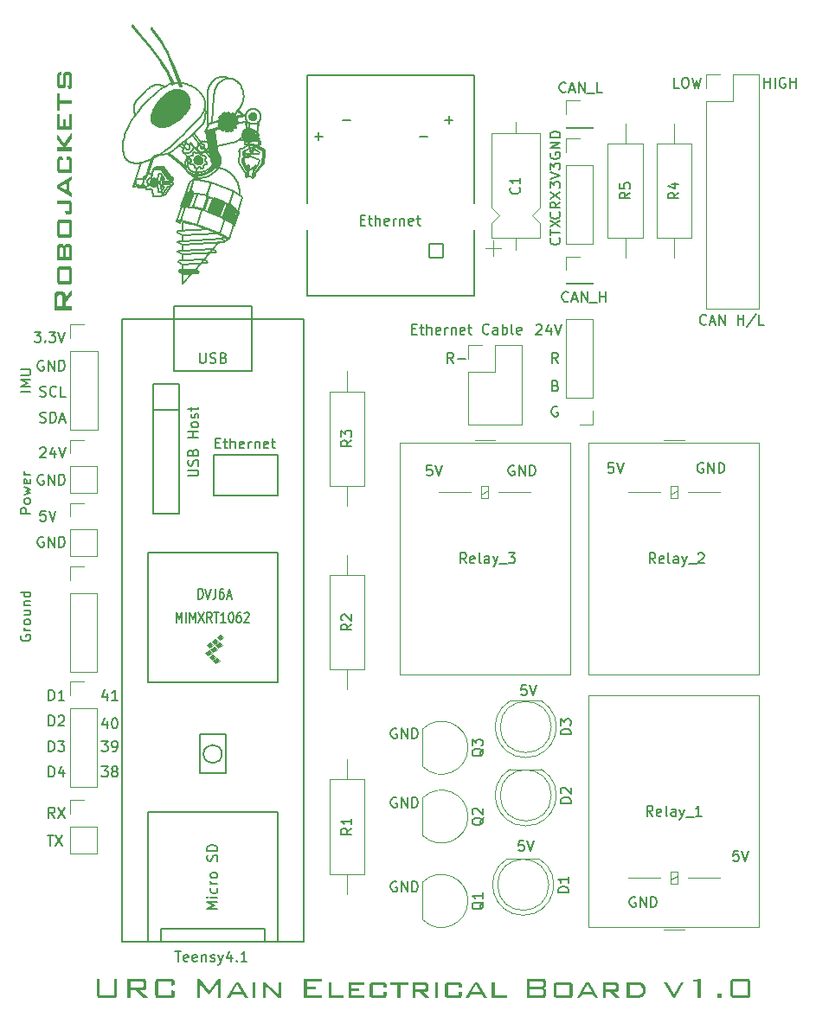
<source format=gto>
%TF.GenerationSoftware,KiCad,Pcbnew,8.0.1*%
%TF.CreationDate,2024-05-05T15:44:53-04:00*%
%TF.ProjectId,Main,4d61696e-2e6b-4696-9361-645f70636258,0*%
%TF.SameCoordinates,Original*%
%TF.FileFunction,Legend,Top*%
%TF.FilePolarity,Positive*%
%FSLAX46Y46*%
G04 Gerber Fmt 4.6, Leading zero omitted, Abs format (unit mm)*
G04 Created by KiCad (PCBNEW 8.0.1) date 2024-05-05 15:44:53*
%MOMM*%
%LPD*%
G01*
G04 APERTURE LIST*
G04 Aperture macros list*
%AMRoundRect*
0 Rectangle with rounded corners*
0 $1 Rounding radius*
0 $2 $3 $4 $5 $6 $7 $8 $9 X,Y pos of 4 corners*
0 Add a 4 corners polygon primitive as box body*
4,1,4,$2,$3,$4,$5,$6,$7,$8,$9,$2,$3,0*
0 Add four circle primitives for the rounded corners*
1,1,$1+$1,$2,$3*
1,1,$1+$1,$4,$5*
1,1,$1+$1,$6,$7*
1,1,$1+$1,$8,$9*
0 Add four rect primitives between the rounded corners*
20,1,$1+$1,$2,$3,$4,$5,0*
20,1,$1+$1,$4,$5,$6,$7,0*
20,1,$1+$1,$6,$7,$8,$9,0*
20,1,$1+$1,$8,$9,$2,$3,0*%
G04 Aperture macros list end*
%ADD10C,0.200000*%
%ADD11C,0.153000*%
%ADD12C,0.330000*%
%ADD13C,0.120000*%
%ADD14C,0.150000*%
%ADD15C,0.100000*%
%ADD16C,0.127000*%
%ADD17R,1.700000X1.700000*%
%ADD18O,1.700000X1.700000*%
%ADD19C,1.600000*%
%ADD20O,1.600000X1.600000*%
%ADD21R,1.500000X1.050000*%
%ADD22O,1.500000X1.050000*%
%ADD23C,5.600000*%
%ADD24R,1.800000X1.800000*%
%ADD25C,1.800000*%
%ADD26R,2.500000X2.500000*%
%ADD27O,2.500000X2.500000*%
%ADD28R,1.600000X1.600000*%
%ADD29R,1.300000X1.300000*%
%ADD30C,1.300000*%
%ADD31R,2.000000X2.000000*%
%ADD32O,2.000000X2.000000*%
%ADD33C,3.200000*%
%ADD34RoundRect,0.102000X-0.699000X-0.699000X0.699000X-0.699000X0.699000X0.699000X-0.699000X0.699000X0*%
%ADD35C,1.602000*%
%ADD36C,1.734000*%
%ADD37C,2.604000*%
G04 APERTURE END LIST*
D10*
X91561219Y-80148326D02*
X90561219Y-80148326D01*
X91561219Y-79672136D02*
X90561219Y-79672136D01*
X90561219Y-79672136D02*
X91275504Y-79338803D01*
X91275504Y-79338803D02*
X90561219Y-79005470D01*
X90561219Y-79005470D02*
X91561219Y-79005470D01*
X90561219Y-78529279D02*
X91370742Y-78529279D01*
X91370742Y-78529279D02*
X91465980Y-78481660D01*
X91465980Y-78481660D02*
X91513600Y-78434041D01*
X91513600Y-78434041D02*
X91561219Y-78338803D01*
X91561219Y-78338803D02*
X91561219Y-78148327D01*
X91561219Y-78148327D02*
X91513600Y-78053089D01*
X91513600Y-78053089D02*
X91465980Y-78005470D01*
X91465980Y-78005470D02*
X91370742Y-77957851D01*
X91370742Y-77957851D02*
X90561219Y-77957851D01*
D11*
X92810561Y-77149282D02*
X92715323Y-77101663D01*
X92715323Y-77101663D02*
X92572466Y-77101663D01*
X92572466Y-77101663D02*
X92429609Y-77149282D01*
X92429609Y-77149282D02*
X92334371Y-77244520D01*
X92334371Y-77244520D02*
X92286752Y-77339758D01*
X92286752Y-77339758D02*
X92239133Y-77530234D01*
X92239133Y-77530234D02*
X92239133Y-77673091D01*
X92239133Y-77673091D02*
X92286752Y-77863567D01*
X92286752Y-77863567D02*
X92334371Y-77958805D01*
X92334371Y-77958805D02*
X92429609Y-78054044D01*
X92429609Y-78054044D02*
X92572466Y-78101663D01*
X92572466Y-78101663D02*
X92667704Y-78101663D01*
X92667704Y-78101663D02*
X92810561Y-78054044D01*
X92810561Y-78054044D02*
X92858180Y-78006424D01*
X92858180Y-78006424D02*
X92858180Y-77673091D01*
X92858180Y-77673091D02*
X92667704Y-77673091D01*
X93286752Y-78101663D02*
X93286752Y-77101663D01*
X93286752Y-77101663D02*
X93858180Y-78101663D01*
X93858180Y-78101663D02*
X93858180Y-77101663D01*
X94334371Y-78101663D02*
X94334371Y-77101663D01*
X94334371Y-77101663D02*
X94572466Y-77101663D01*
X94572466Y-77101663D02*
X94715323Y-77149282D01*
X94715323Y-77149282D02*
X94810561Y-77244520D01*
X94810561Y-77244520D02*
X94858180Y-77339758D01*
X94858180Y-77339758D02*
X94905799Y-77530234D01*
X94905799Y-77530234D02*
X94905799Y-77673091D01*
X94905799Y-77673091D02*
X94858180Y-77863567D01*
X94858180Y-77863567D02*
X94810561Y-77958805D01*
X94810561Y-77958805D02*
X94715323Y-78054044D01*
X94715323Y-78054044D02*
X94572466Y-78101663D01*
X94572466Y-78101663D02*
X94334371Y-78101663D01*
D10*
X91561219Y-92086326D02*
X90561219Y-92086326D01*
X90561219Y-92086326D02*
X90561219Y-91705374D01*
X90561219Y-91705374D02*
X90608838Y-91610136D01*
X90608838Y-91610136D02*
X90656457Y-91562517D01*
X90656457Y-91562517D02*
X90751695Y-91514898D01*
X90751695Y-91514898D02*
X90894552Y-91514898D01*
X90894552Y-91514898D02*
X90989790Y-91562517D01*
X90989790Y-91562517D02*
X91037409Y-91610136D01*
X91037409Y-91610136D02*
X91085028Y-91705374D01*
X91085028Y-91705374D02*
X91085028Y-92086326D01*
X91561219Y-90943469D02*
X91513600Y-91038707D01*
X91513600Y-91038707D02*
X91465980Y-91086326D01*
X91465980Y-91086326D02*
X91370742Y-91133945D01*
X91370742Y-91133945D02*
X91085028Y-91133945D01*
X91085028Y-91133945D02*
X90989790Y-91086326D01*
X90989790Y-91086326D02*
X90942171Y-91038707D01*
X90942171Y-91038707D02*
X90894552Y-90943469D01*
X90894552Y-90943469D02*
X90894552Y-90800612D01*
X90894552Y-90800612D02*
X90942171Y-90705374D01*
X90942171Y-90705374D02*
X90989790Y-90657755D01*
X90989790Y-90657755D02*
X91085028Y-90610136D01*
X91085028Y-90610136D02*
X91370742Y-90610136D01*
X91370742Y-90610136D02*
X91465980Y-90657755D01*
X91465980Y-90657755D02*
X91513600Y-90705374D01*
X91513600Y-90705374D02*
X91561219Y-90800612D01*
X91561219Y-90800612D02*
X91561219Y-90943469D01*
X90894552Y-90276802D02*
X91561219Y-90086326D01*
X91561219Y-90086326D02*
X91085028Y-89895850D01*
X91085028Y-89895850D02*
X91561219Y-89705374D01*
X91561219Y-89705374D02*
X90894552Y-89514898D01*
X91513600Y-88752993D02*
X91561219Y-88848231D01*
X91561219Y-88848231D02*
X91561219Y-89038707D01*
X91561219Y-89038707D02*
X91513600Y-89133945D01*
X91513600Y-89133945D02*
X91418361Y-89181564D01*
X91418361Y-89181564D02*
X91037409Y-89181564D01*
X91037409Y-89181564D02*
X90942171Y-89133945D01*
X90942171Y-89133945D02*
X90894552Y-89038707D01*
X90894552Y-89038707D02*
X90894552Y-88848231D01*
X90894552Y-88848231D02*
X90942171Y-88752993D01*
X90942171Y-88752993D02*
X91037409Y-88705374D01*
X91037409Y-88705374D02*
X91132647Y-88705374D01*
X91132647Y-88705374D02*
X91227885Y-89181564D01*
X91561219Y-88276802D02*
X90894552Y-88276802D01*
X91085028Y-88276802D02*
X90989790Y-88229183D01*
X90989790Y-88229183D02*
X90942171Y-88181564D01*
X90942171Y-88181564D02*
X90894552Y-88086326D01*
X90894552Y-88086326D02*
X90894552Y-87991088D01*
X90608838Y-104008517D02*
X90561219Y-104103755D01*
X90561219Y-104103755D02*
X90561219Y-104246612D01*
X90561219Y-104246612D02*
X90608838Y-104389469D01*
X90608838Y-104389469D02*
X90704076Y-104484707D01*
X90704076Y-104484707D02*
X90799314Y-104532326D01*
X90799314Y-104532326D02*
X90989790Y-104579945D01*
X90989790Y-104579945D02*
X91132647Y-104579945D01*
X91132647Y-104579945D02*
X91323123Y-104532326D01*
X91323123Y-104532326D02*
X91418361Y-104484707D01*
X91418361Y-104484707D02*
X91513600Y-104389469D01*
X91513600Y-104389469D02*
X91561219Y-104246612D01*
X91561219Y-104246612D02*
X91561219Y-104151374D01*
X91561219Y-104151374D02*
X91513600Y-104008517D01*
X91513600Y-104008517D02*
X91465980Y-103960898D01*
X91465980Y-103960898D02*
X91132647Y-103960898D01*
X91132647Y-103960898D02*
X91132647Y-104151374D01*
X91561219Y-103532326D02*
X90894552Y-103532326D01*
X91085028Y-103532326D02*
X90989790Y-103484707D01*
X90989790Y-103484707D02*
X90942171Y-103437088D01*
X90942171Y-103437088D02*
X90894552Y-103341850D01*
X90894552Y-103341850D02*
X90894552Y-103246612D01*
X91561219Y-102770421D02*
X91513600Y-102865659D01*
X91513600Y-102865659D02*
X91465980Y-102913278D01*
X91465980Y-102913278D02*
X91370742Y-102960897D01*
X91370742Y-102960897D02*
X91085028Y-102960897D01*
X91085028Y-102960897D02*
X90989790Y-102913278D01*
X90989790Y-102913278D02*
X90942171Y-102865659D01*
X90942171Y-102865659D02*
X90894552Y-102770421D01*
X90894552Y-102770421D02*
X90894552Y-102627564D01*
X90894552Y-102627564D02*
X90942171Y-102532326D01*
X90942171Y-102532326D02*
X90989790Y-102484707D01*
X90989790Y-102484707D02*
X91085028Y-102437088D01*
X91085028Y-102437088D02*
X91370742Y-102437088D01*
X91370742Y-102437088D02*
X91465980Y-102484707D01*
X91465980Y-102484707D02*
X91513600Y-102532326D01*
X91513600Y-102532326D02*
X91561219Y-102627564D01*
X91561219Y-102627564D02*
X91561219Y-102770421D01*
X90894552Y-101579945D02*
X91561219Y-101579945D01*
X90894552Y-102008516D02*
X91418361Y-102008516D01*
X91418361Y-102008516D02*
X91513600Y-101960897D01*
X91513600Y-101960897D02*
X91561219Y-101865659D01*
X91561219Y-101865659D02*
X91561219Y-101722802D01*
X91561219Y-101722802D02*
X91513600Y-101627564D01*
X91513600Y-101627564D02*
X91465980Y-101579945D01*
X90894552Y-101103754D02*
X91561219Y-101103754D01*
X90989790Y-101103754D02*
X90942171Y-101056135D01*
X90942171Y-101056135D02*
X90894552Y-100960897D01*
X90894552Y-100960897D02*
X90894552Y-100818040D01*
X90894552Y-100818040D02*
X90942171Y-100722802D01*
X90942171Y-100722802D02*
X91037409Y-100675183D01*
X91037409Y-100675183D02*
X91561219Y-100675183D01*
X91561219Y-99770421D02*
X90561219Y-99770421D01*
X91513600Y-99770421D02*
X91561219Y-99865659D01*
X91561219Y-99865659D02*
X91561219Y-100056135D01*
X91561219Y-100056135D02*
X91513600Y-100151373D01*
X91513600Y-100151373D02*
X91465980Y-100198992D01*
X91465980Y-100198992D02*
X91370742Y-100246611D01*
X91370742Y-100246611D02*
X91085028Y-100246611D01*
X91085028Y-100246611D02*
X90989790Y-100198992D01*
X90989790Y-100198992D02*
X90942171Y-100151373D01*
X90942171Y-100151373D02*
X90894552Y-100056135D01*
X90894552Y-100056135D02*
X90894552Y-99865659D01*
X90894552Y-99865659D02*
X90942171Y-99770421D01*
D12*
G36*
X95604000Y-70723078D02*
G01*
X94966233Y-71421808D01*
X94966233Y-71804000D01*
X95604000Y-71804000D01*
X95604000Y-72200845D01*
X93878277Y-72200845D01*
X93878277Y-71804000D01*
X94178403Y-71804000D01*
X94666107Y-71804000D01*
X94666107Y-70896588D01*
X94650360Y-70780278D01*
X94635625Y-70753560D01*
X94526595Y-70714872D01*
X94316156Y-70714872D01*
X94209471Y-70753560D01*
X94178888Y-70871401D01*
X94178403Y-70896588D01*
X94178403Y-71804000D01*
X93878277Y-71804000D01*
X93878277Y-70717803D01*
X93886062Y-70599639D01*
X93919461Y-70479402D01*
X93957998Y-70418263D01*
X94062046Y-70348801D01*
X94182409Y-70326460D01*
X94214746Y-70325646D01*
X94626247Y-70325646D01*
X94745938Y-70338671D01*
X94857530Y-70391582D01*
X94885339Y-70418263D01*
X94943402Y-70530208D01*
X94964258Y-70655930D01*
X94966233Y-70717803D01*
X94966233Y-70944069D01*
X95604000Y-70143930D01*
X95604000Y-70723078D01*
G37*
G36*
X95401785Y-67871464D02*
G01*
X95510853Y-67914998D01*
X95535416Y-67936951D01*
X95586854Y-68048326D01*
X95602325Y-68165700D01*
X95604000Y-68230043D01*
X95604000Y-69329136D01*
X95597302Y-69451513D01*
X95568569Y-69569011D01*
X95535416Y-69622813D01*
X95427844Y-69681816D01*
X95310873Y-69697766D01*
X95276323Y-69698431D01*
X94516044Y-69698431D01*
X94396529Y-69689495D01*
X94280884Y-69648511D01*
X94249917Y-69622813D01*
X94196281Y-69511585D01*
X94180149Y-69393802D01*
X94178403Y-69329136D01*
X94178403Y-68230043D01*
X94179732Y-68206595D01*
X94441013Y-68206595D01*
X94441013Y-69351997D01*
X95341390Y-69351997D01*
X95341390Y-68206595D01*
X94441013Y-68206595D01*
X94179732Y-68206595D01*
X94185387Y-68106853D01*
X94215347Y-67989154D01*
X94249917Y-67935779D01*
X94360351Y-67877234D01*
X94480537Y-67861407D01*
X94516044Y-67860748D01*
X95276323Y-67860748D01*
X95401785Y-67871464D01*
G37*
G36*
X95436153Y-65694983D02*
G01*
X95527945Y-65774191D01*
X95532485Y-65780971D01*
X95581372Y-65898315D01*
X95600577Y-66020582D01*
X95604000Y-66112164D01*
X95604000Y-67293323D01*
X94178403Y-67293323D01*
X94178403Y-66952164D01*
X94441013Y-66952164D01*
X94703623Y-66952164D01*
X94966233Y-66952164D01*
X95341390Y-66952164D01*
X95341390Y-66176058D01*
X95322428Y-66057823D01*
X95312667Y-66042408D01*
X95210671Y-66007237D01*
X95098710Y-66007237D01*
X94996128Y-66042408D01*
X94966495Y-66158150D01*
X94966233Y-66176058D01*
X94966233Y-66952164D01*
X94703623Y-66952164D01*
X94703623Y-66176058D01*
X94689180Y-66059620D01*
X94686037Y-66052960D01*
X94624488Y-66020133D01*
X94518975Y-66020133D01*
X94458598Y-66052374D01*
X94441030Y-66170365D01*
X94441013Y-66176058D01*
X94441013Y-66952164D01*
X94178403Y-66952164D01*
X94178403Y-66016616D01*
X94188212Y-65896623D01*
X94228063Y-65786276D01*
X94248159Y-65759282D01*
X94354455Y-65695768D01*
X94475598Y-65680734D01*
X94608661Y-65680734D01*
X94723997Y-65713136D01*
X94759896Y-65743455D01*
X94820941Y-65848990D01*
X94839617Y-65923413D01*
X94877590Y-65811413D01*
X94936923Y-65737593D01*
X95041468Y-65681797D01*
X95129191Y-65670769D01*
X95317356Y-65670769D01*
X95436153Y-65694983D01*
G37*
G36*
X95401785Y-63294548D02*
G01*
X95510853Y-63338083D01*
X95535416Y-63360036D01*
X95586854Y-63471411D01*
X95602325Y-63588784D01*
X95604000Y-63653127D01*
X95604000Y-64752220D01*
X95597302Y-64874597D01*
X95568569Y-64992095D01*
X95535416Y-65045898D01*
X95427844Y-65104900D01*
X95310873Y-65120851D01*
X95276323Y-65121515D01*
X94516044Y-65121515D01*
X94396529Y-65112580D01*
X94280884Y-65071596D01*
X94249917Y-65045898D01*
X94196281Y-64934669D01*
X94180149Y-64816886D01*
X94178403Y-64752220D01*
X94178403Y-63653127D01*
X94179732Y-63629680D01*
X94441013Y-63629680D01*
X94441013Y-64775081D01*
X95341390Y-64775081D01*
X95341390Y-63629680D01*
X94441013Y-63629680D01*
X94179732Y-63629680D01*
X94185387Y-63529937D01*
X94215347Y-63412238D01*
X94249917Y-63358863D01*
X94360351Y-63300318D01*
X94480537Y-63284491D01*
X94516044Y-63283832D01*
X95276323Y-63283832D01*
X95401785Y-63294548D01*
G37*
G36*
X95604000Y-62444418D02*
G01*
X95597187Y-62567276D01*
X95567964Y-62685742D01*
X95534244Y-62740441D01*
X95425591Y-62800358D01*
X95308057Y-62816556D01*
X95273392Y-62817230D01*
X94990266Y-62817230D01*
X94928717Y-62467866D01*
X95341390Y-62467866D01*
X95341390Y-61790238D01*
X94178403Y-61790238D01*
X94178403Y-61440873D01*
X95273392Y-61440873D01*
X95399376Y-61451754D01*
X95509328Y-61495958D01*
X95534244Y-61518249D01*
X95586561Y-61630357D01*
X95602296Y-61748405D01*
X95604000Y-61813099D01*
X95604000Y-62444418D01*
G37*
G36*
X95604000Y-59436714D02*
G01*
X95303874Y-59615500D01*
X95303874Y-60555737D01*
X95604000Y-60734523D01*
X95604000Y-61080371D01*
X94178403Y-60237440D01*
X94178403Y-60087963D01*
X94439840Y-60087963D01*
X95041264Y-60408019D01*
X95041264Y-59756770D01*
X94439840Y-60087963D01*
X94178403Y-60087963D01*
X94178403Y-59904488D01*
X95604000Y-59048075D01*
X95604000Y-59436714D01*
G37*
G36*
X94441013Y-57508759D02*
G01*
X94441013Y-58441962D01*
X95341390Y-58441962D01*
X95341390Y-57508759D01*
X95041264Y-57508759D01*
X95111606Y-57158808D01*
X95277496Y-57158808D01*
X95401885Y-57169689D01*
X95515678Y-57218049D01*
X95534830Y-57236184D01*
X95586707Y-57348438D01*
X95602311Y-57466756D01*
X95604000Y-57531620D01*
X95604000Y-58419101D01*
X95597302Y-58540104D01*
X95568569Y-58657185D01*
X95535416Y-58711606D01*
X95428466Y-58771523D01*
X95311935Y-58787721D01*
X95277496Y-58788396D01*
X94514872Y-58788396D01*
X94395691Y-58779391D01*
X94280277Y-58738089D01*
X94249331Y-58712192D01*
X94196135Y-58600817D01*
X94180134Y-58483443D01*
X94178403Y-58419101D01*
X94178403Y-57531620D01*
X94185329Y-57408258D01*
X94215044Y-57289822D01*
X94249331Y-57235598D01*
X94359599Y-57175680D01*
X94479469Y-57159483D01*
X94514872Y-57158808D01*
X94652625Y-57158808D01*
X94703623Y-57508759D01*
X94441013Y-57508759D01*
G37*
G36*
X95604000Y-56589624D02*
G01*
X94178403Y-56589624D01*
X94178403Y-56240259D01*
X94754621Y-56240259D01*
X94178403Y-55411397D01*
X94178403Y-54909624D01*
X94838445Y-55892066D01*
X95604000Y-54799422D01*
X95604000Y-55347503D01*
X94960371Y-56240259D01*
X95604000Y-56240259D01*
X95604000Y-56589624D01*
G37*
G36*
X95604000Y-54507503D02*
G01*
X94178403Y-54507503D01*
X94178403Y-52983427D01*
X94441013Y-52983427D01*
X94441013Y-54158138D01*
X94703623Y-54158138D01*
X94703623Y-53474062D01*
X94966233Y-53474062D01*
X94966233Y-54158138D01*
X95341390Y-54158138D01*
X95341390Y-52965256D01*
X95604000Y-52965256D01*
X95604000Y-54507503D01*
G37*
G36*
X94441013Y-51618794D02*
G01*
X95604000Y-51618794D01*
X95604000Y-51964642D01*
X94441013Y-51964642D01*
X94441013Y-52650475D01*
X94178403Y-52650475D01*
X94178403Y-50931201D01*
X94441013Y-50931201D01*
X94441013Y-51618794D01*
G37*
G36*
X94441013Y-49171480D02*
G01*
X94441013Y-50149233D01*
X94741138Y-50149233D01*
X94741138Y-49223651D01*
X94747664Y-49101331D01*
X94775660Y-48984078D01*
X94807963Y-48930559D01*
X94912091Y-48871557D01*
X95037261Y-48855237D01*
X95060022Y-48854942D01*
X95262255Y-48854942D01*
X95383577Y-48864085D01*
X95494911Y-48902168D01*
X95532485Y-48932318D01*
X95586121Y-49043546D01*
X95602254Y-49159969D01*
X95604000Y-49223651D01*
X95604000Y-50145716D01*
X95597016Y-50269250D01*
X95567055Y-50388422D01*
X95532485Y-50443497D01*
X95428877Y-50501969D01*
X95309818Y-50520241D01*
X95262255Y-50521459D01*
X95218291Y-50521459D01*
X95153811Y-50213127D01*
X95341390Y-50213127D01*
X95341390Y-49167963D01*
X95003748Y-49167963D01*
X95003748Y-50088270D01*
X94997051Y-50211128D01*
X94968318Y-50329594D01*
X94935165Y-50384293D01*
X94828585Y-50444210D01*
X94702432Y-50460783D01*
X94679589Y-50461083D01*
X94520147Y-50461083D01*
X94400091Y-50452009D01*
X94283261Y-50410389D01*
X94251676Y-50384293D01*
X94196721Y-50271599D01*
X94180192Y-50153148D01*
X94178403Y-50088270D01*
X94178403Y-49245339D01*
X94185215Y-49124164D01*
X94214439Y-49006346D01*
X94248159Y-48951076D01*
X94352384Y-48888871D01*
X94472717Y-48871666D01*
X94494355Y-48871355D01*
X94528354Y-48871355D01*
X94591076Y-49171480D01*
X94441013Y-49171480D01*
G37*
D11*
X104701758Y-50304796D02*
X104351858Y-50185988D01*
X112649829Y-54509661D02*
X112366956Y-55119833D01*
X112641747Y-53785586D02*
X112658180Y-54469618D01*
X105219016Y-59603861D02*
X105291754Y-59156395D01*
X108952975Y-61108947D02*
X108952976Y-61108947D01*
X109534890Y-61165899D02*
X109389408Y-61255391D01*
X110828042Y-61816750D02*
X110689632Y-61751664D01*
X107853799Y-60759113D02*
X107581659Y-60803855D01*
X108011927Y-55857275D02*
X108222070Y-55767778D01*
X107724484Y-56390276D02*
X107996558Y-55998431D01*
X107894211Y-56300773D02*
X107788132Y-56354100D01*
X109381331Y-57911635D02*
X109318819Y-57997621D01*
X109486401Y-58106902D02*
X109318819Y-57997621D01*
X107989977Y-58912026D02*
X107979397Y-58908095D01*
X101873000Y-59319106D02*
X101825518Y-59692313D01*
X105044518Y-56788779D02*
X104947530Y-56845731D01*
X107271884Y-57545528D02*
X106709441Y-58196245D01*
X111030084Y-61792349D02*
X111022007Y-61792349D01*
X108783248Y-60962503D02*
X108791332Y-60962509D01*
X106673804Y-62068969D02*
X106673804Y-62068958D01*
X106803119Y-60685904D02*
X107134489Y-60669610D01*
X106447507Y-68610024D02*
X106447504Y-68243917D01*
X107667911Y-68195104D02*
X107352705Y-68569337D01*
X110545162Y-65437110D02*
X109874341Y-65583560D01*
X110973514Y-65184912D02*
X110545162Y-65437110D01*
X110545162Y-63264895D02*
X110537074Y-63256761D01*
X108314483Y-62386242D02*
X108322564Y-62386242D01*
X105954491Y-64428291D02*
X106390930Y-64412024D01*
X112606114Y-55568575D02*
X112258004Y-55245253D01*
X112453497Y-57246143D02*
X112331319Y-56845859D01*
X103352037Y-59888609D02*
X102826695Y-60116401D01*
X104596688Y-59367914D02*
X104467374Y-59595711D01*
X104385458Y-59019399D02*
X104572443Y-59294689D01*
X103958200Y-59522486D02*
X104256143Y-59686522D01*
X105226002Y-60109581D02*
X105227099Y-60075722D01*
X103974365Y-59856059D02*
X104256143Y-59686522D01*
X106601067Y-56186885D02*
X106732148Y-55522167D01*
X106342438Y-55845174D02*
X106062868Y-56064703D01*
X108575733Y-56683092D02*
X108576762Y-56679187D01*
X108281044Y-56732874D02*
X108282739Y-56727924D01*
X108257134Y-56802699D02*
X108278645Y-56752196D01*
X108213988Y-56109479D02*
X107996558Y-55998431D01*
X108484210Y-56113661D02*
X108536266Y-56240285D01*
X108015442Y-55853313D02*
X108015442Y-55853318D01*
X107522432Y-54852638D02*
X107360789Y-54999072D01*
X108667244Y-56335811D02*
X108536266Y-56240285D01*
X109987484Y-57179431D02*
X109106535Y-57236378D01*
X109842016Y-56634351D02*
X109918728Y-56793542D01*
X109914746Y-56788918D02*
X109918728Y-56793542D01*
X110157222Y-57610619D02*
X110165288Y-57504859D01*
X107706864Y-58718693D02*
X107717893Y-58910620D01*
X106075725Y-49930560D02*
X106205038Y-49938694D01*
X105404904Y-49995641D02*
X105534219Y-49971240D01*
X108637770Y-52232952D02*
X108637530Y-52226749D01*
X106512161Y-56715698D02*
X106504585Y-56712285D01*
X107714280Y-58699168D02*
X107687357Y-58687286D01*
X108015442Y-56731950D02*
X108015442Y-56731960D01*
X112460620Y-57309602D02*
X112290907Y-57342143D01*
X113406202Y-59156400D02*
X112848570Y-59066898D01*
X113842684Y-56007901D02*
X113737604Y-56016035D01*
X112920659Y-55983575D02*
X112929400Y-55983489D01*
X113128415Y-57176051D02*
X113121102Y-57177338D01*
X113875013Y-53705509D02*
X113786107Y-53786862D01*
X110246122Y-54340087D02*
X109866254Y-53632279D01*
X109271486Y-53850677D02*
X109066122Y-53925167D01*
X111474604Y-53201097D02*
X111720381Y-52654735D01*
X112581871Y-53192953D02*
X112598036Y-53062787D01*
X111805978Y-53876349D02*
X111708992Y-53298718D01*
X112963653Y-53860829D02*
X112816248Y-53754317D01*
X113640625Y-54714317D02*
X113618421Y-54688901D01*
X113495146Y-55568575D02*
X113810352Y-55601104D01*
X111967617Y-62670991D02*
X111523090Y-63834387D01*
X111466513Y-63777446D01*
X111959537Y-62516419D01*
X111967617Y-62670991D01*
G36*
X111967617Y-62670991D02*
G01*
X111523090Y-63834387D01*
X111466513Y-63777446D01*
X111959537Y-62516419D01*
X111967617Y-62670991D01*
G37*
X110868295Y-53283042D02*
X110892081Y-53284798D01*
X110915523Y-53287692D01*
X110938592Y-53291698D01*
X110961259Y-53296788D01*
X110983494Y-53302936D01*
X111005267Y-53310115D01*
X111026549Y-53318298D01*
X111047310Y-53327458D01*
X111067521Y-53337568D01*
X111087151Y-53348602D01*
X111106172Y-53360533D01*
X111124554Y-53373334D01*
X111142266Y-53386978D01*
X111159281Y-53401438D01*
X111175567Y-53416688D01*
X111191095Y-53432700D01*
X111205836Y-53449448D01*
X111219760Y-53466906D01*
X111232838Y-53485046D01*
X111245040Y-53503841D01*
X111256335Y-53523264D01*
X111266696Y-53543290D01*
X111276092Y-53563891D01*
X111284493Y-53585039D01*
X111291870Y-53606710D01*
X111298193Y-53628874D01*
X111303433Y-53651507D01*
X111307560Y-53674580D01*
X111310545Y-53698068D01*
X111312357Y-53721942D01*
X111312968Y-53746178D01*
X111312357Y-53770414D01*
X111310545Y-53794289D01*
X111307560Y-53817777D01*
X111303433Y-53840850D01*
X111298193Y-53863483D01*
X111291870Y-53885648D01*
X111284493Y-53907318D01*
X111276092Y-53928467D01*
X111266696Y-53949068D01*
X111256335Y-53969093D01*
X111245040Y-53988517D01*
X111232838Y-54007312D01*
X111219760Y-54025452D01*
X111205836Y-54042909D01*
X111191095Y-54059658D01*
X111175567Y-54075670D01*
X111159281Y-54090920D01*
X111142266Y-54105380D01*
X111124554Y-54119023D01*
X111106172Y-54131824D01*
X111087151Y-54143755D01*
X111067521Y-54154788D01*
X111047310Y-54164899D01*
X111026549Y-54174059D01*
X111005267Y-54182241D01*
X110983494Y-54189420D01*
X110961259Y-54195568D01*
X110938592Y-54200658D01*
X110915523Y-54204663D01*
X110892081Y-54207558D01*
X110868295Y-54209314D01*
X110844196Y-54209905D01*
X110820097Y-54209291D01*
X110796311Y-54207468D01*
X110772869Y-54204469D01*
X110749799Y-54200324D01*
X110727133Y-54195065D01*
X110704898Y-54188722D01*
X110683125Y-54181328D01*
X110661844Y-54172914D01*
X110641083Y-54163511D01*
X110620873Y-54153149D01*
X110601243Y-54141861D01*
X110582223Y-54129678D01*
X110563842Y-54116631D01*
X110546130Y-54102751D01*
X110529117Y-54088069D01*
X110512831Y-54072618D01*
X110497304Y-54056427D01*
X110482563Y-54039529D01*
X110468640Y-54021955D01*
X110455563Y-54003736D01*
X110443362Y-53984903D01*
X110432067Y-53965487D01*
X110421707Y-53945520D01*
X110412312Y-53925034D01*
X110403911Y-53904058D01*
X110396535Y-53882626D01*
X110390212Y-53860767D01*
X110384972Y-53838514D01*
X110380845Y-53815897D01*
X110377861Y-53792948D01*
X110376049Y-53769697D01*
X110375438Y-53746178D01*
X110376049Y-53721942D01*
X110377861Y-53698067D01*
X110380845Y-53674579D01*
X110384972Y-53651505D01*
X110390212Y-53628873D01*
X110396535Y-53606708D01*
X110403911Y-53585037D01*
X110412312Y-53563888D01*
X110421707Y-53543288D01*
X110432067Y-53523262D01*
X110443362Y-53503838D01*
X110455563Y-53485043D01*
X110468640Y-53466904D01*
X110482563Y-53449446D01*
X110497304Y-53432698D01*
X110512831Y-53416686D01*
X110529117Y-53401436D01*
X110546130Y-53386976D01*
X110563842Y-53373332D01*
X110582223Y-53360532D01*
X110601243Y-53348601D01*
X110620873Y-53337567D01*
X110641083Y-53327457D01*
X110661844Y-53318297D01*
X110683125Y-53310114D01*
X110704898Y-53302936D01*
X110727133Y-53296788D01*
X110749799Y-53291698D01*
X110772869Y-53287692D01*
X110796311Y-53284798D01*
X110820097Y-53283042D01*
X110844196Y-53282450D01*
X110868295Y-53283042D01*
G36*
X110868295Y-53283042D02*
G01*
X110892081Y-53284798D01*
X110915523Y-53287692D01*
X110938592Y-53291698D01*
X110961259Y-53296788D01*
X110983494Y-53302936D01*
X111005267Y-53310115D01*
X111026549Y-53318298D01*
X111047310Y-53327458D01*
X111067521Y-53337568D01*
X111087151Y-53348602D01*
X111106172Y-53360533D01*
X111124554Y-53373334D01*
X111142266Y-53386978D01*
X111159281Y-53401438D01*
X111175567Y-53416688D01*
X111191095Y-53432700D01*
X111205836Y-53449448D01*
X111219760Y-53466906D01*
X111232838Y-53485046D01*
X111245040Y-53503841D01*
X111256335Y-53523264D01*
X111266696Y-53543290D01*
X111276092Y-53563891D01*
X111284493Y-53585039D01*
X111291870Y-53606710D01*
X111298193Y-53628874D01*
X111303433Y-53651507D01*
X111307560Y-53674580D01*
X111310545Y-53698068D01*
X111312357Y-53721942D01*
X111312968Y-53746178D01*
X111312357Y-53770414D01*
X111310545Y-53794289D01*
X111307560Y-53817777D01*
X111303433Y-53840850D01*
X111298193Y-53863483D01*
X111291870Y-53885648D01*
X111284493Y-53907318D01*
X111276092Y-53928467D01*
X111266696Y-53949068D01*
X111256335Y-53969093D01*
X111245040Y-53988517D01*
X111232838Y-54007312D01*
X111219760Y-54025452D01*
X111205836Y-54042909D01*
X111191095Y-54059658D01*
X111175567Y-54075670D01*
X111159281Y-54090920D01*
X111142266Y-54105380D01*
X111124554Y-54119023D01*
X111106172Y-54131824D01*
X111087151Y-54143755D01*
X111067521Y-54154788D01*
X111047310Y-54164899D01*
X111026549Y-54174059D01*
X111005267Y-54182241D01*
X110983494Y-54189420D01*
X110961259Y-54195568D01*
X110938592Y-54200658D01*
X110915523Y-54204663D01*
X110892081Y-54207558D01*
X110868295Y-54209314D01*
X110844196Y-54209905D01*
X110820097Y-54209291D01*
X110796311Y-54207468D01*
X110772869Y-54204469D01*
X110749799Y-54200324D01*
X110727133Y-54195065D01*
X110704898Y-54188722D01*
X110683125Y-54181328D01*
X110661844Y-54172914D01*
X110641083Y-54163511D01*
X110620873Y-54153149D01*
X110601243Y-54141861D01*
X110582223Y-54129678D01*
X110563842Y-54116631D01*
X110546130Y-54102751D01*
X110529117Y-54088069D01*
X110512831Y-54072618D01*
X110497304Y-54056427D01*
X110482563Y-54039529D01*
X110468640Y-54021955D01*
X110455563Y-54003736D01*
X110443362Y-53984903D01*
X110432067Y-53965487D01*
X110421707Y-53945520D01*
X110412312Y-53925034D01*
X110403911Y-53904058D01*
X110396535Y-53882626D01*
X110390212Y-53860767D01*
X110384972Y-53838514D01*
X110380845Y-53815897D01*
X110377861Y-53792948D01*
X110376049Y-53769697D01*
X110375438Y-53746178D01*
X110376049Y-53721942D01*
X110377861Y-53698067D01*
X110380845Y-53674579D01*
X110384972Y-53651505D01*
X110390212Y-53628873D01*
X110396535Y-53606708D01*
X110403911Y-53585037D01*
X110412312Y-53563888D01*
X110421707Y-53543288D01*
X110432067Y-53523262D01*
X110443362Y-53503838D01*
X110455563Y-53485043D01*
X110468640Y-53466904D01*
X110482563Y-53449446D01*
X110497304Y-53432698D01*
X110512831Y-53416686D01*
X110529117Y-53401436D01*
X110546130Y-53386976D01*
X110563842Y-53373332D01*
X110582223Y-53360532D01*
X110601243Y-53348601D01*
X110620873Y-53337567D01*
X110641083Y-53327457D01*
X110661844Y-53318297D01*
X110683125Y-53310114D01*
X110704898Y-53302936D01*
X110727133Y-53296788D01*
X110749799Y-53291698D01*
X110772869Y-53287692D01*
X110796311Y-53284798D01*
X110820097Y-53283042D01*
X110844196Y-53282450D01*
X110868295Y-53283042D01*
G37*
X106827367Y-56463490D02*
X106342438Y-55845174D01*
X106844557Y-56462489D02*
X106827367Y-56463490D01*
X106861272Y-56461016D02*
X106844557Y-56462489D01*
X106877510Y-56459075D02*
X106861272Y-56461016D01*
X106893271Y-56456672D02*
X106877510Y-56459075D01*
X106908552Y-56453809D02*
X106893271Y-56456672D01*
X106923352Y-56450492D02*
X106908552Y-56453809D01*
X106937670Y-56446725D02*
X106923352Y-56450492D01*
X106951503Y-56442512D02*
X106937670Y-56446725D01*
X106964852Y-56437859D02*
X106951503Y-56442512D01*
X106977713Y-56432769D02*
X106964852Y-56437859D01*
X106990087Y-56427247D02*
X106977713Y-56432769D01*
X107001970Y-56421298D02*
X106990087Y-56427247D01*
X107013362Y-56414925D02*
X107001970Y-56421298D01*
X107024261Y-56408134D02*
X107013362Y-56414925D01*
X107034666Y-56400929D02*
X107024261Y-56408134D01*
X107044575Y-56393314D02*
X107034666Y-56400929D01*
X107053987Y-56385295D02*
X107044575Y-56393314D01*
X107062901Y-56376874D02*
X107053987Y-56385295D01*
X107071314Y-56368057D02*
X107062901Y-56376874D01*
X107079225Y-56358848D02*
X107071314Y-56368057D01*
X107086633Y-56349252D02*
X107079225Y-56358848D01*
X107093537Y-56339274D02*
X107086633Y-56349252D01*
X107099934Y-56328917D02*
X107093537Y-56339274D01*
X107105824Y-56318186D02*
X107099934Y-56328917D01*
X107111204Y-56307085D02*
X107105824Y-56318186D01*
X107116074Y-56295620D02*
X107111204Y-56307085D01*
X107120432Y-56283794D02*
X107116074Y-56295620D01*
X107124276Y-56271612D02*
X107120432Y-56283794D01*
X107127606Y-56259079D02*
X107124276Y-56271612D01*
X107130419Y-56246199D02*
X107127606Y-56259079D01*
X107132713Y-56232976D02*
X107130419Y-56246199D01*
X107193964Y-55765283D02*
X107132713Y-56232976D01*
X106643609Y-55595681D02*
X106931463Y-55961441D01*
X110898406Y-52785084D02*
X110916948Y-52786188D01*
X110935441Y-52787970D01*
X110951625Y-52790253D01*
X110965651Y-52793013D01*
X110977672Y-52796226D01*
X110987841Y-52799868D01*
X110996308Y-52803915D01*
X111003228Y-52808344D01*
X111008753Y-52813130D01*
X111013034Y-52818250D01*
X111016225Y-52823680D01*
X111018478Y-52829396D01*
X111019944Y-52835374D01*
X111020778Y-52841591D01*
X111021130Y-52848023D01*
X111021002Y-52861434D01*
X111020779Y-52875417D01*
X111021013Y-52882564D01*
X111021680Y-52889782D01*
X111022934Y-52897048D01*
X111024926Y-52904338D01*
X111027809Y-52911628D01*
X111031735Y-52918894D01*
X111036857Y-52926113D01*
X111043327Y-52933260D01*
X111051297Y-52940311D01*
X111060921Y-52947244D01*
X111072350Y-52954033D01*
X111085736Y-52960656D01*
X111101233Y-52967088D01*
X111118993Y-52973306D01*
X111137054Y-52979331D01*
X111153424Y-52983757D01*
X111168211Y-52986699D01*
X111181522Y-52988273D01*
X111193465Y-52988597D01*
X111204149Y-52987785D01*
X111213682Y-52985954D01*
X111222171Y-52983220D01*
X111229725Y-52979700D01*
X111236452Y-52975509D01*
X111242459Y-52970764D01*
X111247856Y-52965582D01*
X111257246Y-52954367D01*
X111265489Y-52942795D01*
X111273447Y-52931795D01*
X111277589Y-52926800D01*
X111281985Y-52922296D01*
X111286741Y-52918401D01*
X111291967Y-52915229D01*
X111297770Y-52912897D01*
X111304258Y-52911522D01*
X111311539Y-52911220D01*
X111319722Y-52912106D01*
X111328914Y-52914297D01*
X111339223Y-52917909D01*
X111350757Y-52923059D01*
X111363625Y-52929862D01*
X111377934Y-52938435D01*
X111393793Y-52948894D01*
X111409279Y-52959916D01*
X111422493Y-52970140D01*
X111433579Y-52979629D01*
X111442681Y-52988443D01*
X111449941Y-52996644D01*
X111455504Y-53004291D01*
X111459513Y-53011448D01*
X111462112Y-53018173D01*
X111463444Y-53024530D01*
X111463653Y-53030578D01*
X111462882Y-53036379D01*
X111461275Y-53041993D01*
X111458976Y-53047483D01*
X111456127Y-53052908D01*
X111449357Y-53063811D01*
X111442113Y-53075191D01*
X111435544Y-53087536D01*
X111432871Y-53094223D01*
X111430798Y-53101335D01*
X111429468Y-53108933D01*
X111429024Y-53117077D01*
X111429610Y-53125829D01*
X111431370Y-53135250D01*
X111434447Y-53145401D01*
X111438984Y-53156343D01*
X111445126Y-53168136D01*
X111453015Y-53180844D01*
X111462796Y-53194525D01*
X111474611Y-53209242D01*
X111474604Y-53209236D01*
X111487136Y-53223347D01*
X111498994Y-53235275D01*
X111510217Y-53245170D01*
X111520839Y-53253186D01*
X111530900Y-53259473D01*
X111540435Y-53264185D01*
X111549482Y-53267472D01*
X111558077Y-53269487D01*
X111566258Y-53270382D01*
X111574062Y-53270309D01*
X111581525Y-53269419D01*
X111588685Y-53267865D01*
X111602243Y-53263372D01*
X111615032Y-53258044D01*
X111627347Y-53253098D01*
X111633419Y-53251148D01*
X111639484Y-53249749D01*
X111645579Y-53249053D01*
X111651740Y-53249212D01*
X111658004Y-53250378D01*
X111664410Y-53252703D01*
X111670993Y-53256339D01*
X111677790Y-53261438D01*
X111684839Y-53268151D01*
X111692177Y-53276631D01*
X111699840Y-53287030D01*
X111707866Y-53299499D01*
X111716291Y-53314191D01*
X111725153Y-53331258D01*
X111732675Y-53348607D01*
X111738634Y-53364127D01*
X111743125Y-53377943D01*
X111746243Y-53390180D01*
X111748082Y-53400963D01*
X111748738Y-53410417D01*
X111748304Y-53418667D01*
X111746876Y-53425839D01*
X111744547Y-53432057D01*
X111741414Y-53437447D01*
X111737571Y-53442134D01*
X111733112Y-53446243D01*
X111728132Y-53449899D01*
X111722726Y-53453227D01*
X111711013Y-53459401D01*
X111698733Y-53465765D01*
X111692616Y-53469332D01*
X111686641Y-53473321D01*
X111680903Y-53477859D01*
X111675497Y-53483070D01*
X111670517Y-53489080D01*
X111666057Y-53496013D01*
X111662214Y-53503995D01*
X111659080Y-53513151D01*
X111656752Y-53523606D01*
X111655323Y-53535485D01*
X111654888Y-53548913D01*
X111655543Y-53564016D01*
X111657382Y-53580918D01*
X111660499Y-53599745D01*
X111664540Y-53618408D01*
X111669060Y-53634837D01*
X111674014Y-53649180D01*
X111679361Y-53661587D01*
X111685057Y-53672206D01*
X111691059Y-53681187D01*
X111697325Y-53688677D01*
X111703811Y-53694827D01*
X111710475Y-53699786D01*
X111717274Y-53703701D01*
X111724164Y-53706723D01*
X111731104Y-53709000D01*
X111738049Y-53710681D01*
X111744957Y-53711915D01*
X111758491Y-53713638D01*
X111771362Y-53715362D01*
X111777442Y-53716596D01*
X111783227Y-53718277D01*
X111788675Y-53720554D01*
X111793742Y-53723576D01*
X111798386Y-53727492D01*
X111802564Y-53732450D01*
X111806233Y-53738601D01*
X111809351Y-53746092D01*
X111811873Y-53755072D01*
X111813757Y-53765692D01*
X111814961Y-53778099D01*
X111815441Y-53792443D01*
X111815154Y-53808872D01*
X111814058Y-53827536D01*
X111812286Y-53846153D01*
X111810016Y-53862444D01*
X111807269Y-53876559D01*
X111804067Y-53888651D01*
X111800433Y-53898872D01*
X111796390Y-53907374D01*
X111791958Y-53914309D01*
X111787162Y-53919828D01*
X111782021Y-53924084D01*
X111776560Y-53927229D01*
X111770800Y-53929415D01*
X111764763Y-53930793D01*
X111758471Y-53931515D01*
X111751947Y-53931734D01*
X111738291Y-53931269D01*
X111723972Y-53930613D01*
X111709167Y-53930982D01*
X111701638Y-53931931D01*
X111694055Y-53933592D01*
X111686439Y-53936116D01*
X111678813Y-53939657D01*
X111671198Y-53944366D01*
X111663618Y-53950395D01*
X111656093Y-53957895D01*
X111648648Y-53967019D01*
X111641303Y-53977919D01*
X111634080Y-53990747D01*
X111627003Y-54005654D01*
X111620093Y-54022793D01*
X111614107Y-54040973D01*
X111609709Y-54057451D01*
X111606786Y-54072335D01*
X111605221Y-54085733D01*
X111604899Y-54097755D01*
X111605705Y-54108510D01*
X111607524Y-54118105D01*
X111610239Y-54126651D01*
X111613736Y-54134254D01*
X111617898Y-54141025D01*
X111622612Y-54147073D01*
X111627760Y-54152505D01*
X111638901Y-54161958D01*
X111650396Y-54170255D01*
X111661324Y-54178266D01*
X111666286Y-54182436D01*
X111670760Y-54186861D01*
X111674630Y-54191649D01*
X111677780Y-54196910D01*
X111680096Y-54202751D01*
X111681462Y-54209282D01*
X111681763Y-54216612D01*
X111680882Y-54224848D01*
X111678705Y-54234101D01*
X111675117Y-54244478D01*
X111670001Y-54256089D01*
X111663242Y-54269041D01*
X111654725Y-54283445D01*
X111644335Y-54299408D01*
X111633384Y-54314973D01*
X111623224Y-54328207D01*
X111613792Y-54339256D01*
X111605026Y-54348270D01*
X111596864Y-54355394D01*
X111589244Y-54360777D01*
X111582103Y-54364567D01*
X111575380Y-54366909D01*
X111569011Y-54367953D01*
X111562936Y-54367845D01*
X111557092Y-54366733D01*
X111551416Y-54364765D01*
X111545848Y-54362088D01*
X111540323Y-54358849D01*
X111529159Y-54351276D01*
X111517426Y-54343226D01*
X111504628Y-54335880D01*
X111497674Y-54332839D01*
X111490267Y-54330416D01*
X111482346Y-54328760D01*
X111473847Y-54328016D01*
X111464708Y-54328333D01*
X111454869Y-54329858D01*
X111444265Y-54332739D01*
X111432836Y-54337122D01*
X111420519Y-54343157D01*
X111407252Y-54350989D01*
X111392972Y-54360767D01*
X111377618Y-54372638D01*
X111363600Y-54385252D01*
X111351751Y-54397187D01*
X111341921Y-54408478D01*
X111333958Y-54419162D01*
X111327712Y-54429273D01*
X111323031Y-54438849D01*
X111319766Y-54447923D01*
X111317764Y-54456533D01*
X111316875Y-54464715D01*
X111316947Y-54472502D01*
X111317831Y-54479933D01*
X111319375Y-54487041D01*
X111323839Y-54500437D01*
X111329131Y-54512974D01*
X111334045Y-54524939D01*
X111335982Y-54530796D01*
X111337372Y-54536618D01*
X111338063Y-54542440D01*
X111337905Y-54548298D01*
X111336746Y-54554227D01*
X111334436Y-54560264D01*
X111330824Y-54566443D01*
X111325759Y-54572801D01*
X111319089Y-54579374D01*
X111310664Y-54586197D01*
X111300333Y-54593306D01*
X111287945Y-54600737D01*
X111273349Y-54608526D01*
X111256395Y-54616708D01*
X111239160Y-54624279D01*
X111223742Y-54630277D01*
X111210017Y-54634797D01*
X111197861Y-54637935D01*
X111187149Y-54639785D01*
X111177757Y-54640444D01*
X111169561Y-54640007D01*
X111162437Y-54638568D01*
X111156260Y-54636224D01*
X111150905Y-54633069D01*
X111146249Y-54629200D01*
X111142167Y-54624710D01*
X111138535Y-54619697D01*
X111135229Y-54614254D01*
X111129096Y-54602463D01*
X111122774Y-54590100D01*
X111119231Y-54583943D01*
X111115267Y-54577928D01*
X111110760Y-54572152D01*
X111105583Y-54566710D01*
X111099613Y-54561696D01*
X111092726Y-54557208D01*
X111084797Y-54553338D01*
X111075702Y-54550184D01*
X111065316Y-54547841D01*
X111053516Y-54546403D01*
X111040177Y-54545966D01*
X111025174Y-54546626D01*
X111008384Y-54548478D01*
X110989682Y-54551617D01*
X110971141Y-54555685D01*
X110954819Y-54560235D01*
X110940570Y-54565223D01*
X110928244Y-54570605D01*
X110917694Y-54576339D01*
X110908772Y-54582382D01*
X110901330Y-54588689D01*
X110895220Y-54595219D01*
X110890294Y-54601927D01*
X110886404Y-54608771D01*
X110883402Y-54615707D01*
X110881140Y-54622692D01*
X110879469Y-54629683D01*
X110878243Y-54636637D01*
X110876530Y-54650261D01*
X110874817Y-54663217D01*
X110873591Y-54669336D01*
X110871920Y-54675160D01*
X110869658Y-54680644D01*
X110866655Y-54685744D01*
X110862765Y-54690419D01*
X110857838Y-54694625D01*
X110851728Y-54698318D01*
X110844285Y-54701456D01*
X110835363Y-54703995D01*
X110824812Y-54705891D01*
X110812486Y-54707103D01*
X110798236Y-54707586D01*
X110781913Y-54707298D01*
X110763371Y-54706194D01*
X110744877Y-54704412D01*
X110728694Y-54702128D01*
X110714668Y-54699368D01*
X110702647Y-54696155D01*
X110692479Y-54692512D01*
X110684012Y-54688465D01*
X110677092Y-54684036D01*
X110671567Y-54679249D01*
X110667286Y-54674129D01*
X110664095Y-54668699D01*
X110661843Y-54662982D01*
X110660376Y-54657004D01*
X110659543Y-54650787D01*
X110659190Y-54644355D01*
X110659319Y-54630944D01*
X110659542Y-54616960D01*
X110659308Y-54609813D01*
X110658640Y-54602595D01*
X110657387Y-54595329D01*
X110655395Y-54588039D01*
X110652512Y-54580749D01*
X110648586Y-54573483D01*
X110643464Y-54566264D01*
X110636994Y-54559117D01*
X110629024Y-54552066D01*
X110619400Y-54545133D01*
X110607972Y-54538343D01*
X110594585Y-54531721D01*
X110579089Y-54525289D01*
X110561329Y-54519071D01*
X110543268Y-54513046D01*
X110526898Y-54508620D01*
X110512111Y-54505678D01*
X110498801Y-54504104D01*
X110486857Y-54503780D01*
X110476173Y-54504592D01*
X110466641Y-54506423D01*
X110458152Y-54509157D01*
X110450598Y-54512677D01*
X110443872Y-54516868D01*
X110437865Y-54521613D01*
X110432469Y-54526795D01*
X110423078Y-54538010D01*
X110414837Y-54549582D01*
X110406879Y-54560582D01*
X110402737Y-54565577D01*
X110398341Y-54570081D01*
X110393585Y-54573976D01*
X110388359Y-54577148D01*
X110382557Y-54579479D01*
X110376068Y-54580855D01*
X110368787Y-54581157D01*
X110360605Y-54580271D01*
X110351413Y-54578080D01*
X110341104Y-54574468D01*
X110329569Y-54569318D01*
X110316701Y-54562515D01*
X110302392Y-54553942D01*
X110286533Y-54543483D01*
X110271070Y-54532461D01*
X110257921Y-54522236D01*
X110246940Y-54512746D01*
X110237977Y-54503932D01*
X110230884Y-54495731D01*
X110225514Y-54488083D01*
X110221718Y-54480927D01*
X110219350Y-54474201D01*
X110218259Y-54467845D01*
X110218300Y-54461797D01*
X110219323Y-54455996D01*
X110221181Y-54450381D01*
X110223725Y-54444892D01*
X110226808Y-54439467D01*
X110233999Y-54428564D01*
X110241568Y-54417184D01*
X110248332Y-54404839D01*
X110251042Y-54398152D01*
X110253107Y-54391041D01*
X110254379Y-54383443D01*
X110254709Y-54375299D01*
X110253950Y-54366547D01*
X110251955Y-54357127D01*
X110248574Y-54346976D01*
X110243659Y-54336034D01*
X110237064Y-54324240D01*
X110228639Y-54311533D01*
X110218238Y-54297852D01*
X110205711Y-54283135D01*
X110193179Y-54269024D01*
X110181321Y-54257097D01*
X110170099Y-54247201D01*
X110159476Y-54239186D01*
X110149416Y-54232898D01*
X110139881Y-54228187D01*
X110130834Y-54224900D01*
X110122238Y-54222884D01*
X110114057Y-54221989D01*
X110106254Y-54222062D01*
X110098790Y-54222952D01*
X110091631Y-54224506D01*
X110078073Y-54228999D01*
X110065284Y-54234326D01*
X110052969Y-54239272D01*
X110046897Y-54241222D01*
X110040832Y-54242621D01*
X110034737Y-54243317D01*
X110028576Y-54243158D01*
X110022311Y-54241992D01*
X110015905Y-54239666D01*
X110009322Y-54236030D01*
X110002525Y-54230931D01*
X109995475Y-54224217D01*
X109988137Y-54215737D01*
X109980473Y-54205338D01*
X109972447Y-54192868D01*
X109964021Y-54178175D01*
X109955159Y-54161109D01*
X109947637Y-54143759D01*
X109941678Y-54128239D01*
X109937188Y-54114423D01*
X109934070Y-54102187D01*
X109932231Y-54091404D01*
X109931576Y-54081950D01*
X109932011Y-54073700D01*
X109933439Y-54066528D01*
X109935768Y-54060310D01*
X109938901Y-54054921D01*
X109942745Y-54050234D01*
X109947205Y-54046125D01*
X109952185Y-54042470D01*
X109957591Y-54039142D01*
X109969304Y-54032969D01*
X109981586Y-54026605D01*
X109987703Y-54023039D01*
X109993678Y-54019050D01*
X109999416Y-54014512D01*
X110004822Y-54009302D01*
X110009803Y-54003293D01*
X110014262Y-53996360D01*
X110018106Y-53988378D01*
X110021240Y-53979223D01*
X110023568Y-53968769D01*
X110024997Y-53956890D01*
X110025431Y-53943463D01*
X110024776Y-53928360D01*
X110022937Y-53911459D01*
X110019820Y-53892632D01*
X110015778Y-53873968D01*
X110011259Y-53857539D01*
X110006304Y-53843195D01*
X110000958Y-53830788D01*
X109995261Y-53820169D01*
X109989259Y-53811188D01*
X109982993Y-53803697D01*
X109976506Y-53797547D01*
X109969842Y-53792589D01*
X109963043Y-53788673D01*
X109956153Y-53785651D01*
X109949213Y-53783375D01*
X109942268Y-53781693D01*
X109935359Y-53780459D01*
X109921825Y-53778736D01*
X109908953Y-53777012D01*
X109902873Y-53775778D01*
X109897088Y-53774097D01*
X109891640Y-53771820D01*
X109886572Y-53768798D01*
X109881928Y-53764882D01*
X109877750Y-53759924D01*
X109874081Y-53753773D01*
X109870964Y-53746282D01*
X109868442Y-53737301D01*
X109866557Y-53726681D01*
X109865354Y-53714274D01*
X109864874Y-53699930D01*
X109865161Y-53683500D01*
X109866257Y-53664835D01*
X109868029Y-53646219D01*
X109870299Y-53629930D01*
X109873047Y-53615815D01*
X109876248Y-53603724D01*
X109879882Y-53593503D01*
X109883925Y-53585001D01*
X109888356Y-53578067D01*
X109893153Y-53572548D01*
X109898293Y-53568292D01*
X109903755Y-53565147D01*
X109909515Y-53562962D01*
X109915552Y-53561584D01*
X109921844Y-53560861D01*
X109928368Y-53560642D01*
X109942024Y-53561107D01*
X109956343Y-53561762D01*
X109971148Y-53561392D01*
X109978677Y-53560443D01*
X109986261Y-53558782D01*
X109993877Y-53556257D01*
X110001504Y-53552716D01*
X110009119Y-53548007D01*
X110016700Y-53541978D01*
X110024225Y-53534477D01*
X110031671Y-53525353D01*
X110039017Y-53514453D01*
X110046240Y-53501625D01*
X110053318Y-53486718D01*
X110060229Y-53469579D01*
X110066215Y-53451398D01*
X110070611Y-53434920D01*
X110073534Y-53420036D01*
X110075098Y-53406637D01*
X110075419Y-53394615D01*
X110074612Y-53383860D01*
X110072793Y-53374265D01*
X110070078Y-53365720D01*
X110066581Y-53358116D01*
X110062418Y-53351345D01*
X110057704Y-53345298D01*
X110052556Y-53339867D01*
X110041415Y-53330414D01*
X110029919Y-53322118D01*
X110018992Y-53314108D01*
X110014030Y-53309938D01*
X110009557Y-53305514D01*
X110005687Y-53300727D01*
X110002537Y-53295467D01*
X110000221Y-53289626D01*
X109998855Y-53283096D01*
X109998555Y-53275767D01*
X109999436Y-53267531D01*
X110001614Y-53258279D01*
X110005203Y-53247902D01*
X110010320Y-53236292D01*
X110017079Y-53223340D01*
X110025596Y-53208937D01*
X110035988Y-53192974D01*
X110046938Y-53177409D01*
X110057097Y-53164175D01*
X110066529Y-53153125D01*
X110075295Y-53144111D01*
X110083456Y-53136986D01*
X110091076Y-53131603D01*
X110098217Y-53127814D01*
X110104940Y-53125471D01*
X110111308Y-53124428D01*
X110117383Y-53124536D01*
X110123227Y-53125648D01*
X110128902Y-53127616D01*
X110134471Y-53130294D01*
X110139995Y-53133533D01*
X110151159Y-53141107D01*
X110162891Y-53149157D01*
X110175689Y-53156503D01*
X110182643Y-53159544D01*
X110190050Y-53161967D01*
X110197972Y-53163624D01*
X110206470Y-53164368D01*
X110215609Y-53164051D01*
X110225449Y-53162526D01*
X110236052Y-53159645D01*
X110247481Y-53155261D01*
X110259799Y-53149227D01*
X110273066Y-53141394D01*
X110287346Y-53131616D01*
X110302700Y-53119744D01*
X110316720Y-53107130D01*
X110328569Y-53095195D01*
X110338401Y-53083904D01*
X110346364Y-53073220D01*
X110352611Y-53063109D01*
X110357292Y-53053533D01*
X110360558Y-53044458D01*
X110362561Y-53035848D01*
X110363450Y-53027667D01*
X110363378Y-53019879D01*
X110362494Y-53012448D01*
X110360951Y-53005339D01*
X110356487Y-52991944D01*
X110351195Y-52979407D01*
X110346282Y-52967441D01*
X110344344Y-52961583D01*
X110342955Y-52955762D01*
X110342263Y-52949940D01*
X110342421Y-52944082D01*
X110343580Y-52938153D01*
X110345890Y-52932117D01*
X110349502Y-52925937D01*
X110354568Y-52919579D01*
X110361237Y-52913006D01*
X110369662Y-52906184D01*
X110379993Y-52899075D01*
X110392380Y-52891644D01*
X110406976Y-52883856D01*
X110423931Y-52875675D01*
X110441166Y-52868104D01*
X110456583Y-52862106D01*
X110470308Y-52857587D01*
X110482463Y-52854449D01*
X110493175Y-52852598D01*
X110502566Y-52851940D01*
X110510762Y-52852377D01*
X110517886Y-52853815D01*
X110524063Y-52856160D01*
X110529417Y-52859314D01*
X110534073Y-52863183D01*
X110538154Y-52867673D01*
X110541786Y-52872686D01*
X110545092Y-52878128D01*
X110551225Y-52889919D01*
X110557547Y-52902281D01*
X110561090Y-52908438D01*
X110565053Y-52914452D01*
X110569561Y-52920228D01*
X110574738Y-52925670D01*
X110580708Y-52930682D01*
X110587596Y-52935171D01*
X110595526Y-52939040D01*
X110604621Y-52942193D01*
X110615008Y-52944537D01*
X110626809Y-52945974D01*
X110640149Y-52946411D01*
X110655153Y-52945751D01*
X110671944Y-52943899D01*
X110690647Y-52940760D01*
X110709188Y-52936692D01*
X110725510Y-52932142D01*
X110739759Y-52927154D01*
X110752084Y-52921772D01*
X110762634Y-52916038D01*
X110771555Y-52909995D01*
X110778997Y-52903688D01*
X110785107Y-52897158D01*
X110790033Y-52890450D01*
X110793923Y-52883606D01*
X110796925Y-52876670D01*
X110799187Y-52869685D01*
X110800857Y-52862694D01*
X110802084Y-52855740D01*
X110803796Y-52842117D01*
X110805509Y-52829161D01*
X110806735Y-52823042D01*
X110808405Y-52817218D01*
X110810668Y-52811735D01*
X110813670Y-52806634D01*
X110817560Y-52801960D01*
X110822486Y-52797754D01*
X110828596Y-52794061D01*
X110836038Y-52790924D01*
X110844960Y-52788386D01*
X110855510Y-52786489D01*
X110867835Y-52785278D01*
X110882085Y-52784795D01*
X110898406Y-52785084D01*
G36*
X110898406Y-52785084D02*
G01*
X110916948Y-52786188D01*
X110935441Y-52787970D01*
X110951625Y-52790253D01*
X110965651Y-52793013D01*
X110977672Y-52796226D01*
X110987841Y-52799868D01*
X110996308Y-52803915D01*
X111003228Y-52808344D01*
X111008753Y-52813130D01*
X111013034Y-52818250D01*
X111016225Y-52823680D01*
X111018478Y-52829396D01*
X111019944Y-52835374D01*
X111020778Y-52841591D01*
X111021130Y-52848023D01*
X111021002Y-52861434D01*
X111020779Y-52875417D01*
X111021013Y-52882564D01*
X111021680Y-52889782D01*
X111022934Y-52897048D01*
X111024926Y-52904338D01*
X111027809Y-52911628D01*
X111031735Y-52918894D01*
X111036857Y-52926113D01*
X111043327Y-52933260D01*
X111051297Y-52940311D01*
X111060921Y-52947244D01*
X111072350Y-52954033D01*
X111085736Y-52960656D01*
X111101233Y-52967088D01*
X111118993Y-52973306D01*
X111137054Y-52979331D01*
X111153424Y-52983757D01*
X111168211Y-52986699D01*
X111181522Y-52988273D01*
X111193465Y-52988597D01*
X111204149Y-52987785D01*
X111213682Y-52985954D01*
X111222171Y-52983220D01*
X111229725Y-52979700D01*
X111236452Y-52975509D01*
X111242459Y-52970764D01*
X111247856Y-52965582D01*
X111257246Y-52954367D01*
X111265489Y-52942795D01*
X111273447Y-52931795D01*
X111277589Y-52926800D01*
X111281985Y-52922296D01*
X111286741Y-52918401D01*
X111291967Y-52915229D01*
X111297770Y-52912897D01*
X111304258Y-52911522D01*
X111311539Y-52911220D01*
X111319722Y-52912106D01*
X111328914Y-52914297D01*
X111339223Y-52917909D01*
X111350757Y-52923059D01*
X111363625Y-52929862D01*
X111377934Y-52938435D01*
X111393793Y-52948894D01*
X111409279Y-52959916D01*
X111422493Y-52970140D01*
X111433579Y-52979629D01*
X111442681Y-52988443D01*
X111449941Y-52996644D01*
X111455504Y-53004291D01*
X111459513Y-53011448D01*
X111462112Y-53018173D01*
X111463444Y-53024530D01*
X111463653Y-53030578D01*
X111462882Y-53036379D01*
X111461275Y-53041993D01*
X111458976Y-53047483D01*
X111456127Y-53052908D01*
X111449357Y-53063811D01*
X111442113Y-53075191D01*
X111435544Y-53087536D01*
X111432871Y-53094223D01*
X111430798Y-53101335D01*
X111429468Y-53108933D01*
X111429024Y-53117077D01*
X111429610Y-53125829D01*
X111431370Y-53135250D01*
X111434447Y-53145401D01*
X111438984Y-53156343D01*
X111445126Y-53168136D01*
X111453015Y-53180844D01*
X111462796Y-53194525D01*
X111474611Y-53209242D01*
X111474604Y-53209236D01*
X111487136Y-53223347D01*
X111498994Y-53235275D01*
X111510217Y-53245170D01*
X111520839Y-53253186D01*
X111530900Y-53259473D01*
X111540435Y-53264185D01*
X111549482Y-53267472D01*
X111558077Y-53269487D01*
X111566258Y-53270382D01*
X111574062Y-53270309D01*
X111581525Y-53269419D01*
X111588685Y-53267865D01*
X111602243Y-53263372D01*
X111615032Y-53258044D01*
X111627347Y-53253098D01*
X111633419Y-53251148D01*
X111639484Y-53249749D01*
X111645579Y-53249053D01*
X111651740Y-53249212D01*
X111658004Y-53250378D01*
X111664410Y-53252703D01*
X111670993Y-53256339D01*
X111677790Y-53261438D01*
X111684839Y-53268151D01*
X111692177Y-53276631D01*
X111699840Y-53287030D01*
X111707866Y-53299499D01*
X111716291Y-53314191D01*
X111725153Y-53331258D01*
X111732675Y-53348607D01*
X111738634Y-53364127D01*
X111743125Y-53377943D01*
X111746243Y-53390180D01*
X111748082Y-53400963D01*
X111748738Y-53410417D01*
X111748304Y-53418667D01*
X111746876Y-53425839D01*
X111744547Y-53432057D01*
X111741414Y-53437447D01*
X111737571Y-53442134D01*
X111733112Y-53446243D01*
X111728132Y-53449899D01*
X111722726Y-53453227D01*
X111711013Y-53459401D01*
X111698733Y-53465765D01*
X111692616Y-53469332D01*
X111686641Y-53473321D01*
X111680903Y-53477859D01*
X111675497Y-53483070D01*
X111670517Y-53489080D01*
X111666057Y-53496013D01*
X111662214Y-53503995D01*
X111659080Y-53513151D01*
X111656752Y-53523606D01*
X111655323Y-53535485D01*
X111654888Y-53548913D01*
X111655543Y-53564016D01*
X111657382Y-53580918D01*
X111660499Y-53599745D01*
X111664540Y-53618408D01*
X111669060Y-53634837D01*
X111674014Y-53649180D01*
X111679361Y-53661587D01*
X111685057Y-53672206D01*
X111691059Y-53681187D01*
X111697325Y-53688677D01*
X111703811Y-53694827D01*
X111710475Y-53699786D01*
X111717274Y-53703701D01*
X111724164Y-53706723D01*
X111731104Y-53709000D01*
X111738049Y-53710681D01*
X111744957Y-53711915D01*
X111758491Y-53713638D01*
X111771362Y-53715362D01*
X111777442Y-53716596D01*
X111783227Y-53718277D01*
X111788675Y-53720554D01*
X111793742Y-53723576D01*
X111798386Y-53727492D01*
X111802564Y-53732450D01*
X111806233Y-53738601D01*
X111809351Y-53746092D01*
X111811873Y-53755072D01*
X111813757Y-53765692D01*
X111814961Y-53778099D01*
X111815441Y-53792443D01*
X111815154Y-53808872D01*
X111814058Y-53827536D01*
X111812286Y-53846153D01*
X111810016Y-53862444D01*
X111807269Y-53876559D01*
X111804067Y-53888651D01*
X111800433Y-53898872D01*
X111796390Y-53907374D01*
X111791958Y-53914309D01*
X111787162Y-53919828D01*
X111782021Y-53924084D01*
X111776560Y-53927229D01*
X111770800Y-53929415D01*
X111764763Y-53930793D01*
X111758471Y-53931515D01*
X111751947Y-53931734D01*
X111738291Y-53931269D01*
X111723972Y-53930613D01*
X111709167Y-53930982D01*
X111701638Y-53931931D01*
X111694055Y-53933592D01*
X111686439Y-53936116D01*
X111678813Y-53939657D01*
X111671198Y-53944366D01*
X111663618Y-53950395D01*
X111656093Y-53957895D01*
X111648648Y-53967019D01*
X111641303Y-53977919D01*
X111634080Y-53990747D01*
X111627003Y-54005654D01*
X111620093Y-54022793D01*
X111614107Y-54040973D01*
X111609709Y-54057451D01*
X111606786Y-54072335D01*
X111605221Y-54085733D01*
X111604899Y-54097755D01*
X111605705Y-54108510D01*
X111607524Y-54118105D01*
X111610239Y-54126651D01*
X111613736Y-54134254D01*
X111617898Y-54141025D01*
X111622612Y-54147073D01*
X111627760Y-54152505D01*
X111638901Y-54161958D01*
X111650396Y-54170255D01*
X111661324Y-54178266D01*
X111666286Y-54182436D01*
X111670760Y-54186861D01*
X111674630Y-54191649D01*
X111677780Y-54196910D01*
X111680096Y-54202751D01*
X111681462Y-54209282D01*
X111681763Y-54216612D01*
X111680882Y-54224848D01*
X111678705Y-54234101D01*
X111675117Y-54244478D01*
X111670001Y-54256089D01*
X111663242Y-54269041D01*
X111654725Y-54283445D01*
X111644335Y-54299408D01*
X111633384Y-54314973D01*
X111623224Y-54328207D01*
X111613792Y-54339256D01*
X111605026Y-54348270D01*
X111596864Y-54355394D01*
X111589244Y-54360777D01*
X111582103Y-54364567D01*
X111575380Y-54366909D01*
X111569011Y-54367953D01*
X111562936Y-54367845D01*
X111557092Y-54366733D01*
X111551416Y-54364765D01*
X111545848Y-54362088D01*
X111540323Y-54358849D01*
X111529159Y-54351276D01*
X111517426Y-54343226D01*
X111504628Y-54335880D01*
X111497674Y-54332839D01*
X111490267Y-54330416D01*
X111482346Y-54328760D01*
X111473847Y-54328016D01*
X111464708Y-54328333D01*
X111454869Y-54329858D01*
X111444265Y-54332739D01*
X111432836Y-54337122D01*
X111420519Y-54343157D01*
X111407252Y-54350989D01*
X111392972Y-54360767D01*
X111377618Y-54372638D01*
X111363600Y-54385252D01*
X111351751Y-54397187D01*
X111341921Y-54408478D01*
X111333958Y-54419162D01*
X111327712Y-54429273D01*
X111323031Y-54438849D01*
X111319766Y-54447923D01*
X111317764Y-54456533D01*
X111316875Y-54464715D01*
X111316947Y-54472502D01*
X111317831Y-54479933D01*
X111319375Y-54487041D01*
X111323839Y-54500437D01*
X111329131Y-54512974D01*
X111334045Y-54524939D01*
X111335982Y-54530796D01*
X111337372Y-54536618D01*
X111338063Y-54542440D01*
X111337905Y-54548298D01*
X111336746Y-54554227D01*
X111334436Y-54560264D01*
X111330824Y-54566443D01*
X111325759Y-54572801D01*
X111319089Y-54579374D01*
X111310664Y-54586197D01*
X111300333Y-54593306D01*
X111287945Y-54600737D01*
X111273349Y-54608526D01*
X111256395Y-54616708D01*
X111239160Y-54624279D01*
X111223742Y-54630277D01*
X111210017Y-54634797D01*
X111197861Y-54637935D01*
X111187149Y-54639785D01*
X111177757Y-54640444D01*
X111169561Y-54640007D01*
X111162437Y-54638568D01*
X111156260Y-54636224D01*
X111150905Y-54633069D01*
X111146249Y-54629200D01*
X111142167Y-54624710D01*
X111138535Y-54619697D01*
X111135229Y-54614254D01*
X111129096Y-54602463D01*
X111122774Y-54590100D01*
X111119231Y-54583943D01*
X111115267Y-54577928D01*
X111110760Y-54572152D01*
X111105583Y-54566710D01*
X111099613Y-54561696D01*
X111092726Y-54557208D01*
X111084797Y-54553338D01*
X111075702Y-54550184D01*
X111065316Y-54547841D01*
X111053516Y-54546403D01*
X111040177Y-54545966D01*
X111025174Y-54546626D01*
X111008384Y-54548478D01*
X110989682Y-54551617D01*
X110971141Y-54555685D01*
X110954819Y-54560235D01*
X110940570Y-54565223D01*
X110928244Y-54570605D01*
X110917694Y-54576339D01*
X110908772Y-54582382D01*
X110901330Y-54588689D01*
X110895220Y-54595219D01*
X110890294Y-54601927D01*
X110886404Y-54608771D01*
X110883402Y-54615707D01*
X110881140Y-54622692D01*
X110879469Y-54629683D01*
X110878243Y-54636637D01*
X110876530Y-54650261D01*
X110874817Y-54663217D01*
X110873591Y-54669336D01*
X110871920Y-54675160D01*
X110869658Y-54680644D01*
X110866655Y-54685744D01*
X110862765Y-54690419D01*
X110857838Y-54694625D01*
X110851728Y-54698318D01*
X110844285Y-54701456D01*
X110835363Y-54703995D01*
X110824812Y-54705891D01*
X110812486Y-54707103D01*
X110798236Y-54707586D01*
X110781913Y-54707298D01*
X110763371Y-54706194D01*
X110744877Y-54704412D01*
X110728694Y-54702128D01*
X110714668Y-54699368D01*
X110702647Y-54696155D01*
X110692479Y-54692512D01*
X110684012Y-54688465D01*
X110677092Y-54684036D01*
X110671567Y-54679249D01*
X110667286Y-54674129D01*
X110664095Y-54668699D01*
X110661843Y-54662982D01*
X110660376Y-54657004D01*
X110659543Y-54650787D01*
X110659190Y-54644355D01*
X110659319Y-54630944D01*
X110659542Y-54616960D01*
X110659308Y-54609813D01*
X110658640Y-54602595D01*
X110657387Y-54595329D01*
X110655395Y-54588039D01*
X110652512Y-54580749D01*
X110648586Y-54573483D01*
X110643464Y-54566264D01*
X110636994Y-54559117D01*
X110629024Y-54552066D01*
X110619400Y-54545133D01*
X110607972Y-54538343D01*
X110594585Y-54531721D01*
X110579089Y-54525289D01*
X110561329Y-54519071D01*
X110543268Y-54513046D01*
X110526898Y-54508620D01*
X110512111Y-54505678D01*
X110498801Y-54504104D01*
X110486857Y-54503780D01*
X110476173Y-54504592D01*
X110466641Y-54506423D01*
X110458152Y-54509157D01*
X110450598Y-54512677D01*
X110443872Y-54516868D01*
X110437865Y-54521613D01*
X110432469Y-54526795D01*
X110423078Y-54538010D01*
X110414837Y-54549582D01*
X110406879Y-54560582D01*
X110402737Y-54565577D01*
X110398341Y-54570081D01*
X110393585Y-54573976D01*
X110388359Y-54577148D01*
X110382557Y-54579479D01*
X110376068Y-54580855D01*
X110368787Y-54581157D01*
X110360605Y-54580271D01*
X110351413Y-54578080D01*
X110341104Y-54574468D01*
X110329569Y-54569318D01*
X110316701Y-54562515D01*
X110302392Y-54553942D01*
X110286533Y-54543483D01*
X110271070Y-54532461D01*
X110257921Y-54522236D01*
X110246940Y-54512746D01*
X110237977Y-54503932D01*
X110230884Y-54495731D01*
X110225514Y-54488083D01*
X110221718Y-54480927D01*
X110219350Y-54474201D01*
X110218259Y-54467845D01*
X110218300Y-54461797D01*
X110219323Y-54455996D01*
X110221181Y-54450381D01*
X110223725Y-54444892D01*
X110226808Y-54439467D01*
X110233999Y-54428564D01*
X110241568Y-54417184D01*
X110248332Y-54404839D01*
X110251042Y-54398152D01*
X110253107Y-54391041D01*
X110254379Y-54383443D01*
X110254709Y-54375299D01*
X110253950Y-54366547D01*
X110251955Y-54357127D01*
X110248574Y-54346976D01*
X110243659Y-54336034D01*
X110237064Y-54324240D01*
X110228639Y-54311533D01*
X110218238Y-54297852D01*
X110205711Y-54283135D01*
X110193179Y-54269024D01*
X110181321Y-54257097D01*
X110170099Y-54247201D01*
X110159476Y-54239186D01*
X110149416Y-54232898D01*
X110139881Y-54228187D01*
X110130834Y-54224900D01*
X110122238Y-54222884D01*
X110114057Y-54221989D01*
X110106254Y-54222062D01*
X110098790Y-54222952D01*
X110091631Y-54224506D01*
X110078073Y-54228999D01*
X110065284Y-54234326D01*
X110052969Y-54239272D01*
X110046897Y-54241222D01*
X110040832Y-54242621D01*
X110034737Y-54243317D01*
X110028576Y-54243158D01*
X110022311Y-54241992D01*
X110015905Y-54239666D01*
X110009322Y-54236030D01*
X110002525Y-54230931D01*
X109995475Y-54224217D01*
X109988137Y-54215737D01*
X109980473Y-54205338D01*
X109972447Y-54192868D01*
X109964021Y-54178175D01*
X109955159Y-54161109D01*
X109947637Y-54143759D01*
X109941678Y-54128239D01*
X109937188Y-54114423D01*
X109934070Y-54102187D01*
X109932231Y-54091404D01*
X109931576Y-54081950D01*
X109932011Y-54073700D01*
X109933439Y-54066528D01*
X109935768Y-54060310D01*
X109938901Y-54054921D01*
X109942745Y-54050234D01*
X109947205Y-54046125D01*
X109952185Y-54042470D01*
X109957591Y-54039142D01*
X109969304Y-54032969D01*
X109981586Y-54026605D01*
X109987703Y-54023039D01*
X109993678Y-54019050D01*
X109999416Y-54014512D01*
X110004822Y-54009302D01*
X110009803Y-54003293D01*
X110014262Y-53996360D01*
X110018106Y-53988378D01*
X110021240Y-53979223D01*
X110023568Y-53968769D01*
X110024997Y-53956890D01*
X110025431Y-53943463D01*
X110024776Y-53928360D01*
X110022937Y-53911459D01*
X110019820Y-53892632D01*
X110015778Y-53873968D01*
X110011259Y-53857539D01*
X110006304Y-53843195D01*
X110000958Y-53830788D01*
X109995261Y-53820169D01*
X109989259Y-53811188D01*
X109982993Y-53803697D01*
X109976506Y-53797547D01*
X109969842Y-53792589D01*
X109963043Y-53788673D01*
X109956153Y-53785651D01*
X109949213Y-53783375D01*
X109942268Y-53781693D01*
X109935359Y-53780459D01*
X109921825Y-53778736D01*
X109908953Y-53777012D01*
X109902873Y-53775778D01*
X109897088Y-53774097D01*
X109891640Y-53771820D01*
X109886572Y-53768798D01*
X109881928Y-53764882D01*
X109877750Y-53759924D01*
X109874081Y-53753773D01*
X109870964Y-53746282D01*
X109868442Y-53737301D01*
X109866557Y-53726681D01*
X109865354Y-53714274D01*
X109864874Y-53699930D01*
X109865161Y-53683500D01*
X109866257Y-53664835D01*
X109868029Y-53646219D01*
X109870299Y-53629930D01*
X109873047Y-53615815D01*
X109876248Y-53603724D01*
X109879882Y-53593503D01*
X109883925Y-53585001D01*
X109888356Y-53578067D01*
X109893153Y-53572548D01*
X109898293Y-53568292D01*
X109903755Y-53565147D01*
X109909515Y-53562962D01*
X109915552Y-53561584D01*
X109921844Y-53560861D01*
X109928368Y-53560642D01*
X109942024Y-53561107D01*
X109956343Y-53561762D01*
X109971148Y-53561392D01*
X109978677Y-53560443D01*
X109986261Y-53558782D01*
X109993877Y-53556257D01*
X110001504Y-53552716D01*
X110009119Y-53548007D01*
X110016700Y-53541978D01*
X110024225Y-53534477D01*
X110031671Y-53525353D01*
X110039017Y-53514453D01*
X110046240Y-53501625D01*
X110053318Y-53486718D01*
X110060229Y-53469579D01*
X110066215Y-53451398D01*
X110070611Y-53434920D01*
X110073534Y-53420036D01*
X110075098Y-53406637D01*
X110075419Y-53394615D01*
X110074612Y-53383860D01*
X110072793Y-53374265D01*
X110070078Y-53365720D01*
X110066581Y-53358116D01*
X110062418Y-53351345D01*
X110057704Y-53345298D01*
X110052556Y-53339867D01*
X110041415Y-53330414D01*
X110029919Y-53322118D01*
X110018992Y-53314108D01*
X110014030Y-53309938D01*
X110009557Y-53305514D01*
X110005687Y-53300727D01*
X110002537Y-53295467D01*
X110000221Y-53289626D01*
X109998855Y-53283096D01*
X109998555Y-53275767D01*
X109999436Y-53267531D01*
X110001614Y-53258279D01*
X110005203Y-53247902D01*
X110010320Y-53236292D01*
X110017079Y-53223340D01*
X110025596Y-53208937D01*
X110035988Y-53192974D01*
X110046938Y-53177409D01*
X110057097Y-53164175D01*
X110066529Y-53153125D01*
X110075295Y-53144111D01*
X110083456Y-53136986D01*
X110091076Y-53131603D01*
X110098217Y-53127814D01*
X110104940Y-53125471D01*
X110111308Y-53124428D01*
X110117383Y-53124536D01*
X110123227Y-53125648D01*
X110128902Y-53127616D01*
X110134471Y-53130294D01*
X110139995Y-53133533D01*
X110151159Y-53141107D01*
X110162891Y-53149157D01*
X110175689Y-53156503D01*
X110182643Y-53159544D01*
X110190050Y-53161967D01*
X110197972Y-53163624D01*
X110206470Y-53164368D01*
X110215609Y-53164051D01*
X110225449Y-53162526D01*
X110236052Y-53159645D01*
X110247481Y-53155261D01*
X110259799Y-53149227D01*
X110273066Y-53141394D01*
X110287346Y-53131616D01*
X110302700Y-53119744D01*
X110316720Y-53107130D01*
X110328569Y-53095195D01*
X110338401Y-53083904D01*
X110346364Y-53073220D01*
X110352611Y-53063109D01*
X110357292Y-53053533D01*
X110360558Y-53044458D01*
X110362561Y-53035848D01*
X110363450Y-53027667D01*
X110363378Y-53019879D01*
X110362494Y-53012448D01*
X110360951Y-53005339D01*
X110356487Y-52991944D01*
X110351195Y-52979407D01*
X110346282Y-52967441D01*
X110344344Y-52961583D01*
X110342955Y-52955762D01*
X110342263Y-52949940D01*
X110342421Y-52944082D01*
X110343580Y-52938153D01*
X110345890Y-52932117D01*
X110349502Y-52925937D01*
X110354568Y-52919579D01*
X110361237Y-52913006D01*
X110369662Y-52906184D01*
X110379993Y-52899075D01*
X110392380Y-52891644D01*
X110406976Y-52883856D01*
X110423931Y-52875675D01*
X110441166Y-52868104D01*
X110456583Y-52862106D01*
X110470308Y-52857587D01*
X110482463Y-52854449D01*
X110493175Y-52852598D01*
X110502566Y-52851940D01*
X110510762Y-52852377D01*
X110517886Y-52853815D01*
X110524063Y-52856160D01*
X110529417Y-52859314D01*
X110534073Y-52863183D01*
X110538154Y-52867673D01*
X110541786Y-52872686D01*
X110545092Y-52878128D01*
X110551225Y-52889919D01*
X110557547Y-52902281D01*
X110561090Y-52908438D01*
X110565053Y-52914452D01*
X110569561Y-52920228D01*
X110574738Y-52925670D01*
X110580708Y-52930682D01*
X110587596Y-52935171D01*
X110595526Y-52939040D01*
X110604621Y-52942193D01*
X110615008Y-52944537D01*
X110626809Y-52945974D01*
X110640149Y-52946411D01*
X110655153Y-52945751D01*
X110671944Y-52943899D01*
X110690647Y-52940760D01*
X110709188Y-52936692D01*
X110725510Y-52932142D01*
X110739759Y-52927154D01*
X110752084Y-52921772D01*
X110762634Y-52916038D01*
X110771555Y-52909995D01*
X110778997Y-52903688D01*
X110785107Y-52897158D01*
X110790033Y-52890450D01*
X110793923Y-52883606D01*
X110796925Y-52876670D01*
X110799187Y-52869685D01*
X110800857Y-52862694D01*
X110802084Y-52855740D01*
X110803796Y-52842117D01*
X110805509Y-52829161D01*
X110806735Y-52823042D01*
X110808405Y-52817218D01*
X110810668Y-52811735D01*
X110813670Y-52806634D01*
X110817560Y-52801960D01*
X110822486Y-52797754D01*
X110828596Y-52794061D01*
X110836038Y-52790924D01*
X110844960Y-52788386D01*
X110855510Y-52786489D01*
X110867835Y-52785278D01*
X110882085Y-52784795D01*
X110898406Y-52785084D01*
G37*
X103656966Y-44891693D02*
X103915390Y-45225690D01*
X104153545Y-45556373D01*
X104373420Y-45885233D01*
X104577005Y-46213760D01*
X104766289Y-46543442D01*
X104943259Y-46875770D01*
X105109907Y-47212233D01*
X105268219Y-47554322D01*
X105420186Y-47903525D01*
X105713038Y-48629234D01*
X106310109Y-50231577D01*
X106310109Y-50231578D01*
X106310108Y-50231578D01*
X106310108Y-50231580D01*
X106310107Y-50231583D01*
X106310107Y-50231584D01*
X106310107Y-50231585D01*
X106310107Y-50231586D01*
X106310107Y-50231588D01*
X106310107Y-50231589D01*
X106310106Y-50231591D01*
X106310106Y-50231593D01*
X106304039Y-50240618D01*
X106297936Y-50249300D01*
X106291762Y-50257481D01*
X106285481Y-50265009D01*
X106282290Y-50268478D01*
X106279058Y-50271726D01*
X106275782Y-50274733D01*
X106272458Y-50277479D01*
X106269080Y-50279945D01*
X106265644Y-50282112D01*
X106262147Y-50283961D01*
X106258582Y-50285471D01*
X106254947Y-50286624D01*
X106251236Y-50287400D01*
X106247445Y-50287780D01*
X106243570Y-50287744D01*
X106239606Y-50287274D01*
X106235549Y-50286349D01*
X106231394Y-50284950D01*
X106227137Y-50283058D01*
X106222773Y-50280654D01*
X106218299Y-50277718D01*
X106213709Y-50274231D01*
X106208999Y-50270174D01*
X106204165Y-50265526D01*
X106199202Y-50260269D01*
X106194106Y-50254383D01*
X106188872Y-50247849D01*
X105604179Y-48666990D01*
X105328217Y-47965988D01*
X105186460Y-47630670D01*
X105039185Y-47302741D01*
X104884145Y-46980151D01*
X104719088Y-46660850D01*
X104541766Y-46342789D01*
X104349929Y-46023918D01*
X104141328Y-45702186D01*
X103913714Y-45375544D01*
X103664836Y-45041943D01*
X103392446Y-44699333D01*
X103376285Y-44552894D01*
X103656966Y-44891693D01*
G36*
X103656966Y-44891693D02*
G01*
X103915390Y-45225690D01*
X104153545Y-45556373D01*
X104373420Y-45885233D01*
X104577005Y-46213760D01*
X104766289Y-46543442D01*
X104943259Y-46875770D01*
X105109907Y-47212233D01*
X105268219Y-47554322D01*
X105420186Y-47903525D01*
X105713038Y-48629234D01*
X106310109Y-50231577D01*
X106310109Y-50231578D01*
X106310108Y-50231578D01*
X106310108Y-50231580D01*
X106310107Y-50231583D01*
X106310107Y-50231584D01*
X106310107Y-50231585D01*
X106310107Y-50231586D01*
X106310107Y-50231588D01*
X106310107Y-50231589D01*
X106310106Y-50231591D01*
X106310106Y-50231593D01*
X106304039Y-50240618D01*
X106297936Y-50249300D01*
X106291762Y-50257481D01*
X106285481Y-50265009D01*
X106282290Y-50268478D01*
X106279058Y-50271726D01*
X106275782Y-50274733D01*
X106272458Y-50277479D01*
X106269080Y-50279945D01*
X106265644Y-50282112D01*
X106262147Y-50283961D01*
X106258582Y-50285471D01*
X106254947Y-50286624D01*
X106251236Y-50287400D01*
X106247445Y-50287780D01*
X106243570Y-50287744D01*
X106239606Y-50287274D01*
X106235549Y-50286349D01*
X106231394Y-50284950D01*
X106227137Y-50283058D01*
X106222773Y-50280654D01*
X106218299Y-50277718D01*
X106213709Y-50274231D01*
X106208999Y-50270174D01*
X106204165Y-50265526D01*
X106199202Y-50260269D01*
X106194106Y-50254383D01*
X106188872Y-50247849D01*
X105604179Y-48666990D01*
X105328217Y-47965988D01*
X105186460Y-47630670D01*
X105039185Y-47302741D01*
X104884145Y-46980151D01*
X104719088Y-46660850D01*
X104541766Y-46342789D01*
X104349929Y-46023918D01*
X104141328Y-45702186D01*
X103913714Y-45375544D01*
X103664836Y-45041943D01*
X103392446Y-44699333D01*
X103376285Y-44552894D01*
X103656966Y-44891693D01*
G37*
X109898590Y-57016715D02*
X110189547Y-57561806D01*
X109704618Y-58245202D01*
X109340920Y-57545538D01*
X108864073Y-54779414D01*
X109551056Y-54559750D01*
X109898590Y-57016715D01*
G36*
X109898590Y-57016715D02*
G01*
X110189547Y-57561806D01*
X109704618Y-58245202D01*
X109340920Y-57545538D01*
X108864073Y-54779414D01*
X109551056Y-54559750D01*
X109898590Y-57016715D01*
G37*
X108670101Y-54722462D02*
X110156484Y-54234563D01*
X109195441Y-57545538D02*
X108670101Y-54722462D01*
X109340920Y-57545538D02*
X109195441Y-57545538D01*
X108864073Y-54779414D02*
X109340920Y-57545538D01*
X110246122Y-54340087D02*
X108864073Y-54779414D01*
X105974858Y-50616321D02*
X106066316Y-50626633D01*
X106155951Y-50643034D01*
X106243484Y-50665432D01*
X106328638Y-50693735D01*
X106411134Y-50727852D01*
X106490693Y-50767688D01*
X106567039Y-50813153D01*
X106639892Y-50864153D01*
X106708974Y-50920597D01*
X106774007Y-50982391D01*
X106834713Y-51049444D01*
X106890813Y-51121663D01*
X106942030Y-51198957D01*
X106988085Y-51281231D01*
X107028700Y-51368395D01*
X107063597Y-51460355D01*
X107092497Y-51557020D01*
X107115123Y-51658297D01*
X107131195Y-51764094D01*
X107140437Y-51874318D01*
X107142569Y-51988877D01*
X107145161Y-52044298D01*
X107143988Y-52097788D01*
X107139264Y-52149514D01*
X107131201Y-52199642D01*
X107120013Y-52248341D01*
X107105913Y-52295777D01*
X107089114Y-52342116D01*
X107069828Y-52387525D01*
X107048269Y-52432172D01*
X107024651Y-52476223D01*
X106999185Y-52519845D01*
X106972086Y-52563204D01*
X106913838Y-52649805D01*
X106851611Y-52737359D01*
X106755739Y-52863571D01*
X106653283Y-52988532D01*
X106544672Y-53111563D01*
X106430330Y-53231983D01*
X106310684Y-53349114D01*
X106186161Y-53462276D01*
X106057186Y-53570790D01*
X105924185Y-53673977D01*
X105787586Y-53771158D01*
X105647813Y-53861652D01*
X105505294Y-53944782D01*
X105360455Y-54019867D01*
X105213721Y-54086229D01*
X105065519Y-54143187D01*
X104916275Y-54190063D01*
X104841395Y-54209508D01*
X104766415Y-54226178D01*
X104689328Y-54243183D01*
X104612680Y-54254670D01*
X104536529Y-54260843D01*
X104460934Y-54261903D01*
X104385955Y-54258053D01*
X104311651Y-54249496D01*
X104238081Y-54236434D01*
X104165304Y-54219070D01*
X104093380Y-54197606D01*
X104022367Y-54172244D01*
X103952325Y-54143188D01*
X103883313Y-54110640D01*
X103815391Y-54074802D01*
X103748616Y-54035876D01*
X103683049Y-53994066D01*
X103618749Y-53949574D01*
X103598718Y-53931812D01*
X103579540Y-53913598D01*
X103561217Y-53894912D01*
X103543752Y-53875729D01*
X103527144Y-53856028D01*
X103511397Y-53835786D01*
X103496511Y-53814981D01*
X103482488Y-53793591D01*
X103469328Y-53771594D01*
X103457035Y-53748966D01*
X103445609Y-53725686D01*
X103435052Y-53701731D01*
X103425365Y-53677079D01*
X103416549Y-53651707D01*
X103408607Y-53625594D01*
X103401539Y-53598716D01*
X103395347Y-53571053D01*
X103390033Y-53542580D01*
X103385598Y-53513276D01*
X103382044Y-53483118D01*
X103379371Y-53452085D01*
X103377583Y-53420153D01*
X103376679Y-53387301D01*
X103376661Y-53353505D01*
X103379292Y-53282996D01*
X103385486Y-53208447D01*
X103395256Y-53129680D01*
X103408614Y-53046514D01*
X103459064Y-52899860D01*
X103516333Y-52753075D01*
X103580232Y-52606599D01*
X103650572Y-52460874D01*
X103727163Y-52316341D01*
X103809816Y-52173440D01*
X103898340Y-52032613D01*
X103992548Y-51894301D01*
X104092249Y-51758944D01*
X104197254Y-51626984D01*
X104307373Y-51498861D01*
X104422418Y-51375016D01*
X104542198Y-51255891D01*
X104666525Y-51141926D01*
X104795208Y-51033562D01*
X104928059Y-50931240D01*
X105021210Y-50868468D01*
X105115598Y-50812801D01*
X105210945Y-50764148D01*
X105306973Y-50722416D01*
X105403403Y-50687512D01*
X105499958Y-50659345D01*
X105596359Y-50637822D01*
X105692327Y-50622850D01*
X105787586Y-50614338D01*
X105881855Y-50612192D01*
X105974858Y-50616321D01*
G36*
X105974858Y-50616321D02*
G01*
X106066316Y-50626633D01*
X106155951Y-50643034D01*
X106243484Y-50665432D01*
X106328638Y-50693735D01*
X106411134Y-50727852D01*
X106490693Y-50767688D01*
X106567039Y-50813153D01*
X106639892Y-50864153D01*
X106708974Y-50920597D01*
X106774007Y-50982391D01*
X106834713Y-51049444D01*
X106890813Y-51121663D01*
X106942030Y-51198957D01*
X106988085Y-51281231D01*
X107028700Y-51368395D01*
X107063597Y-51460355D01*
X107092497Y-51557020D01*
X107115123Y-51658297D01*
X107131195Y-51764094D01*
X107140437Y-51874318D01*
X107142569Y-51988877D01*
X107145161Y-52044298D01*
X107143988Y-52097788D01*
X107139264Y-52149514D01*
X107131201Y-52199642D01*
X107120013Y-52248341D01*
X107105913Y-52295777D01*
X107089114Y-52342116D01*
X107069828Y-52387525D01*
X107048269Y-52432172D01*
X107024651Y-52476223D01*
X106999185Y-52519845D01*
X106972086Y-52563204D01*
X106913838Y-52649805D01*
X106851611Y-52737359D01*
X106755739Y-52863571D01*
X106653283Y-52988532D01*
X106544672Y-53111563D01*
X106430330Y-53231983D01*
X106310684Y-53349114D01*
X106186161Y-53462276D01*
X106057186Y-53570790D01*
X105924185Y-53673977D01*
X105787586Y-53771158D01*
X105647813Y-53861652D01*
X105505294Y-53944782D01*
X105360455Y-54019867D01*
X105213721Y-54086229D01*
X105065519Y-54143187D01*
X104916275Y-54190063D01*
X104841395Y-54209508D01*
X104766415Y-54226178D01*
X104689328Y-54243183D01*
X104612680Y-54254670D01*
X104536529Y-54260843D01*
X104460934Y-54261903D01*
X104385955Y-54258053D01*
X104311651Y-54249496D01*
X104238081Y-54236434D01*
X104165304Y-54219070D01*
X104093380Y-54197606D01*
X104022367Y-54172244D01*
X103952325Y-54143188D01*
X103883313Y-54110640D01*
X103815391Y-54074802D01*
X103748616Y-54035876D01*
X103683049Y-53994066D01*
X103618749Y-53949574D01*
X103598718Y-53931812D01*
X103579540Y-53913598D01*
X103561217Y-53894912D01*
X103543752Y-53875729D01*
X103527144Y-53856028D01*
X103511397Y-53835786D01*
X103496511Y-53814981D01*
X103482488Y-53793591D01*
X103469328Y-53771594D01*
X103457035Y-53748966D01*
X103445609Y-53725686D01*
X103435052Y-53701731D01*
X103425365Y-53677079D01*
X103416549Y-53651707D01*
X103408607Y-53625594D01*
X103401539Y-53598716D01*
X103395347Y-53571053D01*
X103390033Y-53542580D01*
X103385598Y-53513276D01*
X103382044Y-53483118D01*
X103379371Y-53452085D01*
X103377583Y-53420153D01*
X103376679Y-53387301D01*
X103376661Y-53353505D01*
X103379292Y-53282996D01*
X103385486Y-53208447D01*
X103395256Y-53129680D01*
X103408614Y-53046514D01*
X103459064Y-52899860D01*
X103516333Y-52753075D01*
X103580232Y-52606599D01*
X103650572Y-52460874D01*
X103727163Y-52316341D01*
X103809816Y-52173440D01*
X103898340Y-52032613D01*
X103992548Y-51894301D01*
X104092249Y-51758944D01*
X104197254Y-51626984D01*
X104307373Y-51498861D01*
X104422418Y-51375016D01*
X104542198Y-51255891D01*
X104666525Y-51141926D01*
X104795208Y-51033562D01*
X104928059Y-50931240D01*
X105021210Y-50868468D01*
X105115598Y-50812801D01*
X105210945Y-50764148D01*
X105306973Y-50722416D01*
X105403403Y-50687512D01*
X105499958Y-50659345D01*
X105596359Y-50637822D01*
X105692327Y-50622850D01*
X105787586Y-50614338D01*
X105881855Y-50612192D01*
X105974858Y-50616321D01*
G37*
X109704617Y-58253330D02*
X109559142Y-58253330D01*
X109195436Y-57545528D01*
X109340919Y-57545528D01*
X109704617Y-58253330D01*
G36*
X109704617Y-58253330D02*
G01*
X109559142Y-58253330D01*
X109195436Y-57545528D01*
X109340919Y-57545528D01*
X109704617Y-58253330D01*
G37*
X105600913Y-49959807D02*
X105534219Y-49971240D01*
X105667702Y-49950001D02*
X105600913Y-49959807D01*
X105734680Y-49941915D02*
X105667702Y-49950001D01*
X105801941Y-49935643D02*
X105734680Y-49941915D01*
X105869582Y-49931278D02*
X105801941Y-49935643D01*
X105937696Y-49928914D02*
X105869582Y-49931278D01*
X106006379Y-49928643D02*
X105937696Y-49928914D01*
X106075725Y-49930560D02*
X106006379Y-49928643D01*
X106359450Y-49956042D02*
X106205038Y-49938694D01*
X106513186Y-49981946D02*
X106359450Y-49956042D01*
X106665715Y-50016098D02*
X106513186Y-49981946D01*
X106816504Y-50058186D02*
X106665715Y-50016098D01*
X106965020Y-50107902D02*
X106816504Y-50058186D01*
X107110729Y-50164935D02*
X106965020Y-50107902D01*
X107253100Y-50228975D02*
X107110729Y-50164935D01*
X107391600Y-50299713D02*
X107253100Y-50228975D01*
X107525696Y-50376839D02*
X107391600Y-50299713D01*
X107654854Y-50460042D02*
X107525696Y-50376839D01*
X107778543Y-50549014D02*
X107654854Y-50460042D01*
X107896230Y-50643444D02*
X107778543Y-50549014D01*
X108007381Y-50743022D02*
X107896230Y-50643444D01*
X108111465Y-50847439D02*
X108007381Y-50743022D01*
X108207948Y-50956385D02*
X108111465Y-50847439D01*
X108296297Y-51069549D02*
X108207948Y-50956385D01*
X108375980Y-51186622D02*
X108296297Y-51069549D01*
X108446464Y-51307295D02*
X108375980Y-51186622D01*
X108507217Y-51431256D02*
X108446464Y-51307295D01*
X108557704Y-51558197D02*
X108507217Y-51431256D01*
X108597395Y-51687808D02*
X108557704Y-51558197D01*
X108625756Y-51819778D02*
X108597395Y-51687808D01*
X108642254Y-51953798D02*
X108625756Y-51819778D01*
X108646356Y-52089559D02*
X108642254Y-51953798D01*
X108637530Y-52226749D02*
X108646356Y-52089559D01*
X108615243Y-52365059D02*
X108637530Y-52226749D01*
X108578962Y-52504180D02*
X108615243Y-52365059D01*
X108528155Y-52643802D02*
X108578962Y-52504180D01*
X108462288Y-52783614D02*
X108528155Y-52643802D01*
X108380829Y-52923308D02*
X108462288Y-52783614D01*
X108283245Y-53062572D02*
X108380829Y-52923308D01*
X108169004Y-53201097D02*
X108283245Y-53062572D01*
X107567862Y-53860051D02*
X108169004Y-53201097D01*
X106858937Y-54613392D02*
X107567862Y-53860051D01*
X106471337Y-55006807D02*
X106858937Y-54613392D01*
X106065528Y-55401437D02*
X106471337Y-55006807D01*
X105644423Y-55789823D02*
X106065528Y-55401437D01*
X105210934Y-56164503D02*
X105644423Y-55789823D01*
X104767974Y-56518018D02*
X105210934Y-56164503D01*
X104318455Y-56842907D02*
X104767974Y-56518018D01*
X103865290Y-57131710D02*
X104318455Y-56842907D01*
X103638250Y-57260247D02*
X103865290Y-57131710D01*
X103411390Y-57376966D02*
X103638250Y-57260247D01*
X103185075Y-57480933D02*
X103411390Y-57376966D01*
X102959669Y-57571216D02*
X103185075Y-57480933D01*
X102735535Y-57646881D02*
X102959669Y-57571216D01*
X102513038Y-57706998D02*
X102735535Y-57646881D01*
X102292542Y-57750632D02*
X102513038Y-57706998D01*
X102074411Y-57776853D02*
X102292542Y-57750632D01*
X101859009Y-57784726D02*
X102074411Y-57776853D01*
X101646699Y-57773319D02*
X101859009Y-57784726D01*
X101574871Y-57762793D02*
X101646699Y-57773319D01*
X101506326Y-57749547D02*
X101574871Y-57762793D01*
X101440986Y-57733629D02*
X101506326Y-57749547D01*
X101378774Y-57715085D02*
X101440986Y-57733629D01*
X101319610Y-57693961D02*
X101378774Y-57715085D01*
X101263416Y-57670302D02*
X101319610Y-57693961D01*
X101210114Y-57644156D02*
X101263416Y-57670302D01*
X101159625Y-57615568D02*
X101210114Y-57644156D01*
X101111871Y-57584585D02*
X101159625Y-57615568D01*
X101066773Y-57551252D02*
X101111871Y-57584585D01*
X101024253Y-57515617D02*
X101066773Y-57551252D01*
X100984233Y-57477724D02*
X101024253Y-57515617D01*
X100946634Y-57437621D02*
X100984233Y-57477724D01*
X100911377Y-57395353D02*
X100946634Y-57437621D01*
X100878385Y-57350967D02*
X100911377Y-57395353D01*
X100847578Y-57304509D02*
X100878385Y-57350967D01*
X100818879Y-57256025D02*
X100847578Y-57304509D01*
X100792209Y-57205561D02*
X100818879Y-57256025D01*
X100744642Y-57098878D02*
X100792209Y-57205561D01*
X100704249Y-56984831D02*
X100744642Y-57098878D01*
X100670403Y-56863788D02*
X100704249Y-56984831D01*
X100642476Y-56736119D02*
X100670403Y-56863788D01*
X100619842Y-56602194D02*
X100642476Y-56736119D01*
X100601872Y-56462381D02*
X100619842Y-56602194D01*
X100587940Y-56317051D02*
X100601872Y-56462381D01*
X100581910Y-56113252D02*
X100587940Y-56317051D01*
X100592172Y-55903479D02*
X100581910Y-56113252D01*
X100618064Y-55688380D02*
X100592172Y-55903479D01*
X100658926Y-55468609D02*
X100618064Y-55688380D01*
X100714096Y-55244816D02*
X100658926Y-55468609D01*
X100782911Y-55017651D02*
X100714096Y-55244816D01*
X100864711Y-54787766D02*
X100782911Y-55017651D01*
X100958834Y-54555812D02*
X100864711Y-54787766D01*
X101064618Y-54322439D02*
X100958834Y-54555812D01*
X101181403Y-54088300D02*
X101064618Y-54322439D01*
X101445326Y-53620322D02*
X101181403Y-54088300D01*
X101745311Y-53157088D02*
X101445326Y-53620322D01*
X102076066Y-52703805D02*
X101745311Y-53157088D01*
X102432298Y-52265680D02*
X102076066Y-52703805D01*
X102808716Y-51847923D02*
X102432298Y-52265680D01*
X103200028Y-51455740D02*
X102808716Y-51847923D01*
X103600941Y-51094340D02*
X103200028Y-51455740D01*
X104006164Y-50768930D02*
X103600941Y-51094340D01*
X104410404Y-50484720D02*
X104006164Y-50768930D01*
X104808369Y-50246916D02*
X104410404Y-50484720D01*
X105003345Y-50147044D02*
X104808369Y-50246916D01*
X105194768Y-50060726D02*
X105003345Y-50147044D01*
X105219378Y-50051591D02*
X105194768Y-50060726D01*
X105244652Y-50042549D02*
X105219378Y-50051591D01*
X105270493Y-50033697D02*
X105244652Y-50042549D01*
X105296807Y-50025131D02*
X105270493Y-50033697D01*
X105323500Y-50016947D02*
X105296807Y-50025131D01*
X105350477Y-50009239D02*
X105323500Y-50016947D01*
X105377643Y-50002105D02*
X105350477Y-50009239D01*
X105404904Y-49995641D02*
X105377643Y-50002105D01*
X101757676Y-52980747D02*
X101792179Y-53079054D01*
X101728310Y-52887041D02*
X101757676Y-52980747D01*
X101703913Y-52797719D02*
X101728310Y-52887041D01*
X101684318Y-52712569D02*
X101703913Y-52797719D01*
X101669358Y-52631376D02*
X101684318Y-52712569D01*
X101658866Y-52553924D02*
X101669358Y-52631376D01*
X101652674Y-52480000D02*
X101658866Y-52553924D01*
X101650616Y-52409390D02*
X101652674Y-52480000D01*
X101652524Y-52341877D02*
X101650616Y-52409390D01*
X101658230Y-52277249D02*
X101652524Y-52341877D01*
X101667569Y-52215290D02*
X101658230Y-52277249D01*
X101680372Y-52155787D02*
X101667569Y-52215290D01*
X101696471Y-52098523D02*
X101680372Y-52155787D01*
X101715701Y-52043286D02*
X101696471Y-52098523D01*
X101737894Y-51989860D02*
X101715701Y-52043286D01*
X101762882Y-51938031D02*
X101737894Y-51989860D01*
X101790498Y-51887584D02*
X101762882Y-51938031D01*
X101820576Y-51838306D02*
X101790498Y-51887584D01*
X101852947Y-51789980D02*
X101820576Y-51838306D01*
X101887445Y-51742394D02*
X101852947Y-51789980D01*
X101962152Y-51648579D02*
X101887445Y-51742394D01*
X102043358Y-51555146D02*
X101962152Y-51648579D01*
X102219918Y-51362559D02*
X102043358Y-51555146D01*
X102312596Y-51259973D02*
X102219918Y-51362559D01*
X102406423Y-51150903D02*
X102312596Y-51259973D01*
X102586169Y-50964159D02*
X102406423Y-51150903D01*
X102751021Y-50797210D02*
X102586169Y-50964159D01*
X102903134Y-50649638D02*
X102751021Y-50797210D01*
X103044663Y-50521027D02*
X102903134Y-50649638D01*
X103177762Y-50410960D02*
X103044663Y-50521027D01*
X103241824Y-50362749D02*
X103177762Y-50410960D01*
X103304587Y-50319019D02*
X103241824Y-50362749D01*
X103366319Y-50279715D02*
X103304587Y-50319019D01*
X103427291Y-50244787D02*
X103366319Y-50279715D01*
X103487772Y-50214182D02*
X103427291Y-50244787D01*
X103548030Y-50187847D02*
X103487772Y-50214182D01*
X103608336Y-50165732D02*
X103548030Y-50187847D01*
X103668959Y-50147783D02*
X103608336Y-50165732D01*
X103730168Y-50133949D02*
X103668959Y-50147783D01*
X103792232Y-50124176D02*
X103730168Y-50133949D01*
X103855420Y-50118415D02*
X103792232Y-50124176D01*
X103920003Y-50116611D02*
X103855420Y-50118415D01*
X103986249Y-50118713D02*
X103920003Y-50116611D01*
X104054428Y-50124669D02*
X103986249Y-50118713D01*
X104124809Y-50134426D02*
X104054428Y-50124669D01*
X104197661Y-50147934D02*
X104124809Y-50134426D01*
X104273255Y-50165138D02*
X104197661Y-50147934D01*
X104351858Y-50185988D02*
X104273255Y-50165138D01*
X104519172Y-50238414D02*
X104351858Y-50185988D01*
X104701758Y-50304796D02*
X104519172Y-50238414D01*
X104132272Y-57008085D02*
X103639526Y-57010926D01*
X104220805Y-57003506D02*
X104132272Y-57008085D01*
X104312274Y-56994757D02*
X104220805Y-57003506D01*
X104406253Y-56981753D02*
X104312274Y-56994757D01*
X104502316Y-56964412D02*
X104406253Y-56981753D01*
X104600035Y-56942649D02*
X104502316Y-56964412D01*
X104698987Y-56916381D02*
X104600035Y-56942649D01*
X104798743Y-56885525D02*
X104698987Y-56916381D01*
X104898878Y-56849998D02*
X104798743Y-56885525D01*
X104998966Y-56809715D02*
X104898878Y-56849998D01*
X105098580Y-56764594D02*
X104998966Y-56809715D01*
X105197294Y-56714551D02*
X105098580Y-56764594D01*
X105294683Y-56659502D02*
X105197294Y-56714551D01*
X105390319Y-56599365D02*
X105294683Y-56659502D01*
X105483777Y-56534055D02*
X105390319Y-56599365D01*
X105574631Y-56463490D02*
X105483777Y-56534055D01*
X106732148Y-55522167D02*
X105574631Y-56463490D01*
X107233148Y-55106185D02*
X106643609Y-55595681D01*
X107460147Y-54910821D02*
X107233148Y-55106185D01*
X107669932Y-54723478D02*
X107460147Y-54910821D01*
X107861342Y-54543857D02*
X107669932Y-54723478D01*
X108033218Y-54371661D02*
X107861342Y-54543857D01*
X108184400Y-54206592D02*
X108033218Y-54371661D01*
X108251867Y-54126636D02*
X108184400Y-54206592D01*
X108313726Y-54048351D02*
X108251867Y-54126636D01*
X108369831Y-53971698D02*
X108313726Y-54048351D01*
X108420037Y-53896640D02*
X108369831Y-53971698D01*
X108464199Y-53823141D02*
X108420037Y-53896640D01*
X108502173Y-53751163D02*
X108464199Y-53823141D01*
X108533812Y-53680668D02*
X108502173Y-53751163D01*
X108558973Y-53611619D02*
X108533812Y-53680668D01*
X108577509Y-53543980D02*
X108558973Y-53611619D01*
X108589276Y-53477712D02*
X108577509Y-53543980D01*
X108609000Y-53397233D02*
X108589276Y-53477712D01*
X108625836Y-53317445D02*
X108609000Y-53397233D01*
X108639924Y-53238277D02*
X108625836Y-53317445D01*
X108651408Y-53159657D02*
X108639924Y-53238277D01*
X108660429Y-53081513D02*
X108651408Y-53159657D01*
X108667130Y-53003775D02*
X108660429Y-53081513D01*
X108671653Y-52926370D02*
X108667130Y-53003775D01*
X108674139Y-52849228D02*
X108671653Y-52926370D01*
X108674731Y-52772277D02*
X108674139Y-52849228D01*
X108673571Y-52695444D02*
X108674731Y-52772277D01*
X108666562Y-52541852D02*
X108673571Y-52695444D01*
X108654250Y-52387878D02*
X108666562Y-52541852D01*
X108637770Y-52232952D02*
X108654250Y-52387878D01*
X108015442Y-55853313D02*
X107360789Y-54999072D01*
X108314483Y-56243832D02*
X108015442Y-55853318D01*
X108324191Y-56243689D02*
X108314483Y-56243832D01*
X108333616Y-56243264D02*
X108324191Y-56243689D01*
X108342756Y-56242558D02*
X108333616Y-56243264D01*
X108351611Y-56241576D02*
X108342756Y-56242558D01*
X108360183Y-56240319D02*
X108351611Y-56241576D01*
X108368471Y-56238791D02*
X108360183Y-56240319D01*
X108376474Y-56236995D02*
X108368471Y-56238791D01*
X108384193Y-56234934D02*
X108376474Y-56236995D01*
X108391628Y-56232611D02*
X108384193Y-56234934D01*
X108398779Y-56230029D02*
X108391628Y-56232611D01*
X108405646Y-56227190D02*
X108398779Y-56230029D01*
X108412229Y-56224098D02*
X108405646Y-56227190D01*
X108418527Y-56220756D02*
X108412229Y-56224098D01*
X108424542Y-56217166D02*
X108418527Y-56220756D01*
X108430272Y-56213333D02*
X108424542Y-56217166D01*
X108435718Y-56209258D02*
X108430272Y-56213333D01*
X108440880Y-56204944D02*
X108435718Y-56209258D01*
X108445758Y-56200395D02*
X108440880Y-56204944D01*
X108450351Y-56195614D02*
X108445758Y-56200395D01*
X108454661Y-56190603D02*
X108450351Y-56195614D01*
X108458686Y-56185366D02*
X108454661Y-56190603D01*
X108462427Y-56179905D02*
X108458686Y-56185366D01*
X108465884Y-56174224D02*
X108462427Y-56179905D01*
X108469057Y-56168325D02*
X108465884Y-56174224D01*
X108471946Y-56162212D02*
X108469057Y-56168325D01*
X108474550Y-56155887D02*
X108471946Y-56162212D01*
X108476871Y-56149353D02*
X108474550Y-56155887D01*
X108478907Y-56142614D02*
X108476871Y-56149353D01*
X108480659Y-56135672D02*
X108478907Y-56142614D01*
X108482127Y-56128531D02*
X108480659Y-56135672D01*
X108483311Y-56121193D02*
X108482127Y-56128531D01*
X108484210Y-56113661D02*
X108483311Y-56121193D01*
X107522432Y-54852638D02*
X108387466Y-55986817D01*
X108189743Y-56166431D02*
X108213988Y-56109479D01*
X108186994Y-56176272D02*
X108189743Y-56166431D01*
X108184804Y-56185961D02*
X108186994Y-56176272D01*
X108183161Y-56195485D02*
X108184804Y-56185961D01*
X108182055Y-56204836D02*
X108183161Y-56195485D01*
X108181476Y-56214001D02*
X108182055Y-56204836D01*
X108181414Y-56222971D02*
X108181476Y-56214001D01*
X108181857Y-56231736D02*
X108181414Y-56222971D01*
X108182797Y-56240285D02*
X108181857Y-56231736D01*
X108184222Y-56248608D02*
X108182797Y-56240285D01*
X108186122Y-56256693D02*
X108184222Y-56248608D01*
X108188486Y-56264532D02*
X108186122Y-56256693D01*
X108191305Y-56272112D02*
X108188486Y-56264532D01*
X108194568Y-56279425D02*
X108191305Y-56272112D01*
X108198265Y-56286459D02*
X108194568Y-56279425D01*
X108202385Y-56293204D02*
X108198265Y-56286459D01*
X108206917Y-56299649D02*
X108202385Y-56293204D01*
X108211853Y-56305785D02*
X108206917Y-56299649D01*
X108217180Y-56311601D02*
X108211853Y-56305785D01*
X108222889Y-56317085D02*
X108217180Y-56311601D01*
X108228970Y-56322229D02*
X108222889Y-56317085D01*
X108235412Y-56327021D02*
X108228970Y-56322229D01*
X108242204Y-56331451D02*
X108235412Y-56327021D01*
X108249337Y-56335509D02*
X108242204Y-56331451D01*
X108256800Y-56339184D02*
X108249337Y-56335509D01*
X108264583Y-56342465D02*
X108256800Y-56339184D01*
X108272674Y-56345343D02*
X108264583Y-56342465D01*
X108281065Y-56347807D02*
X108272674Y-56345343D01*
X108289744Y-56349846D02*
X108281065Y-56347807D01*
X108298702Y-56351450D02*
X108289744Y-56349846D01*
X108307927Y-56352609D02*
X108298702Y-56351450D01*
X108317410Y-56353312D02*
X108307927Y-56352609D01*
X108327140Y-56353549D02*
X108317410Y-56353312D01*
X108337011Y-56353312D02*
X108327140Y-56353549D01*
X108346911Y-56352609D02*
X108337011Y-56353312D01*
X108356823Y-56351450D02*
X108346911Y-56352609D01*
X108366730Y-56349846D02*
X108356823Y-56351450D01*
X108376612Y-56347807D02*
X108366730Y-56349846D01*
X108386454Y-56345343D02*
X108376612Y-56347807D01*
X108396236Y-56342465D02*
X108386454Y-56345343D01*
X108405941Y-56339184D02*
X108396236Y-56342465D01*
X108415551Y-56335509D02*
X108405941Y-56339184D01*
X108425049Y-56331451D02*
X108415551Y-56335509D01*
X108434417Y-56327021D02*
X108425049Y-56331451D01*
X108443637Y-56322229D02*
X108434417Y-56327021D01*
X108452691Y-56317085D02*
X108443637Y-56322229D01*
X108461561Y-56311601D02*
X108452691Y-56317085D01*
X108470230Y-56305785D02*
X108461561Y-56311601D01*
X108478680Y-56299649D02*
X108470230Y-56305785D01*
X108486894Y-56293204D02*
X108478680Y-56299649D01*
X108494853Y-56286459D02*
X108486894Y-56293204D01*
X108502539Y-56279425D02*
X108494853Y-56286459D01*
X108509936Y-56272112D02*
X108502539Y-56279425D01*
X108517024Y-56264532D02*
X108509936Y-56272112D01*
X108523788Y-56256693D02*
X108517024Y-56264532D01*
X108530207Y-56248608D02*
X108523788Y-56256693D01*
X108536266Y-56240285D02*
X108530207Y-56248608D01*
X108541946Y-56231736D02*
X108536266Y-56240285D01*
X108547229Y-56222971D02*
X108541946Y-56231736D01*
X108552098Y-56214001D02*
X108547229Y-56222971D01*
X108556534Y-56204836D02*
X108552098Y-56214001D01*
X108560521Y-56195485D02*
X108556534Y-56204836D01*
X108564040Y-56185961D02*
X108560521Y-56195485D01*
X108567074Y-56176272D02*
X108564040Y-56185961D01*
X108569604Y-56166431D02*
X108567074Y-56176272D01*
X108572352Y-56156589D02*
X108569604Y-56166431D01*
X108574543Y-56146900D02*
X108572352Y-56156589D01*
X108576186Y-56137375D02*
X108574543Y-56146900D01*
X108577291Y-56128024D02*
X108576186Y-56137375D01*
X108577870Y-56118858D02*
X108577291Y-56128024D01*
X108577932Y-56109888D02*
X108577870Y-56118858D01*
X108577489Y-56101122D02*
X108577932Y-56109888D01*
X108576549Y-56092573D02*
X108577489Y-56101122D01*
X108575124Y-56084251D02*
X108576549Y-56092573D01*
X108573224Y-56076165D02*
X108575124Y-56084251D01*
X108570859Y-56068326D02*
X108573224Y-56076165D01*
X108568040Y-56060745D02*
X108570859Y-56068326D01*
X108564777Y-56053432D02*
X108568040Y-56060745D01*
X108561081Y-56046398D02*
X108564777Y-56053432D01*
X108556961Y-56039653D02*
X108561081Y-56046398D01*
X108552428Y-56033207D02*
X108556961Y-56039653D01*
X108547493Y-56027072D02*
X108552428Y-56033207D01*
X108542166Y-56021256D02*
X108547493Y-56027072D01*
X108536457Y-56015771D02*
X108542166Y-56021256D01*
X108530376Y-56010627D02*
X108536457Y-56015771D01*
X108523935Y-56005835D02*
X108530376Y-56010627D01*
X108517142Y-56001405D02*
X108523935Y-56005835D01*
X108510009Y-55997347D02*
X108517142Y-56001405D01*
X108502547Y-55993672D02*
X108510009Y-55997347D01*
X108494764Y-55990391D02*
X108502547Y-55993672D01*
X108486672Y-55987513D02*
X108494764Y-55990391D01*
X108478282Y-55985049D02*
X108486672Y-55987513D01*
X108469603Y-55983010D02*
X108478282Y-55985049D01*
X108460645Y-55981406D02*
X108469603Y-55983010D01*
X108451420Y-55980247D02*
X108460645Y-55981406D01*
X108441937Y-55979544D02*
X108451420Y-55980247D01*
X108432207Y-55979308D02*
X108441937Y-55979544D01*
X108387466Y-55986817D02*
X108432207Y-55979308D01*
X108278753Y-56747532D02*
X108278645Y-56752196D01*
X108279134Y-56742726D02*
X108278753Y-56747532D01*
X108279870Y-56737823D02*
X108279134Y-56742726D01*
X108281044Y-56732874D02*
X108279870Y-56737823D01*
X108282739Y-56727924D02*
X108257134Y-56802699D01*
X108285038Y-56723022D02*
X108282739Y-56727924D01*
X108286440Y-56720604D02*
X108285038Y-56723022D01*
X108288023Y-56718215D02*
X108286440Y-56720604D01*
X108289799Y-56715862D02*
X108288023Y-56718215D01*
X108291778Y-56713551D02*
X108289799Y-56715862D01*
X108293970Y-56711288D02*
X108291778Y-56713551D01*
X108296386Y-56709079D02*
X108293970Y-56711288D01*
X108299035Y-56706929D02*
X108296386Y-56709079D01*
X108301928Y-56704844D02*
X108299035Y-56706929D01*
X108305076Y-56702831D02*
X108301928Y-56704844D01*
X108308489Y-56700896D02*
X108305076Y-56702831D01*
X108312177Y-56699044D02*
X108308489Y-56700896D01*
X108316150Y-56697281D02*
X108312177Y-56699044D01*
X108320420Y-56695614D02*
X108316150Y-56697281D01*
X108324996Y-56694048D02*
X108320420Y-56695614D01*
X108329889Y-56692590D02*
X108324996Y-56694048D01*
X108335108Y-56691245D02*
X108329889Y-56692590D01*
X108340665Y-56690019D02*
X108335108Y-56691245D01*
X108346570Y-56688918D02*
X108340665Y-56690019D01*
X108352833Y-56687948D02*
X108346570Y-56688918D01*
X108359464Y-56687116D02*
X108352833Y-56687948D01*
X108371626Y-56685247D02*
X108359464Y-56687116D01*
X108382411Y-56684176D02*
X108371626Y-56685247D01*
X108391907Y-56683844D02*
X108382411Y-56684176D01*
X108400207Y-56684192D02*
X108391907Y-56683844D01*
X108407399Y-56685159D02*
X108400207Y-56684192D01*
X108413575Y-56686687D02*
X108407399Y-56685159D01*
X108418825Y-56688714D02*
X108413575Y-56686687D01*
X108423238Y-56691183D02*
X108418825Y-56688714D01*
X108426905Y-56694033D02*
X108423238Y-56691183D01*
X108429917Y-56697205D02*
X108426905Y-56694033D01*
X108432364Y-56700639D02*
X108429917Y-56697205D01*
X108434335Y-56704276D02*
X108432364Y-56700639D01*
X108435922Y-56708056D02*
X108434335Y-56704276D01*
X108437214Y-56711919D02*
X108435922Y-56708056D01*
X108439276Y-56719657D02*
X108437214Y-56711919D01*
X108441244Y-56727014D02*
X108439276Y-56719657D01*
X108442418Y-56730400D02*
X108441244Y-56727014D01*
X108443839Y-56733512D02*
X108442418Y-56730400D01*
X108445597Y-56736291D02*
X108443839Y-56733512D01*
X108447783Y-56738676D02*
X108445597Y-56736291D01*
X108450487Y-56740609D02*
X108447783Y-56738676D01*
X108453799Y-56742029D02*
X108450487Y-56740609D01*
X108457810Y-56742876D02*
X108453799Y-56742029D01*
X108462610Y-56743093D02*
X108457810Y-56742876D01*
X108468288Y-56742618D02*
X108462610Y-56743093D01*
X108474936Y-56741392D02*
X108468288Y-56742618D01*
X108482644Y-56739356D02*
X108474936Y-56741392D01*
X108491501Y-56736450D02*
X108482644Y-56739356D01*
X108501599Y-56732614D02*
X108491501Y-56736450D01*
X108513027Y-56727789D02*
X108501599Y-56732614D01*
X108525095Y-56722567D02*
X108513027Y-56727789D01*
X108535607Y-56717563D02*
X108525095Y-56722567D01*
X108544663Y-56712759D02*
X108535607Y-56717563D01*
X108552363Y-56708135D02*
X108544663Y-56712759D01*
X108558809Y-56703672D02*
X108552363Y-56708135D01*
X108564100Y-56699350D02*
X108558809Y-56703672D01*
X108568337Y-56695151D02*
X108564100Y-56699350D01*
X108571621Y-56691054D02*
X108568337Y-56695151D01*
X108574053Y-56687041D02*
X108571621Y-56691054D01*
X108575733Y-56683092D02*
X108574053Y-56687041D01*
X108667244Y-56335811D02*
X108575733Y-56683092D01*
X108577241Y-56675308D02*
X108576762Y-56679187D01*
X108577269Y-56671435D02*
X108577241Y-56675308D01*
X108576949Y-56667549D02*
X108577269Y-56671435D01*
X108575662Y-56659658D02*
X108576949Y-56667549D01*
X108574186Y-56651481D02*
X108575662Y-56659658D01*
X108573326Y-56642863D02*
X108574186Y-56651481D01*
X108573378Y-56638340D02*
X108573326Y-56642863D01*
X108573887Y-56633649D02*
X108573378Y-56638340D01*
X108574951Y-56628770D02*
X108573887Y-56633649D01*
X108576673Y-56623684D02*
X108574951Y-56628770D01*
X108579152Y-56618372D02*
X108576673Y-56623684D01*
X108582490Y-56612813D02*
X108579152Y-56618372D01*
X108586786Y-56606990D02*
X108582490Y-56612813D01*
X108592143Y-56600882D02*
X108586786Y-56606990D01*
X108598659Y-56594470D02*
X108217410Y-56969634D01*
X108606436Y-56587735D02*
X108598265Y-56594812D01*
X108615575Y-56580657D02*
X108606436Y-56587735D01*
X108626176Y-56573217D02*
X108615575Y-56580657D01*
X108637031Y-56565503D02*
X108626176Y-56573217D01*
X108646906Y-56559082D02*
X108637031Y-56565503D01*
X108655864Y-56553865D02*
X108646906Y-56559082D01*
X108663966Y-56549762D02*
X108655864Y-56553865D01*
X108671276Y-56546684D02*
X108663966Y-56549762D01*
X108677854Y-56544541D02*
X108671276Y-56546684D01*
X108683763Y-56543245D02*
X108677854Y-56544541D01*
X108689065Y-56542706D02*
X108683763Y-56543245D01*
X108693823Y-56542834D02*
X108689065Y-56542706D01*
X108698099Y-56543540D02*
X108693823Y-56542834D01*
X108701954Y-56544734D02*
X108698099Y-56543540D01*
X108705451Y-56546328D02*
X108701954Y-56544734D01*
X108708652Y-56548232D02*
X108705451Y-56546328D01*
X108711619Y-56550356D02*
X108708652Y-56548232D01*
X108717100Y-56554908D02*
X108711619Y-56550356D01*
X108722392Y-56559270D02*
X108717100Y-56554908D01*
X108725123Y-56561156D02*
X108722392Y-56559270D01*
X108727992Y-56562726D02*
X108725123Y-56561156D01*
X108731063Y-56563891D02*
X108727992Y-56562726D01*
X108734397Y-56564561D02*
X108731063Y-56563891D01*
X108738057Y-56564648D02*
X108734397Y-56564561D01*
X108742104Y-56564061D02*
X108738057Y-56564648D01*
X108746602Y-56562711D02*
X108742104Y-56564061D01*
X108751611Y-56560509D02*
X108746602Y-56562711D01*
X108757194Y-56557366D02*
X108751611Y-56560509D01*
X108763414Y-56553192D02*
X108757194Y-56557366D01*
X108770333Y-56547897D02*
X108763414Y-56553192D01*
X108778012Y-56541393D02*
X108770333Y-56547897D01*
X108786514Y-56533590D02*
X108778012Y-56541393D01*
X108795900Y-56524399D02*
X108786514Y-56533590D01*
X108805008Y-56514234D02*
X108795900Y-56524399D01*
X108812690Y-56505051D02*
X108805008Y-56514234D01*
X108819038Y-56496782D02*
X108812690Y-56505051D01*
X108824140Y-56489362D02*
X108819038Y-56496782D01*
X108828089Y-56482721D02*
X108824140Y-56489362D01*
X108830974Y-56476795D02*
X108828089Y-56482721D01*
X108832884Y-56471514D02*
X108830974Y-56476795D01*
X108833912Y-56466813D02*
X108832884Y-56471514D01*
X108834146Y-56462625D02*
X108833912Y-56466813D01*
X108833677Y-56458882D02*
X108834146Y-56462625D01*
X108832595Y-56455518D02*
X108833677Y-56458882D01*
X108830991Y-56452464D02*
X108832595Y-56455518D01*
X108828955Y-56449656D02*
X108830991Y-56452464D01*
X108826577Y-56447024D02*
X108828955Y-56449656D01*
X108821157Y-56442025D02*
X108826577Y-56447024D01*
X108815453Y-56436930D02*
X108821157Y-56442025D01*
X108810187Y-56431204D02*
X108815453Y-56436930D01*
X108807944Y-56427936D02*
X108810187Y-56431204D01*
X108806081Y-56424310D02*
X108807944Y-56427936D01*
X108804688Y-56420257D02*
X108806081Y-56424310D01*
X108803857Y-56415712D02*
X108804688Y-56420257D01*
X108803677Y-56410606D02*
X108803857Y-56415712D01*
X108804238Y-56404873D02*
X108803677Y-56410606D01*
X108805631Y-56398446D02*
X108804238Y-56404873D01*
X108807946Y-56391258D02*
X108805631Y-56398446D01*
X108811273Y-56383242D02*
X108807946Y-56391258D01*
X108815703Y-56374331D02*
X108811273Y-56383242D01*
X108821325Y-56364457D02*
X108815703Y-56374331D01*
X108828231Y-56353554D02*
X108821325Y-56364457D01*
X108834175Y-56343460D02*
X108828231Y-56353554D01*
X108839894Y-56334493D02*
X108834175Y-56343460D01*
X108845396Y-56326586D02*
X108839894Y-56334493D01*
X108850693Y-56319675D02*
X108845396Y-56326586D01*
X108855795Y-56313693D02*
X108850693Y-56319675D01*
X108860711Y-56308575D02*
X108855795Y-56313693D01*
X108865453Y-56304256D02*
X108860711Y-56308575D01*
X108870030Y-56300669D02*
X108865453Y-56304256D01*
X108874454Y-56297750D02*
X108870030Y-56300669D01*
X108878734Y-56295433D02*
X108874454Y-56297750D01*
X108882881Y-56293652D02*
X108878734Y-56295433D01*
X108886905Y-56292342D02*
X108882881Y-56293652D01*
X108890816Y-56291437D02*
X108886905Y-56292342D01*
X108894626Y-56290872D02*
X108890816Y-56291437D01*
X108898343Y-56290581D02*
X108894626Y-56290872D01*
X108901980Y-56290498D02*
X108898343Y-56290581D01*
X108915918Y-56290943D02*
X108901980Y-56290498D01*
X108919303Y-56290920D02*
X108915918Y-56290943D01*
X108922668Y-56290712D02*
X108919303Y-56290920D01*
X108926025Y-56290254D02*
X108922668Y-56290712D01*
X108929383Y-56289481D02*
X108926025Y-56290254D01*
X108932753Y-56288326D02*
X108929383Y-56289481D01*
X108936145Y-56286724D02*
X108932753Y-56288326D01*
X108939570Y-56284609D02*
X108936145Y-56286724D01*
X108943038Y-56281917D02*
X108939570Y-56284609D01*
X108946559Y-56278581D02*
X108943038Y-56281917D01*
X108950144Y-56274536D02*
X108946559Y-56278581D01*
X108953802Y-56269716D02*
X108950144Y-56274536D01*
X108957545Y-56264057D02*
X108799778Y-56502584D01*
X108002820Y-55867440D02*
X108011927Y-55857275D01*
X107995138Y-55876623D02*
X108002820Y-55867440D01*
X107988790Y-55884892D02*
X107995138Y-55876623D01*
X107983688Y-55892313D02*
X107988790Y-55884892D01*
X107979739Y-55898953D02*
X107983688Y-55892313D01*
X107976855Y-55904879D02*
X107979739Y-55898953D01*
X107974944Y-55910160D02*
X107976855Y-55904879D01*
X107973917Y-55914860D02*
X107974944Y-55910160D01*
X107973683Y-55919048D02*
X107973917Y-55914860D01*
X107974152Y-55922791D02*
X107973683Y-55919048D01*
X107975233Y-55926155D02*
X107974152Y-55922791D01*
X107976837Y-55929209D02*
X107975233Y-55926155D01*
X107978874Y-55932017D02*
X107976837Y-55929209D01*
X107981252Y-55934649D02*
X107978874Y-55932017D01*
X107986672Y-55939648D02*
X107981252Y-55934649D01*
X107992377Y-55944742D02*
X107986672Y-55939648D01*
X107997643Y-55950469D02*
X107992377Y-55944742D01*
X107999886Y-55953736D02*
X107997643Y-55950469D01*
X108001749Y-55957362D02*
X107999886Y-55953736D01*
X108003142Y-55961415D02*
X108001749Y-55957362D01*
X108003973Y-55965961D02*
X108003142Y-55961415D01*
X108004154Y-55971066D02*
X108003973Y-55965961D01*
X108003592Y-55976799D02*
X108004154Y-55971066D01*
X108002200Y-55983226D02*
X108003592Y-55976799D01*
X107999885Y-55990415D02*
X108002200Y-55983226D01*
X107996558Y-55998431D02*
X107999885Y-55990415D01*
X107992128Y-56007343D02*
X107996558Y-55998431D01*
X107986506Y-56017217D02*
X107992128Y-56007343D01*
X107979600Y-56028121D02*
X107986506Y-56017217D01*
X107972921Y-56038838D02*
X107979600Y-56028121D01*
X107966512Y-56048172D02*
X107972921Y-56038838D01*
X107960361Y-56056216D02*
X107966512Y-56048172D01*
X107954454Y-56063063D02*
X107960361Y-56056216D01*
X107948778Y-56068809D02*
X107954454Y-56063063D01*
X107943319Y-56073545D02*
X107948778Y-56068809D01*
X107938065Y-56077367D02*
X107943319Y-56073545D01*
X107933002Y-56080368D02*
X107938065Y-56077367D01*
X107928116Y-56082642D02*
X107933002Y-56080368D01*
X107923394Y-56084283D02*
X107928116Y-56082642D01*
X107918824Y-56085385D02*
X107923394Y-56084283D01*
X107914391Y-56086041D02*
X107918824Y-56085385D01*
X107905885Y-56086393D02*
X107914391Y-56086041D01*
X107897769Y-56086089D02*
X107905885Y-56086393D01*
X107889938Y-56085881D02*
X107897769Y-56086089D01*
X107886095Y-56086047D02*
X107889938Y-56085881D01*
X107882284Y-56086518D02*
X107886095Y-56086047D01*
X107878490Y-56087389D02*
X107882284Y-56086518D01*
X107874701Y-56088753D02*
X107878490Y-56087389D01*
X107870903Y-56090704D02*
X107874701Y-56088753D01*
X107867083Y-56093335D02*
X107870903Y-56090704D01*
X107863227Y-56096741D02*
X107867083Y-56093335D01*
X107859323Y-56101016D02*
X107863227Y-56096741D01*
X107855356Y-56106253D02*
X107859323Y-56101016D01*
X107851314Y-56112546D02*
X107855356Y-56106253D01*
X107847183Y-56119990D02*
X107851314Y-56112546D01*
X107842949Y-56128677D02*
X107847183Y-56119990D01*
X107838601Y-56138702D02*
X107842949Y-56128677D01*
X107834123Y-56150158D02*
X107838601Y-56138702D01*
X107830042Y-56161638D02*
X107834123Y-56150158D01*
X107826856Y-56171732D02*
X107830042Y-56161638D01*
X107824514Y-56180533D02*
X107826856Y-56171732D01*
X107822963Y-56188134D02*
X107824514Y-56180533D01*
X107822153Y-56194626D02*
X107822963Y-56188134D01*
X107822030Y-56200103D02*
X107822153Y-56194626D01*
X107822544Y-56204656D02*
X107822030Y-56200103D01*
X107823642Y-56208377D02*
X107822544Y-56204656D01*
X107825273Y-56211360D02*
X107823642Y-56208377D01*
X107827385Y-56213697D02*
X107825273Y-56211360D01*
X107829927Y-56215479D02*
X107827385Y-56213697D01*
X107832845Y-56216799D02*
X107829927Y-56215479D01*
X107836089Y-56217750D02*
X107832845Y-56216799D01*
X107839607Y-56218424D02*
X107836089Y-56217750D01*
X107847257Y-56219310D02*
X107839607Y-56218424D01*
X107855381Y-56220197D02*
X107847257Y-56219310D01*
X107859491Y-56220871D02*
X107855381Y-56220197D01*
X107863563Y-56221822D02*
X107859491Y-56220871D01*
X107867547Y-56223142D02*
X107863563Y-56221822D01*
X107871391Y-56224924D02*
X107867547Y-56223142D01*
X107875042Y-56227261D02*
X107871391Y-56224924D01*
X107878449Y-56230244D02*
X107875042Y-56227261D01*
X107881560Y-56233965D02*
X107878449Y-56230244D01*
X107884323Y-56238518D02*
X107881560Y-56233965D01*
X107886687Y-56243995D02*
X107884323Y-56238518D01*
X107888599Y-56250487D02*
X107886687Y-56243995D01*
X107890008Y-56258088D02*
X107888599Y-56250487D01*
X107890862Y-56266889D02*
X107890008Y-56258088D01*
X107891109Y-56276983D02*
X107890862Y-56266889D01*
X107890698Y-56288463D02*
X107891109Y-56276983D01*
X107889686Y-56300036D02*
X107890698Y-56288463D01*
X107888192Y-56310401D02*
X107889686Y-56300036D01*
X107886254Y-56319637D02*
X107888192Y-56310401D01*
X107883910Y-56327823D02*
X107886254Y-56319637D01*
X107881200Y-56335037D02*
X107883910Y-56327823D01*
X107878161Y-56341359D02*
X107881200Y-56335037D01*
X107874831Y-56346868D02*
X107878161Y-56341359D01*
X107871251Y-56351642D02*
X107874831Y-56346868D01*
X107867457Y-56355761D02*
X107871251Y-56351642D01*
X107863488Y-56359303D02*
X107867457Y-56355761D01*
X107859383Y-56362348D02*
X107863488Y-56359303D01*
X107855181Y-56364974D02*
X107859383Y-56362348D01*
X107846637Y-56369286D02*
X107855181Y-56364974D01*
X107838164Y-56372871D02*
X107846637Y-56369286D01*
X107830070Y-56376361D02*
X107838164Y-56372871D01*
X107826262Y-56378268D02*
X107830070Y-56376361D01*
X107822663Y-56380388D02*
X107826262Y-56378268D01*
X107819313Y-56382799D02*
X107822663Y-56380388D01*
X107816250Y-56385582D02*
X107819313Y-56382799D01*
X107813513Y-56388815D02*
X107816250Y-56385582D01*
X107811140Y-56392576D02*
X107813513Y-56388815D01*
X107809169Y-56396945D02*
X107811140Y-56392576D01*
X107807639Y-56402001D02*
X107809169Y-56396945D01*
X107806589Y-56407823D02*
X107807639Y-56402001D01*
X107806056Y-56414489D02*
X107806589Y-56407823D01*
X107806080Y-56422079D02*
X107806056Y-56414489D01*
X107806699Y-56430671D02*
X107806080Y-56422079D01*
X107807952Y-56440345D02*
X107806699Y-56430671D01*
X107809876Y-56451180D02*
X107807952Y-56440345D01*
X107812220Y-56461849D02*
X107809876Y-56451180D01*
X107814703Y-56471040D02*
X107812220Y-56461849D01*
X107817321Y-56478845D02*
X107814703Y-56471040D01*
X107820074Y-56485358D02*
X107817321Y-56478845D01*
X107822956Y-56490674D02*
X107820074Y-56485358D01*
X107825966Y-56494886D02*
X107822956Y-56490674D01*
X107829100Y-56498088D02*
X107825966Y-56494886D01*
X107832355Y-56500374D02*
X107829100Y-56498088D01*
X107835729Y-56501837D02*
X107832355Y-56500374D01*
X107839218Y-56502572D02*
X107835729Y-56501837D01*
X107842819Y-56502673D02*
X107839218Y-56502572D01*
X107846530Y-56502233D02*
X107842819Y-56502673D01*
X107850348Y-56501345D02*
X107846530Y-56502233D01*
X107854269Y-56500105D02*
X107850348Y-56501345D01*
X107862411Y-56496941D02*
X107854269Y-56500105D01*
X107870931Y-56493491D02*
X107862411Y-56496941D01*
X107879806Y-56490505D02*
X107870931Y-56493491D01*
X107884369Y-56489421D02*
X107879806Y-56490505D01*
X107889013Y-56488735D02*
X107884369Y-56489421D01*
X107893733Y-56488540D02*
X107889013Y-56488735D01*
X107898527Y-56488931D02*
X107893733Y-56488540D01*
X107903393Y-56490001D02*
X107898527Y-56488931D01*
X107908326Y-56491844D02*
X107903393Y-56490001D01*
X107913325Y-56494554D02*
X107908326Y-56491844D01*
X107918385Y-56498225D02*
X107913325Y-56494554D01*
X107923505Y-56502951D02*
X107918385Y-56498225D01*
X107928681Y-56508825D02*
X107923505Y-56502951D01*
X107933911Y-56515941D02*
X107928681Y-56508825D01*
X107939190Y-56524394D02*
X107933911Y-56515941D01*
X107943916Y-56533242D02*
X107939190Y-56524394D01*
X107947537Y-56541506D02*
X107943916Y-56533242D01*
X107950135Y-56549218D02*
X107947537Y-56541506D01*
X107951788Y-56556413D02*
X107950135Y-56549218D01*
X107952577Y-56563125D02*
X107951788Y-56556413D01*
X107952582Y-56569390D02*
X107952577Y-56563125D01*
X107951882Y-56575240D02*
X107952582Y-56569390D01*
X107950557Y-56580710D02*
X107951882Y-56575240D01*
X107948688Y-56585834D02*
X107950557Y-56580710D01*
X107946355Y-56590647D02*
X107948688Y-56585834D01*
X107943636Y-56595183D02*
X107946355Y-56590647D01*
X107940613Y-56599476D02*
X107943636Y-56595183D01*
X107933971Y-56607471D02*
X107940613Y-56599476D01*
X107927069Y-56614906D02*
X107933971Y-56607471D01*
X107920545Y-56622054D02*
X107927069Y-56614906D01*
X107915040Y-56629190D02*
X107920545Y-56622054D01*
X107912869Y-56632840D02*
X107915040Y-56629190D01*
X107911192Y-56636589D02*
X107912869Y-56632840D01*
X107910090Y-56640472D02*
X107911192Y-56636589D01*
X107909641Y-56644523D02*
X107910090Y-56640472D01*
X107909927Y-56648777D02*
X107909641Y-56644523D01*
X107911026Y-56653268D02*
X107909927Y-56648777D01*
X107913019Y-56658030D02*
X107911026Y-56653268D01*
X107915986Y-56663097D02*
X107913019Y-56658030D01*
X107920007Y-56668504D02*
X107915986Y-56663097D01*
X107925161Y-56674285D02*
X107920007Y-56668504D01*
X107931529Y-56680474D02*
X107925161Y-56674285D01*
X107939190Y-56687105D02*
X107931529Y-56680474D01*
X107947178Y-56693385D02*
X107939190Y-56687105D01*
X107954505Y-56698542D02*
X107947178Y-56693385D01*
X107961218Y-56702645D02*
X107954505Y-56698542D01*
X107967368Y-56705761D02*
X107961218Y-56702645D01*
X107973003Y-56707960D02*
X107967368Y-56705761D01*
X107978171Y-56709309D02*
X107973003Y-56707960D01*
X107982923Y-56709878D02*
X107978171Y-56709309D01*
X107987305Y-56709735D02*
X107982923Y-56709878D01*
X107991369Y-56708948D02*
X107987305Y-56709735D01*
X107995161Y-56707587D02*
X107991369Y-56708948D01*
X107998731Y-56705719D02*
X107995161Y-56707587D01*
X108002128Y-56703412D02*
X107998731Y-56705719D01*
X108005401Y-56700737D02*
X108002128Y-56703412D01*
X108008599Y-56697760D02*
X108005401Y-56700737D01*
X108014962Y-56691178D02*
X108008599Y-56697760D01*
X108021610Y-56684215D02*
X108014962Y-56691178D01*
X108028933Y-56677419D02*
X108021610Y-56684215D01*
X108032969Y-56674255D02*
X108028933Y-56677419D01*
X108037321Y-56671338D02*
X108032969Y-56674255D01*
X108042036Y-56668736D02*
X108037321Y-56671338D01*
X108047165Y-56666519D02*
X108042036Y-56668736D01*
X108052755Y-56664755D02*
X108047165Y-56666519D01*
X108058856Y-56663513D02*
X108052755Y-56664755D01*
X108065516Y-56662860D02*
X108058856Y-56663513D01*
X108072785Y-56662866D02*
X108065516Y-56662860D01*
X108080710Y-56663598D02*
X108072785Y-56662866D01*
X108089342Y-56665126D02*
X108080710Y-56663598D01*
X108098728Y-56667518D02*
X108089342Y-56665126D01*
X108108918Y-56670843D02*
X108098728Y-56667518D01*
X108113278Y-56672368D02*
X108108918Y-56670843D01*
X108117283Y-56673893D02*
X108113278Y-56672368D01*
X108120957Y-56675418D02*
X108117283Y-56673893D01*
X108124323Y-56676942D02*
X108120957Y-56675418D01*
X108127405Y-56678467D02*
X108124323Y-56676942D01*
X108130227Y-56679992D02*
X108127405Y-56678467D01*
X108132812Y-56681517D02*
X108130227Y-56679992D01*
X108135183Y-56683041D02*
X108132812Y-56681517D01*
X108137366Y-56684566D02*
X108135183Y-56683041D01*
X108139382Y-56686091D02*
X108137366Y-56684566D01*
X108141257Y-56687616D02*
X108139382Y-56686091D01*
X108143013Y-56689141D02*
X108141257Y-56687616D01*
X108144675Y-56690667D02*
X108143013Y-56689141D01*
X108146265Y-56692192D02*
X108144675Y-56690667D01*
X108257134Y-56802699D02*
X108146265Y-56692192D01*
X108831930Y-55676330D02*
X108836316Y-55678291D01*
X108827847Y-55674992D02*
X108831930Y-55676330D01*
X108824035Y-55674236D02*
X108827847Y-55674992D01*
X108820467Y-55674017D02*
X108824035Y-55674236D01*
X108817111Y-55674293D02*
X108820467Y-55674017D01*
X108813939Y-55675020D02*
X108817111Y-55674293D01*
X108810921Y-55676156D02*
X108813939Y-55675020D01*
X108808027Y-55677656D02*
X108810921Y-55676156D01*
X108805228Y-55679478D02*
X108808027Y-55677656D01*
X108802494Y-55681579D02*
X108805228Y-55679478D01*
X108797103Y-55686443D02*
X108802494Y-55681579D01*
X108785801Y-55697614D02*
X108797103Y-55686443D01*
X108779415Y-55703229D02*
X108785801Y-55697614D01*
X108775935Y-55705892D02*
X108779415Y-55703229D01*
X108772225Y-55708403D02*
X108775935Y-55705892D01*
X108768254Y-55710716D02*
X108772225Y-55708403D01*
X108763993Y-55712790D02*
X108768254Y-55710716D01*
X108759412Y-55714581D02*
X108763993Y-55712790D01*
X108754482Y-55716045D02*
X108759412Y-55714581D01*
X108749173Y-55717140D02*
X108754482Y-55716045D01*
X108743455Y-55717822D02*
X108749173Y-55717140D01*
X108737300Y-55718049D02*
X108743455Y-55717822D01*
X108730677Y-55717776D02*
X108737300Y-55718049D01*
X108723556Y-55716962D02*
X108730677Y-55717776D01*
X108715909Y-55715561D02*
X108723556Y-55716962D01*
X108707706Y-55713532D02*
X108715909Y-55715561D01*
X108698916Y-55710832D02*
X108707706Y-55713532D01*
X108689073Y-55706949D02*
X108698916Y-55710832D01*
X108680692Y-55702939D02*
X108689073Y-55706949D01*
X108673672Y-55698815D02*
X108680692Y-55702939D01*
X108667914Y-55694593D02*
X108673672Y-55698815D01*
X108663315Y-55690288D02*
X108667914Y-55694593D01*
X108659776Y-55685914D02*
X108663315Y-55690288D01*
X108657196Y-55681486D02*
X108659776Y-55685914D01*
X108655475Y-55677019D02*
X108657196Y-55681486D01*
X108654511Y-55672529D02*
X108655475Y-55677019D01*
X108654204Y-55668030D02*
X108654511Y-55672529D01*
X108654454Y-55663536D02*
X108654204Y-55668030D01*
X108655159Y-55659064D02*
X108654454Y-55663536D01*
X108657535Y-55650241D02*
X108655159Y-55659064D01*
X108660527Y-55641680D02*
X108657535Y-55650241D01*
X108663329Y-55633500D02*
X108660527Y-55641680D01*
X108664407Y-55629591D02*
X108663329Y-55633500D01*
X108665136Y-55625821D02*
X108664407Y-55629591D01*
X108665416Y-55622207D02*
X108665136Y-55625821D01*
X108665144Y-55618762D02*
X108665416Y-55622207D01*
X108664222Y-55615502D02*
X108665144Y-55618762D01*
X108662548Y-55612441D02*
X108664222Y-55615502D01*
X108660021Y-55609596D02*
X108662548Y-55612441D01*
X108656542Y-55606979D02*
X108660021Y-55609596D01*
X108652008Y-55604607D02*
X108656542Y-55606979D01*
X108646320Y-55602494D02*
X108652008Y-55604607D01*
X108639378Y-55600655D02*
X108646320Y-55602494D01*
X108631080Y-55599106D02*
X108639378Y-55600655D01*
X108621325Y-55597860D02*
X108631080Y-55599106D01*
X108610014Y-55596933D02*
X108621325Y-55597860D01*
X108598563Y-55596428D02*
X108610014Y-55596933D01*
X108588397Y-55596421D02*
X108598563Y-55596428D01*
X108579431Y-55596884D02*
X108588397Y-55596421D01*
X108571575Y-55597792D02*
X108579431Y-55596884D01*
X108564744Y-55599116D02*
X108571575Y-55597792D01*
X108558850Y-55600831D02*
X108564744Y-55599116D01*
X108553805Y-55602909D02*
X108558850Y-55600831D01*
X108549523Y-55605324D02*
X108553805Y-55602909D01*
X108545915Y-55608049D02*
X108549523Y-55605324D01*
X108542895Y-55611057D02*
X108545915Y-55608049D01*
X108540374Y-55614321D02*
X108542895Y-55611057D01*
X108538267Y-55617815D02*
X108540374Y-55614321D01*
X108536486Y-55621511D02*
X108538267Y-55617815D01*
X108534942Y-55625382D02*
X108536486Y-55621511D01*
X108532221Y-55633546D02*
X108534942Y-55625382D01*
X108529406Y-55642091D02*
X108532221Y-55633546D01*
X108525797Y-55650803D02*
X108529406Y-55642091D01*
X108523477Y-55655154D02*
X108525797Y-55650803D01*
X108520696Y-55659467D02*
X108523477Y-55655154D01*
X108517368Y-55663714D02*
X108520696Y-55659467D01*
X108513405Y-55667869D02*
X108517368Y-55663714D01*
X108508720Y-55671905D02*
X108513405Y-55667869D01*
X108503226Y-55675794D02*
X108508720Y-55671905D01*
X108496834Y-55679511D02*
X108503226Y-55675794D01*
X108489459Y-55683028D02*
X108496834Y-55679511D01*
X108481012Y-55686319D02*
X108489459Y-55683028D01*
X108471406Y-55689356D02*
X108481012Y-55686319D01*
X108460554Y-55692114D02*
X108471406Y-55689356D01*
X108448369Y-55694564D02*
X108460554Y-55692114D01*
X108436207Y-55696433D02*
X108448369Y-55694564D01*
X108425423Y-55697504D02*
X108436207Y-55696433D01*
X108415927Y-55697835D02*
X108425423Y-55697504D01*
X108407628Y-55697488D02*
X108415927Y-55697835D01*
X108400435Y-55696520D02*
X108407628Y-55697488D01*
X108394260Y-55694993D02*
X108400435Y-55696520D01*
X108389010Y-55692965D02*
X108394260Y-55694993D01*
X108384597Y-55690496D02*
X108389010Y-55692965D01*
X108380930Y-55687645D02*
X108384597Y-55690496D01*
X108377918Y-55684473D02*
X108380930Y-55687645D01*
X108375472Y-55681039D02*
X108377918Y-55684473D01*
X108373500Y-55677402D02*
X108375472Y-55681039D01*
X108371914Y-55673622D02*
X108373500Y-55677402D01*
X108370622Y-55669759D02*
X108371914Y-55673622D01*
X108368560Y-55662020D02*
X108370622Y-55669759D01*
X108366592Y-55654663D02*
X108368560Y-55662020D01*
X108365419Y-55651276D02*
X108366592Y-55654663D01*
X108363998Y-55648164D02*
X108365419Y-55651276D01*
X108362239Y-55645385D02*
X108363998Y-55648164D01*
X108360053Y-55642999D02*
X108362239Y-55645385D01*
X108357349Y-55641067D02*
X108360053Y-55642999D01*
X108354037Y-55639647D02*
X108357349Y-55641067D01*
X108350026Y-55638799D02*
X108354037Y-55639647D01*
X108345227Y-55638582D02*
X108350026Y-55638799D01*
X108339548Y-55639057D02*
X108345227Y-55638582D01*
X108332900Y-55640283D02*
X108339548Y-55639057D01*
X108325193Y-55642319D02*
X108332900Y-55640283D01*
X108316335Y-55645225D02*
X108325193Y-55642319D01*
X108306238Y-55649060D02*
X108316335Y-55645225D01*
X108294810Y-55653885D02*
X108306238Y-55649060D01*
X108284761Y-55657652D02*
X108294810Y-55653885D01*
X108275790Y-55661332D02*
X108284761Y-55657652D01*
X108267841Y-55664930D02*
X108275790Y-55661332D01*
X108260856Y-55668456D02*
X108267841Y-55664930D01*
X108254775Y-55671917D02*
X108260856Y-55668456D01*
X108249543Y-55675319D02*
X108254775Y-55671917D01*
X108245101Y-55678670D02*
X108249543Y-55675319D01*
X108241392Y-55681979D02*
X108245101Y-55678670D01*
X108238357Y-55685251D02*
X108241392Y-55681979D01*
X108235940Y-55688496D02*
X108238357Y-55685251D01*
X108234082Y-55691719D02*
X108235940Y-55688496D01*
X108232726Y-55694929D02*
X108234082Y-55691719D01*
X108231813Y-55698133D02*
X108232726Y-55694929D01*
X108231287Y-55701338D02*
X108231813Y-55698133D01*
X108231089Y-55704553D02*
X108231287Y-55701338D01*
X108231163Y-55707783D02*
X108231089Y-55704553D01*
X108231891Y-55714324D02*
X108231163Y-55707783D01*
X108233009Y-55721019D02*
X108231891Y-55714324D01*
X108234057Y-55727929D02*
X108233009Y-55721019D01*
X108234410Y-55731482D02*
X108234057Y-55727929D01*
X108234572Y-55735112D02*
X108234410Y-55731482D01*
X108234485Y-55738825D02*
X108234572Y-55735112D01*
X108234092Y-55742629D02*
X108234485Y-55738825D01*
X108233335Y-55746532D02*
X108234092Y-55742629D01*
X108232157Y-55750540D02*
X108233335Y-55746532D01*
X108230499Y-55754661D02*
X108232157Y-55750540D01*
X108228303Y-55758903D02*
X108230499Y-55754661D01*
X108225513Y-55763273D02*
X108228303Y-55758903D01*
X108222070Y-55767778D02*
X108225513Y-55763273D01*
X109106535Y-57236378D02*
X108598265Y-56594812D01*
X108667244Y-56335811D02*
X109066122Y-56837736D01*
X107991197Y-68431043D02*
X107942704Y-68544936D01*
X106447503Y-68610024D01*
X106051480Y-68382224D01*
X106099973Y-68260195D01*
X107659831Y-68186965D01*
X107991197Y-68431043D01*
G36*
X107991197Y-68431043D02*
G01*
X107942704Y-68544936D01*
X106447503Y-68610024D01*
X106051480Y-68382224D01*
X106099973Y-68260195D01*
X107659831Y-68186965D01*
X107991197Y-68431043D01*
G37*
X108920420Y-53978501D02*
X109866254Y-53632279D01*
X108662018Y-54722456D02*
X109066122Y-53925167D01*
X110156484Y-54234563D02*
X108662018Y-54722456D01*
X111959537Y-62516429D02*
X111523094Y-63826259D01*
X111522975Y-63829284D01*
X111522620Y-63832258D01*
X111522028Y-63835180D01*
X111521200Y-63838044D01*
X111520134Y-63840850D01*
X111518832Y-63843593D01*
X111517294Y-63846270D01*
X111515518Y-63848880D01*
X111513506Y-63851418D01*
X111511257Y-63853881D01*
X111508771Y-63856267D01*
X111506048Y-63858573D01*
X111503089Y-63860796D01*
X111499893Y-63862932D01*
X111496460Y-63864979D01*
X111492790Y-63866934D01*
X111488884Y-63868794D01*
X111484741Y-63870555D01*
X111480361Y-63872215D01*
X111475744Y-63873770D01*
X111470891Y-63875219D01*
X111465800Y-63876557D01*
X111460473Y-63877782D01*
X111454909Y-63878890D01*
X111449109Y-63879880D01*
X111443071Y-63880747D01*
X111436797Y-63881489D01*
X111430286Y-63882103D01*
X111423538Y-63882585D01*
X111416553Y-63882934D01*
X111409332Y-63883145D01*
X111401874Y-63883216D01*
X111418035Y-63842537D01*
X111337209Y-63769323D01*
X111822142Y-62508280D01*
X111959537Y-62516429D01*
G36*
X111959537Y-62516429D02*
G01*
X111523094Y-63826259D01*
X111522975Y-63829284D01*
X111522620Y-63832258D01*
X111522028Y-63835180D01*
X111521200Y-63838044D01*
X111520134Y-63840850D01*
X111518832Y-63843593D01*
X111517294Y-63846270D01*
X111515518Y-63848880D01*
X111513506Y-63851418D01*
X111511257Y-63853881D01*
X111508771Y-63856267D01*
X111506048Y-63858573D01*
X111503089Y-63860796D01*
X111499893Y-63862932D01*
X111496460Y-63864979D01*
X111492790Y-63866934D01*
X111488884Y-63868794D01*
X111484741Y-63870555D01*
X111480361Y-63872215D01*
X111475744Y-63873770D01*
X111470891Y-63875219D01*
X111465800Y-63876557D01*
X111460473Y-63877782D01*
X111454909Y-63878890D01*
X111449109Y-63879880D01*
X111443071Y-63880747D01*
X111436797Y-63881489D01*
X111430286Y-63882103D01*
X111423538Y-63882585D01*
X111416553Y-63882934D01*
X111409332Y-63883145D01*
X111401874Y-63883216D01*
X111418035Y-63842537D01*
X111337209Y-63769323D01*
X111822142Y-62508280D01*
X111959537Y-62516429D01*
G37*
X108791332Y-67560523D02*
X106431339Y-67682553D01*
X108839822Y-67446620D02*
X108791332Y-67560523D01*
X108510944Y-67198331D02*
X108839822Y-67446620D01*
X106431339Y-67316462D02*
X108500823Y-67203413D01*
X106051480Y-67332724D02*
X106431339Y-67316462D01*
X106002987Y-67454748D02*
X106051480Y-67332724D01*
X106431339Y-67682553D02*
X106002987Y-67454748D01*
X109664208Y-66551699D02*
X106431339Y-66722547D01*
X109712698Y-66437795D02*
X109664208Y-66551699D01*
X109359902Y-66190036D02*
X109712698Y-66437795D01*
X106423259Y-66332036D02*
X109365163Y-66193731D01*
X106011067Y-66348309D02*
X106423259Y-66332047D01*
X105954491Y-66462202D02*
X106011067Y-66348309D01*
X106431339Y-66722547D02*
X105954491Y-66462202D01*
X110488581Y-65551009D02*
X106423259Y-65762538D01*
X110545162Y-65437110D02*
X110488581Y-65551009D01*
X110197627Y-65201185D02*
X110545162Y-65437110D01*
X106407095Y-65396436D02*
X110197627Y-65201185D01*
X106011067Y-65412709D02*
X106407095Y-65396447D01*
X105954490Y-65534752D02*
X106011067Y-65412709D01*
X106423259Y-65762538D02*
X105954490Y-65534752D01*
X106948597Y-61963183D02*
X106269696Y-61946921D01*
X106746545Y-60685904D01*
X107441610Y-60669599D01*
X106948597Y-61963183D01*
G36*
X106948597Y-61963183D02*
G01*
X106269696Y-61946921D01*
X106746545Y-60685904D01*
X107441610Y-60669599D01*
X106948597Y-61963183D01*
G37*
X111676667Y-62272349D02*
X111232146Y-63541505D01*
X110472424Y-63102189D01*
X110997766Y-61792349D01*
X111676667Y-62272349D01*
G36*
X111676667Y-62272349D02*
G01*
X111232146Y-63541505D01*
X110472424Y-63102189D01*
X110997766Y-61792349D01*
X111676667Y-62272349D01*
G37*
X110569403Y-61613354D02*
X110084477Y-62915066D01*
X109049958Y-62492012D01*
X109526810Y-61174027D01*
X110569403Y-61613354D01*
G36*
X110569403Y-61613354D02*
G01*
X110084477Y-62915066D01*
X109049958Y-62492012D01*
X109526810Y-61174027D01*
X110569403Y-61613354D01*
G37*
X111094752Y-63590312D02*
X111232146Y-63533355D01*
X110310774Y-63150986D02*
X111094752Y-63590312D01*
X110828042Y-61824867D02*
X110310774Y-63150986D01*
X111061188Y-61780198D02*
X110828042Y-61824867D01*
X107927002Y-57088959D02*
X107947362Y-57089990D01*
X107967628Y-57092007D01*
X107987770Y-57094989D01*
X108007757Y-57098916D01*
X108027557Y-57103766D01*
X108047140Y-57109518D01*
X108066474Y-57116153D01*
X108085528Y-57123648D01*
X108104272Y-57131983D01*
X108122673Y-57141138D01*
X108140702Y-57151091D01*
X108158327Y-57161822D01*
X108192240Y-57185533D01*
X108224164Y-57212104D01*
X108239302Y-57226410D01*
X108253850Y-57241368D01*
X108267777Y-57256958D01*
X108281050Y-57273159D01*
X108293640Y-57289950D01*
X108305516Y-57307310D01*
X108316645Y-57325218D01*
X108326998Y-57343653D01*
X108336542Y-57362595D01*
X108345248Y-57382023D01*
X108353083Y-57401916D01*
X108360017Y-57422253D01*
X108366018Y-57443013D01*
X108371057Y-57464175D01*
X108375039Y-57485431D01*
X108377906Y-57506470D01*
X108379682Y-57527264D01*
X108380387Y-57547787D01*
X108380044Y-57568013D01*
X108378676Y-57587914D01*
X108376305Y-57607463D01*
X108372953Y-57626634D01*
X108368641Y-57645399D01*
X108363393Y-57663733D01*
X108357230Y-57681608D01*
X108350174Y-57698997D01*
X108342249Y-57715874D01*
X108333475Y-57732212D01*
X108323876Y-57747983D01*
X108313473Y-57763162D01*
X108302289Y-57777720D01*
X108290345Y-57791633D01*
X108277665Y-57804872D01*
X108264270Y-57817410D01*
X108250182Y-57829222D01*
X108235423Y-57840280D01*
X108220017Y-57850558D01*
X108203985Y-57860028D01*
X108187349Y-57868663D01*
X108170131Y-57876438D01*
X108152354Y-57883325D01*
X108134039Y-57889297D01*
X108115210Y-57894327D01*
X108095888Y-57898389D01*
X108076095Y-57901456D01*
X108055854Y-57903501D01*
X108034668Y-57904505D01*
X108013559Y-57904481D01*
X107992560Y-57903450D01*
X107971702Y-57901433D01*
X107951015Y-57898451D01*
X107930532Y-57894524D01*
X107910281Y-57889674D01*
X107890296Y-57883921D01*
X107870607Y-57877287D01*
X107851245Y-57869791D01*
X107832241Y-57861456D01*
X107813626Y-57852301D01*
X107795432Y-57842348D01*
X107777689Y-57831617D01*
X107760428Y-57820129D01*
X107743681Y-57807906D01*
X107727478Y-57794967D01*
X107711851Y-57781334D01*
X107696831Y-57767029D01*
X107682449Y-57752070D01*
X107668735Y-57736480D01*
X107655722Y-57720279D01*
X107643440Y-57703489D01*
X107631920Y-57686129D01*
X107621193Y-57668221D01*
X107611290Y-57649785D01*
X107602243Y-57630843D01*
X107594082Y-57611416D01*
X107586839Y-57591523D01*
X107580544Y-57571187D01*
X107575229Y-57550427D01*
X107570925Y-57529266D01*
X107566944Y-57508009D01*
X107564076Y-57486970D01*
X107562301Y-57466175D01*
X107561596Y-57445651D01*
X107561939Y-57425425D01*
X107563307Y-57405524D01*
X107565678Y-57385975D01*
X107569031Y-57366804D01*
X107573342Y-57348038D01*
X107578591Y-57329704D01*
X107584754Y-57311829D01*
X107591809Y-57294440D01*
X107599735Y-57277563D01*
X107608508Y-57261225D01*
X107618107Y-57245453D01*
X107628510Y-57230275D01*
X107639694Y-57215716D01*
X107651638Y-57201804D01*
X107664318Y-57188565D01*
X107677713Y-57176026D01*
X107691801Y-57164215D01*
X107706559Y-57153157D01*
X107721965Y-57142880D01*
X107737998Y-57133410D01*
X107754634Y-57124774D01*
X107771851Y-57117000D01*
X107789628Y-57110114D01*
X107807943Y-57104142D01*
X107826772Y-57099112D01*
X107846094Y-57095050D01*
X107865886Y-57091984D01*
X107886127Y-57089939D01*
X107906580Y-57088935D01*
X107927002Y-57088959D01*
G36*
X107927002Y-57088959D02*
G01*
X107947362Y-57089990D01*
X107967628Y-57092007D01*
X107987770Y-57094989D01*
X108007757Y-57098916D01*
X108027557Y-57103766D01*
X108047140Y-57109518D01*
X108066474Y-57116153D01*
X108085528Y-57123648D01*
X108104272Y-57131983D01*
X108122673Y-57141138D01*
X108140702Y-57151091D01*
X108158327Y-57161822D01*
X108192240Y-57185533D01*
X108224164Y-57212104D01*
X108239302Y-57226410D01*
X108253850Y-57241368D01*
X108267777Y-57256958D01*
X108281050Y-57273159D01*
X108293640Y-57289950D01*
X108305516Y-57307310D01*
X108316645Y-57325218D01*
X108326998Y-57343653D01*
X108336542Y-57362595D01*
X108345248Y-57382023D01*
X108353083Y-57401916D01*
X108360017Y-57422253D01*
X108366018Y-57443013D01*
X108371057Y-57464175D01*
X108375039Y-57485431D01*
X108377906Y-57506470D01*
X108379682Y-57527264D01*
X108380387Y-57547787D01*
X108380044Y-57568013D01*
X108378676Y-57587914D01*
X108376305Y-57607463D01*
X108372953Y-57626634D01*
X108368641Y-57645399D01*
X108363393Y-57663733D01*
X108357230Y-57681608D01*
X108350174Y-57698997D01*
X108342249Y-57715874D01*
X108333475Y-57732212D01*
X108323876Y-57747983D01*
X108313473Y-57763162D01*
X108302289Y-57777720D01*
X108290345Y-57791633D01*
X108277665Y-57804872D01*
X108264270Y-57817410D01*
X108250182Y-57829222D01*
X108235423Y-57840280D01*
X108220017Y-57850558D01*
X108203985Y-57860028D01*
X108187349Y-57868663D01*
X108170131Y-57876438D01*
X108152354Y-57883325D01*
X108134039Y-57889297D01*
X108115210Y-57894327D01*
X108095888Y-57898389D01*
X108076095Y-57901456D01*
X108055854Y-57903501D01*
X108034668Y-57904505D01*
X108013559Y-57904481D01*
X107992560Y-57903450D01*
X107971702Y-57901433D01*
X107951015Y-57898451D01*
X107930532Y-57894524D01*
X107910281Y-57889674D01*
X107890296Y-57883921D01*
X107870607Y-57877287D01*
X107851245Y-57869791D01*
X107832241Y-57861456D01*
X107813626Y-57852301D01*
X107795432Y-57842348D01*
X107777689Y-57831617D01*
X107760428Y-57820129D01*
X107743681Y-57807906D01*
X107727478Y-57794967D01*
X107711851Y-57781334D01*
X107696831Y-57767029D01*
X107682449Y-57752070D01*
X107668735Y-57736480D01*
X107655722Y-57720279D01*
X107643440Y-57703489D01*
X107631920Y-57686129D01*
X107621193Y-57668221D01*
X107611290Y-57649785D01*
X107602243Y-57630843D01*
X107594082Y-57611416D01*
X107586839Y-57591523D01*
X107580544Y-57571187D01*
X107575229Y-57550427D01*
X107570925Y-57529266D01*
X107566944Y-57508009D01*
X107564076Y-57486970D01*
X107562301Y-57466175D01*
X107561596Y-57445651D01*
X107561939Y-57425425D01*
X107563307Y-57405524D01*
X107565678Y-57385975D01*
X107569031Y-57366804D01*
X107573342Y-57348038D01*
X107578591Y-57329704D01*
X107584754Y-57311829D01*
X107591809Y-57294440D01*
X107599735Y-57277563D01*
X107608508Y-57261225D01*
X107618107Y-57245453D01*
X107628510Y-57230275D01*
X107639694Y-57215716D01*
X107651638Y-57201804D01*
X107664318Y-57188565D01*
X107677713Y-57176026D01*
X107691801Y-57164215D01*
X107706559Y-57153157D01*
X107721965Y-57142880D01*
X107737998Y-57133410D01*
X107754634Y-57124774D01*
X107771851Y-57117000D01*
X107789628Y-57110114D01*
X107807943Y-57104142D01*
X107826772Y-57099112D01*
X107846094Y-57095050D01*
X107865886Y-57091984D01*
X107886127Y-57089939D01*
X107906580Y-57088935D01*
X107927002Y-57088959D01*
G37*
X109947079Y-62980146D02*
X110092554Y-62915066D01*
X108896402Y-62557092D02*
X109947079Y-62980146D01*
X109389408Y-61255391D02*
X108896402Y-62557092D01*
X109534890Y-61165899D02*
X109397974Y-61250122D01*
X103657832Y-59414683D02*
X103669404Y-59416360D01*
X103680823Y-59418629D01*
X103692074Y-59421478D01*
X103703140Y-59424893D01*
X103714008Y-59428861D01*
X103724660Y-59433368D01*
X103735083Y-59438400D01*
X103745260Y-59443946D01*
X103755177Y-59449990D01*
X103764818Y-59456520D01*
X103774167Y-59463522D01*
X103783210Y-59470983D01*
X103791931Y-59478889D01*
X103800315Y-59487228D01*
X103808346Y-59495985D01*
X103816009Y-59505147D01*
X103823289Y-59514701D01*
X103830170Y-59524634D01*
X103836637Y-59534931D01*
X103842675Y-59545580D01*
X103848269Y-59556567D01*
X103853402Y-59567879D01*
X103858060Y-59579503D01*
X103862228Y-59591424D01*
X103865889Y-59603630D01*
X103869030Y-59616107D01*
X103871634Y-59628841D01*
X103873685Y-59641820D01*
X103875170Y-59655030D01*
X103876072Y-59668458D01*
X103876376Y-59682089D01*
X103876072Y-59695743D01*
X103875170Y-59709237D01*
X103873685Y-59722551D01*
X103871634Y-59735669D01*
X103869030Y-59748572D01*
X103865889Y-59761243D01*
X103862228Y-59773664D01*
X103858060Y-59785817D01*
X103853402Y-59797683D01*
X103848269Y-59809246D01*
X103842675Y-59820487D01*
X103836637Y-59831388D01*
X103830170Y-59841932D01*
X103823289Y-59852100D01*
X103816009Y-59861875D01*
X103808346Y-59871239D01*
X103800315Y-59880174D01*
X103791931Y-59888662D01*
X103783210Y-59896685D01*
X103774167Y-59904226D01*
X103764818Y-59911266D01*
X103755177Y-59917788D01*
X103745260Y-59923773D01*
X103735083Y-59929204D01*
X103724660Y-59934064D01*
X103714008Y-59938333D01*
X103703140Y-59941995D01*
X103692074Y-59945031D01*
X103680823Y-59947423D01*
X103669404Y-59949154D01*
X103657832Y-59950206D01*
X103646121Y-59950560D01*
X103634411Y-59950206D01*
X103622838Y-59949154D01*
X103611419Y-59947423D01*
X103600168Y-59945031D01*
X103589102Y-59941995D01*
X103578234Y-59938333D01*
X103567582Y-59934064D01*
X103557159Y-59929204D01*
X103546982Y-59923773D01*
X103537065Y-59917788D01*
X103527424Y-59911266D01*
X103518074Y-59904226D01*
X103509032Y-59896685D01*
X103500311Y-59888662D01*
X103491927Y-59880174D01*
X103483896Y-59871239D01*
X103476233Y-59861875D01*
X103468953Y-59852100D01*
X103462072Y-59841932D01*
X103455605Y-59831388D01*
X103449567Y-59820487D01*
X103443973Y-59809246D01*
X103438840Y-59797683D01*
X103434182Y-59785817D01*
X103430014Y-59773664D01*
X103426353Y-59761243D01*
X103423212Y-59748572D01*
X103420609Y-59735669D01*
X103418557Y-59722551D01*
X103417072Y-59709237D01*
X103416170Y-59695743D01*
X103415866Y-59682089D01*
X103416170Y-59668435D01*
X103417072Y-59654941D01*
X103418557Y-59641626D01*
X103420609Y-59628508D01*
X103423212Y-59615604D01*
X103426353Y-59602933D01*
X103430014Y-59590512D01*
X103434182Y-59578359D01*
X103438840Y-59566492D01*
X103443973Y-59554929D01*
X103449567Y-59543688D01*
X103455605Y-59532787D01*
X103462072Y-59522243D01*
X103468953Y-59512074D01*
X103476233Y-59502299D01*
X103483896Y-59492935D01*
X103491927Y-59484000D01*
X103500311Y-59475512D01*
X103509032Y-59467488D01*
X103518074Y-59459948D01*
X103527424Y-59452907D01*
X103537065Y-59446386D01*
X103546982Y-59440400D01*
X103557159Y-59434969D01*
X103567582Y-59430110D01*
X103578234Y-59425840D01*
X103589102Y-59422179D01*
X103600168Y-59419143D01*
X103611419Y-59416750D01*
X103622838Y-59415019D01*
X103634411Y-59413968D01*
X103646121Y-59413613D01*
X103657832Y-59414683D01*
G36*
X103657832Y-59414683D02*
G01*
X103669404Y-59416360D01*
X103680823Y-59418629D01*
X103692074Y-59421478D01*
X103703140Y-59424893D01*
X103714008Y-59428861D01*
X103724660Y-59433368D01*
X103735083Y-59438400D01*
X103745260Y-59443946D01*
X103755177Y-59449990D01*
X103764818Y-59456520D01*
X103774167Y-59463522D01*
X103783210Y-59470983D01*
X103791931Y-59478889D01*
X103800315Y-59487228D01*
X103808346Y-59495985D01*
X103816009Y-59505147D01*
X103823289Y-59514701D01*
X103830170Y-59524634D01*
X103836637Y-59534931D01*
X103842675Y-59545580D01*
X103848269Y-59556567D01*
X103853402Y-59567879D01*
X103858060Y-59579503D01*
X103862228Y-59591424D01*
X103865889Y-59603630D01*
X103869030Y-59616107D01*
X103871634Y-59628841D01*
X103873685Y-59641820D01*
X103875170Y-59655030D01*
X103876072Y-59668458D01*
X103876376Y-59682089D01*
X103876072Y-59695743D01*
X103875170Y-59709237D01*
X103873685Y-59722551D01*
X103871634Y-59735669D01*
X103869030Y-59748572D01*
X103865889Y-59761243D01*
X103862228Y-59773664D01*
X103858060Y-59785817D01*
X103853402Y-59797683D01*
X103848269Y-59809246D01*
X103842675Y-59820487D01*
X103836637Y-59831388D01*
X103830170Y-59841932D01*
X103823289Y-59852100D01*
X103816009Y-59861875D01*
X103808346Y-59871239D01*
X103800315Y-59880174D01*
X103791931Y-59888662D01*
X103783210Y-59896685D01*
X103774167Y-59904226D01*
X103764818Y-59911266D01*
X103755177Y-59917788D01*
X103745260Y-59923773D01*
X103735083Y-59929204D01*
X103724660Y-59934064D01*
X103714008Y-59938333D01*
X103703140Y-59941995D01*
X103692074Y-59945031D01*
X103680823Y-59947423D01*
X103669404Y-59949154D01*
X103657832Y-59950206D01*
X103646121Y-59950560D01*
X103634411Y-59950206D01*
X103622838Y-59949154D01*
X103611419Y-59947423D01*
X103600168Y-59945031D01*
X103589102Y-59941995D01*
X103578234Y-59938333D01*
X103567582Y-59934064D01*
X103557159Y-59929204D01*
X103546982Y-59923773D01*
X103537065Y-59917788D01*
X103527424Y-59911266D01*
X103518074Y-59904226D01*
X103509032Y-59896685D01*
X103500311Y-59888662D01*
X103491927Y-59880174D01*
X103483896Y-59871239D01*
X103476233Y-59861875D01*
X103468953Y-59852100D01*
X103462072Y-59841932D01*
X103455605Y-59831388D01*
X103449567Y-59820487D01*
X103443973Y-59809246D01*
X103438840Y-59797683D01*
X103434182Y-59785817D01*
X103430014Y-59773664D01*
X103426353Y-59761243D01*
X103423212Y-59748572D01*
X103420609Y-59735669D01*
X103418557Y-59722551D01*
X103417072Y-59709237D01*
X103416170Y-59695743D01*
X103415866Y-59682089D01*
X103416170Y-59668435D01*
X103417072Y-59654941D01*
X103418557Y-59641626D01*
X103420609Y-59628508D01*
X103423212Y-59615604D01*
X103426353Y-59602933D01*
X103430014Y-59590512D01*
X103434182Y-59578359D01*
X103438840Y-59566492D01*
X103443973Y-59554929D01*
X103449567Y-59543688D01*
X103455605Y-59532787D01*
X103462072Y-59522243D01*
X103468953Y-59512074D01*
X103476233Y-59502299D01*
X103483896Y-59492935D01*
X103491927Y-59484000D01*
X103500311Y-59475512D01*
X103509032Y-59467488D01*
X103518074Y-59459948D01*
X103527424Y-59452907D01*
X103537065Y-59446386D01*
X103546982Y-59440400D01*
X103557159Y-59434969D01*
X103567582Y-59430110D01*
X103578234Y-59425840D01*
X103589102Y-59422179D01*
X103600168Y-59419143D01*
X103611419Y-59416750D01*
X103622838Y-59415019D01*
X103634411Y-59413968D01*
X103646121Y-59413613D01*
X103657832Y-59414683D01*
G37*
X108013717Y-56739658D02*
X108015442Y-56731950D01*
X108011496Y-56747474D02*
X108013717Y-56739658D01*
X108008659Y-56755314D02*
X108011496Y-56747474D01*
X108005087Y-56763094D02*
X108008659Y-56755314D01*
X108000663Y-56770731D02*
X108005087Y-56763094D01*
X107995269Y-56778142D02*
X108000663Y-56770731D01*
X107988785Y-56785243D02*
X107995269Y-56778142D01*
X107981093Y-56791950D02*
X107988785Y-56785243D01*
X107976758Y-56795131D02*
X107981093Y-56791950D01*
X107972076Y-56798181D02*
X107976758Y-56795131D01*
X107967033Y-56801092D02*
X107972076Y-56798181D01*
X107961614Y-56803852D02*
X107967033Y-56801092D01*
X107955805Y-56806451D02*
X107961614Y-56803852D01*
X107949590Y-56808879D02*
X107955805Y-56806451D01*
X107942954Y-56811125D02*
X107949590Y-56808879D01*
X107935884Y-56813179D02*
X107942954Y-56811125D01*
X107928364Y-56815031D02*
X107935884Y-56813179D01*
X107920379Y-56816669D02*
X107928364Y-56815031D01*
X107911914Y-56818084D02*
X107920379Y-56816669D01*
X107902956Y-56819265D02*
X107911914Y-56818084D01*
X107893488Y-56820202D02*
X107902956Y-56819265D01*
X107883496Y-56820884D02*
X107893488Y-56820202D01*
X107861882Y-56821442D02*
X107883496Y-56820884D01*
X107838796Y-56820838D02*
X107861882Y-56821442D01*
X107817936Y-56819090D02*
X107838796Y-56820838D01*
X107799159Y-56816293D02*
X107817936Y-56819090D01*
X107782324Y-56812544D02*
X107799159Y-56816293D01*
X107767288Y-56807935D02*
X107782324Y-56812544D01*
X107753910Y-56802565D02*
X107767288Y-56807935D01*
X107742047Y-56796527D02*
X107753910Y-56802565D01*
X107731558Y-56789917D02*
X107742047Y-56796527D01*
X107722299Y-56782830D02*
X107731558Y-56789917D01*
X107714131Y-56775361D02*
X107722299Y-56782830D01*
X107706909Y-56767607D02*
X107714131Y-56775361D01*
X107700492Y-56759662D02*
X107706909Y-56767607D01*
X107689505Y-56743582D02*
X107700492Y-56759662D01*
X107680034Y-56727883D02*
X107689505Y-56743582D01*
X107670942Y-56713328D02*
X107680034Y-56727883D01*
X107666182Y-56706718D02*
X107670942Y-56713328D01*
X107661091Y-56700680D02*
X107666182Y-56706718D01*
X107655527Y-56695309D02*
X107661091Y-56700680D01*
X107649347Y-56690701D02*
X107655527Y-56695309D01*
X107642409Y-56686951D02*
X107649347Y-56690701D01*
X107634572Y-56684154D02*
X107642409Y-56686951D01*
X107625693Y-56682406D02*
X107634572Y-56684154D01*
X107615629Y-56681802D02*
X107625693Y-56682406D01*
X107604240Y-56682438D02*
X107615629Y-56681802D01*
X107591383Y-56684408D02*
X107604240Y-56682438D01*
X107576916Y-56687808D02*
X107591383Y-56684408D01*
X107560696Y-56692734D02*
X107576916Y-56687808D01*
X107542582Y-56699281D02*
X107560696Y-56692734D01*
X107522432Y-56707543D02*
X107542582Y-56699281D01*
X107502656Y-56716489D02*
X107522432Y-56707543D01*
X107485644Y-56725049D02*
X107502656Y-56716489D01*
X107471225Y-56733266D02*
X107485644Y-56725049D01*
X107459227Y-56741183D02*
X107471225Y-56733266D01*
X107449479Y-56748844D02*
X107459227Y-56741183D01*
X107441808Y-56756293D02*
X107449479Y-56748844D01*
X107436043Y-56763571D02*
X107441808Y-56756293D01*
X107432013Y-56770723D02*
X107436043Y-56763571D01*
X107429545Y-56777791D02*
X107432013Y-56770723D01*
X107428469Y-56784819D02*
X107429545Y-56777791D01*
X107428612Y-56791850D02*
X107428469Y-56784819D01*
X107429803Y-56798927D02*
X107428612Y-56791850D01*
X107431870Y-56806094D02*
X107429803Y-56798927D01*
X107434641Y-56813393D02*
X107431870Y-56806094D01*
X107441610Y-56828561D02*
X107434641Y-56813393D01*
X107449337Y-56844779D02*
X107441610Y-56828561D01*
X107456449Y-56862391D02*
X107449337Y-56844779D01*
X107459344Y-56871827D02*
X107456449Y-56862391D01*
X107461571Y-56881742D02*
X107459344Y-56871827D01*
X107462957Y-56892179D02*
X107461571Y-56881742D01*
X107463331Y-56903180D02*
X107462957Y-56892179D01*
X107462521Y-56914789D02*
X107463331Y-56903180D01*
X107460356Y-56927049D02*
X107462521Y-56914789D01*
X107456663Y-56940003D02*
X107460356Y-56927049D01*
X107451271Y-56953694D02*
X107456663Y-56940003D01*
X107444009Y-56968166D02*
X107451271Y-56953694D01*
X107434704Y-56983462D02*
X107444009Y-56968166D01*
X107423186Y-56999625D02*
X107434704Y-56983462D01*
X107409282Y-57016699D02*
X107423186Y-56999625D01*
X107394409Y-57032910D02*
X107409282Y-57016699D01*
X107380087Y-57046586D02*
X107394409Y-57032910D01*
X107366297Y-57057904D02*
X107380087Y-57046586D01*
X107353023Y-57067047D02*
X107366297Y-57057904D01*
X107340245Y-57074193D02*
X107353023Y-57067047D01*
X107327947Y-57079524D02*
X107340245Y-57074193D01*
X107316111Y-57083219D02*
X107327947Y-57079524D01*
X107304719Y-57085459D02*
X107316111Y-57083219D01*
X107293753Y-57086425D02*
X107304719Y-57085459D01*
X107283196Y-57086295D02*
X107293753Y-57086425D01*
X107273029Y-57085251D02*
X107283196Y-57086295D01*
X107263235Y-57083472D02*
X107273029Y-57085251D01*
X107244695Y-57078433D02*
X107263235Y-57083472D01*
X107227434Y-57072620D02*
X107244695Y-57078433D01*
X107211309Y-57067474D02*
X107227434Y-57072620D01*
X107203628Y-57065602D02*
X107211309Y-57067474D01*
X107196178Y-57064438D02*
X107203628Y-57065602D01*
X107188942Y-57064162D02*
X107196178Y-57064438D01*
X107181900Y-57064954D02*
X107188942Y-57064162D01*
X107175037Y-57066994D02*
X107181900Y-57064954D01*
X107168333Y-57070462D02*
X107175037Y-57066994D01*
X107161771Y-57075540D02*
X107168333Y-57070462D01*
X107155333Y-57082407D02*
X107161771Y-57075540D01*
X107149002Y-57091243D02*
X107155333Y-57082407D01*
X107142760Y-57102228D02*
X107149002Y-57091243D01*
X107136589Y-57115544D02*
X107142760Y-57102228D01*
X107130471Y-57131369D02*
X107136589Y-57115544D01*
X107124389Y-57149885D02*
X107130471Y-57131369D01*
X107118324Y-57171271D02*
X107124389Y-57149885D01*
X107112273Y-57192939D02*
X107118324Y-57171271D01*
X107107706Y-57212287D02*
X107112273Y-57192939D01*
X107104546Y-57229471D02*
X107107706Y-57212287D01*
X107102712Y-57244651D02*
X107104546Y-57229471D01*
X107102128Y-57257983D02*
X107102712Y-57244651D01*
X107102714Y-57269626D02*
X107102128Y-57257983D01*
X107104393Y-57279738D02*
X107102714Y-57269626D01*
X107107085Y-57288476D02*
X107104393Y-57279738D01*
X107110713Y-57295999D02*
X107107085Y-57288476D01*
X107115197Y-57302464D02*
X107110713Y-57295999D01*
X107120460Y-57308029D02*
X107115197Y-57302464D01*
X107126423Y-57312852D02*
X107120460Y-57308029D01*
X107133007Y-57317092D02*
X107126423Y-57312852D01*
X107140135Y-57320905D02*
X107133007Y-57317092D01*
X107155706Y-57327885D02*
X107140135Y-57320905D01*
X107172507Y-57335056D02*
X107155706Y-57327885D01*
X107189913Y-57343681D02*
X107172507Y-57335056D01*
X107198646Y-57348934D02*
X107189913Y-57343681D01*
X107207295Y-57355023D02*
X107198646Y-57348934D01*
X107215781Y-57362108D02*
X107207295Y-57355023D01*
X107224025Y-57370346D02*
X107215781Y-57362108D01*
X107231950Y-57379894D02*
X107224025Y-57370346D01*
X107239477Y-57390912D02*
X107231950Y-57379894D01*
X107246527Y-57403556D02*
X107239477Y-57390912D01*
X107253022Y-57417985D02*
X107246527Y-57403556D01*
X107258884Y-57434356D02*
X107253022Y-57417985D01*
X107264034Y-57452828D02*
X107258884Y-57434356D01*
X107268393Y-57473558D02*
X107264034Y-57452828D01*
X107271884Y-57496704D02*
X107268393Y-57473558D01*
X107274152Y-57519874D02*
X107271884Y-57496704D01*
X107274974Y-57540671D02*
X107274152Y-57519874D01*
X107274463Y-57559248D02*
X107274974Y-57540671D01*
X107272736Y-57575759D02*
X107274463Y-57559248D01*
X107269908Y-57590357D02*
X107272736Y-57575759D01*
X107266095Y-57603195D02*
X107269908Y-57590357D01*
X107261411Y-57614428D02*
X107266095Y-57603195D01*
X107255972Y-57624208D02*
X107261411Y-57614428D01*
X107249894Y-57632689D02*
X107255972Y-57624208D01*
X107243293Y-57640025D02*
X107249894Y-57632689D01*
X107236283Y-57646368D02*
X107243293Y-57640025D01*
X107228979Y-57651873D02*
X107236283Y-57646368D01*
X107221499Y-57656692D02*
X107228979Y-57651873D01*
X107213956Y-57660980D02*
X107221499Y-57656692D01*
X107199145Y-57668573D02*
X107213956Y-57660980D01*
X107185471Y-57675881D02*
X107199145Y-57668573D01*
X107179349Y-57679811D02*
X107185471Y-57675881D01*
X107173857Y-57684130D02*
X107179349Y-57679811D01*
X107169111Y-57688991D02*
X107173857Y-57684130D01*
X107165227Y-57694548D02*
X107169111Y-57688991D01*
X107162319Y-57700954D02*
X107165227Y-57694548D01*
X107160503Y-57708362D02*
X107162319Y-57700954D01*
X107159895Y-57716927D02*
X107160503Y-57708362D01*
X107160610Y-57726801D02*
X107159895Y-57716927D01*
X107162763Y-57738138D02*
X107160610Y-57726801D01*
X107166470Y-57751091D02*
X107162763Y-57738138D01*
X107171846Y-57765815D02*
X107166470Y-57751091D01*
X107179008Y-57782461D02*
X107171846Y-57765815D01*
X107188069Y-57801184D02*
X107179008Y-57782461D01*
X107199146Y-57822138D02*
X107188069Y-57801184D01*
X107210878Y-57842807D02*
X107199146Y-57822138D01*
X107221869Y-57860695D02*
X107210878Y-57842807D01*
X107232186Y-57875976D02*
X107221869Y-57860695D01*
X107241893Y-57888825D02*
X107232186Y-57875976D01*
X107251055Y-57899415D02*
X107241893Y-57888825D01*
X107259738Y-57907922D02*
X107251055Y-57899415D01*
X107268007Y-57914519D02*
X107259738Y-57907922D01*
X107275926Y-57919380D02*
X107268007Y-57914519D01*
X107283561Y-57922680D02*
X107275926Y-57919380D01*
X107290977Y-57924593D02*
X107283561Y-57922680D01*
X107298240Y-57925294D02*
X107290977Y-57924593D01*
X107305413Y-57924956D02*
X107298240Y-57925294D01*
X107312563Y-57923755D02*
X107305413Y-57924956D01*
X107319754Y-57921864D02*
X107312563Y-57923755D01*
X107334521Y-57916709D02*
X107319754Y-57921864D01*
X107350236Y-57910887D02*
X107334521Y-57916709D01*
X107367418Y-57905793D02*
X107350236Y-57910887D01*
X107376722Y-57903953D02*
X107367418Y-57905793D01*
X107386589Y-57902819D02*
X107376722Y-57903953D01*
X107397083Y-57902563D02*
X107386589Y-57902819D01*
X107408270Y-57903361D02*
X107397083Y-57902563D01*
X107420215Y-57905386D02*
X107408270Y-57903361D01*
X107432982Y-57908813D02*
X107420215Y-57905386D01*
X107446638Y-57913816D02*
X107432982Y-57908813D01*
X107461246Y-57920569D02*
X107446638Y-57913816D01*
X107476873Y-57929247D02*
X107461246Y-57920569D01*
X107493583Y-57940023D02*
X107476873Y-57929247D01*
X107511441Y-57953073D02*
X107493583Y-57940023D01*
X107530513Y-57968571D02*
X107511441Y-57953073D01*
X107548846Y-57984928D02*
X107530513Y-57968571D01*
X107564567Y-58000466D02*
X107548846Y-57984928D01*
X107577859Y-58015223D02*
X107564567Y-58000466D01*
X107588902Y-58029238D02*
X107577859Y-58015223D01*
X107597880Y-58042551D02*
X107588902Y-58029238D01*
X107604974Y-58055199D02*
X107597880Y-58042551D01*
X107610366Y-58067221D02*
X107604974Y-58055199D01*
X107614238Y-58078656D02*
X107610366Y-58067221D01*
X107616772Y-58089543D02*
X107614238Y-58078656D01*
X107618150Y-58099921D02*
X107616772Y-58089543D01*
X107618555Y-58109827D02*
X107618150Y-58099921D01*
X107618168Y-58119302D02*
X107618555Y-58109827D01*
X107615747Y-58137111D02*
X107618168Y-58119302D01*
X107612344Y-58153656D02*
X107615747Y-58137111D01*
X107609414Y-58169249D02*
X107612344Y-58153656D01*
X107608582Y-58176784D02*
X107609414Y-58169249D01*
X107608414Y-58184198D02*
X107608582Y-58176784D01*
X107609092Y-58191527D02*
X107608414Y-58184198D01*
X107610800Y-58198813D02*
X107609092Y-58191527D01*
X107613717Y-58206092D02*
X107610800Y-58198813D01*
X107618027Y-58213404D02*
X107613717Y-58206092D01*
X107623912Y-58220788D02*
X107618027Y-58213404D01*
X107631554Y-58228282D02*
X107623912Y-58220788D01*
X107641134Y-58235925D02*
X107631554Y-58228282D01*
X107652834Y-58243756D02*
X107641134Y-58235925D01*
X107666838Y-58251813D02*
X107652834Y-58243756D01*
X107683326Y-58260136D02*
X107666838Y-58251813D01*
X107702481Y-58268762D02*
X107683326Y-58260136D01*
X107724484Y-58277731D02*
X107702481Y-58268762D01*
X107747409Y-58285994D02*
X107724484Y-58277731D01*
X107767804Y-58292540D02*
X107747409Y-58285994D01*
X107785836Y-58297465D02*
X107767804Y-58292540D01*
X107801675Y-58300865D02*
X107785836Y-58297465D01*
X107815490Y-58302835D02*
X107801675Y-58300865D01*
X107827449Y-58303470D02*
X107815490Y-58302835D01*
X107837721Y-58302866D02*
X107827449Y-58303470D01*
X107846475Y-58301118D02*
X107837721Y-58302866D01*
X107853879Y-58298321D02*
X107846475Y-58301118D01*
X107860102Y-58294570D02*
X107853879Y-58298321D01*
X107865312Y-58289962D02*
X107860102Y-58294570D01*
X107869679Y-58284591D02*
X107865312Y-58289962D01*
X107873372Y-58278553D02*
X107869679Y-58284591D01*
X107876558Y-58271943D02*
X107873372Y-58278553D01*
X107882087Y-58257387D02*
X107706864Y-58718693D01*
X107887616Y-58241688D02*
X107882087Y-58257387D01*
X107894495Y-58225607D02*
X107887616Y-58241688D01*
X107898862Y-58217662D02*
X107894495Y-58225607D01*
X107904073Y-58209908D02*
X107898862Y-58217662D01*
X107910296Y-58202440D02*
X107904073Y-58209908D01*
X107917700Y-58195353D02*
X107910296Y-58202440D01*
X107926453Y-58188743D02*
X107917700Y-58195353D01*
X107936725Y-58182705D02*
X107926453Y-58188743D01*
X107948684Y-58177334D02*
X107936725Y-58182705D01*
X107962499Y-58172726D02*
X107948684Y-58177334D01*
X107978338Y-58168976D02*
X107962499Y-58172726D01*
X107996371Y-58166179D02*
X107978338Y-58168976D01*
X108016765Y-58164431D02*
X107996371Y-58166179D01*
X108039690Y-58163828D02*
X108016765Y-58164431D01*
X108062776Y-58164431D02*
X108039690Y-58163828D01*
X108083637Y-58166179D02*
X108062776Y-58164431D01*
X108102414Y-58168976D02*
X108083637Y-58166179D01*
X108119249Y-58172726D02*
X108102414Y-58168976D01*
X108134285Y-58177334D02*
X108119249Y-58172726D01*
X108147663Y-58182705D02*
X108134285Y-58177334D01*
X108159525Y-58188743D02*
X108147663Y-58182705D01*
X108170015Y-58195353D02*
X108159525Y-58188743D01*
X108179273Y-58202440D02*
X108170015Y-58195353D01*
X108187442Y-58209908D02*
X108179273Y-58202440D01*
X108194664Y-58217662D02*
X108187442Y-58209908D01*
X108201081Y-58225607D02*
X108194664Y-58217662D01*
X108212067Y-58241688D02*
X108201081Y-58225607D01*
X108221539Y-58257387D02*
X108212067Y-58241688D01*
X108230631Y-58271943D02*
X108221539Y-58257387D01*
X108235390Y-58278553D02*
X108230631Y-58271943D01*
X108240481Y-58284591D02*
X108235390Y-58278553D01*
X108246046Y-58289962D02*
X108240481Y-58284591D01*
X108252226Y-58294570D02*
X108246046Y-58289962D01*
X108259163Y-58298321D02*
X108252226Y-58294570D01*
X108267001Y-58301118D02*
X108259163Y-58298321D01*
X108275880Y-58302866D02*
X108267001Y-58301118D01*
X108285943Y-58303470D02*
X108275880Y-58302866D01*
X108297332Y-58302835D02*
X108285943Y-58303470D01*
X108310190Y-58300865D02*
X108297332Y-58302835D01*
X108324657Y-58297465D02*
X108310190Y-58300865D01*
X108340877Y-58292540D02*
X108324657Y-58297465D01*
X108358990Y-58285994D02*
X108340877Y-58292540D01*
X108379141Y-58277731D02*
X108358990Y-58285994D01*
X108398917Y-58268785D02*
X108379141Y-58277731D01*
X108415929Y-58260225D02*
X108398917Y-58268785D01*
X108430348Y-58252008D02*
X108415929Y-58260225D01*
X108442346Y-58244090D02*
X108430348Y-58252008D01*
X108452094Y-58236428D02*
X108442346Y-58244090D01*
X108459765Y-58228980D02*
X108452094Y-58236428D01*
X108465529Y-58221701D02*
X108459765Y-58228980D01*
X108469560Y-58214549D02*
X108465529Y-58221701D01*
X108472027Y-58207480D02*
X108469560Y-58214549D01*
X108473104Y-58200452D02*
X108472027Y-58207480D01*
X108472960Y-58193421D02*
X108473104Y-58200452D01*
X108471770Y-58186344D02*
X108472960Y-58193421D01*
X108469703Y-58179177D02*
X108471770Y-58186344D01*
X108466931Y-58171878D02*
X108469703Y-58179177D01*
X108459962Y-58156709D02*
X108466931Y-58171878D01*
X108452235Y-58140491D02*
X108459962Y-58156709D01*
X108445124Y-58122879D02*
X108452235Y-58140491D01*
X108442228Y-58113442D02*
X108445124Y-58122879D01*
X108440001Y-58103527D02*
X108442228Y-58113442D01*
X108438615Y-58093091D02*
X108440001Y-58103527D01*
X108438241Y-58082090D02*
X108438615Y-58093091D01*
X108439051Y-58070481D02*
X108438241Y-58082090D01*
X108441217Y-58058221D02*
X108439051Y-58070481D01*
X108444910Y-58045267D02*
X108441217Y-58058221D01*
X108450301Y-58031575D02*
X108444910Y-58045267D01*
X108457564Y-58017103D02*
X108450301Y-58031575D01*
X108466868Y-58001807D02*
X108457564Y-58017103D01*
X108478387Y-57985644D02*
X108466868Y-58001807D01*
X108492291Y-57968571D02*
X108478387Y-57985644D01*
X108507164Y-57952335D02*
X108492291Y-57968571D01*
X108521486Y-57938594D02*
X108507164Y-57952335D01*
X108535276Y-57927169D02*
X108521486Y-57938594D01*
X108548550Y-57917887D02*
X108535276Y-57927169D01*
X108561327Y-57910572D02*
X108548550Y-57917887D01*
X108573625Y-57905046D02*
X108561327Y-57910572D01*
X108585461Y-57901136D02*
X108573625Y-57905046D01*
X108596854Y-57898664D02*
X108585461Y-57901136D01*
X108607820Y-57897455D02*
X108596854Y-57898664D01*
X108618377Y-57897334D02*
X108607820Y-57897455D01*
X108628544Y-57898124D02*
X108618377Y-57897334D01*
X108638338Y-57899650D02*
X108628544Y-57898124D01*
X108656878Y-57904207D02*
X108638338Y-57899650D01*
X108674139Y-57909597D02*
X108656878Y-57904207D01*
X108690264Y-57914415D02*
X108674139Y-57909597D01*
X108697945Y-57916170D02*
X108690264Y-57914415D01*
X108705394Y-57917254D02*
X108697945Y-57916170D01*
X108712631Y-57917492D02*
X108705394Y-57917254D01*
X108719672Y-57916709D02*
X108712631Y-57917492D01*
X108726536Y-57914727D02*
X108719672Y-57916709D01*
X108733240Y-57911372D02*
X108726536Y-57914727D01*
X108739802Y-57906468D02*
X108733240Y-57911372D01*
X108746239Y-57899839D02*
X108739802Y-57906468D01*
X108752570Y-57891309D02*
X108746239Y-57899839D01*
X108758812Y-57880702D02*
X108752570Y-57891309D01*
X108764983Y-57867843D02*
X108758812Y-57880702D01*
X108771101Y-57852556D02*
X108764983Y-57867843D01*
X108777184Y-57834664D02*
X108771101Y-57852556D01*
X108783248Y-57813993D02*
X108777184Y-57834664D01*
X108789299Y-57793041D02*
X108783248Y-57813993D01*
X108793866Y-57774319D02*
X108789299Y-57793041D01*
X108797027Y-57757673D02*
X108793866Y-57774319D01*
X108798860Y-57742950D02*
X108797027Y-57757673D01*
X108799445Y-57729998D02*
X108798860Y-57742950D01*
X108798858Y-57718661D02*
X108799445Y-57729998D01*
X108797180Y-57708788D02*
X108798858Y-57718661D01*
X108794487Y-57700223D02*
X108797180Y-57708788D01*
X108790860Y-57692815D02*
X108794487Y-57700223D01*
X108786375Y-57686409D02*
X108790860Y-57692815D01*
X108781113Y-57680853D02*
X108786375Y-57686409D01*
X108775150Y-57675992D02*
X108781113Y-57680853D01*
X108768565Y-57671673D02*
X108775150Y-57675992D01*
X108761438Y-57667743D02*
X108768565Y-57671673D01*
X108745867Y-57660436D02*
X108761438Y-57667743D01*
X108729065Y-57652843D02*
X108745867Y-57660436D01*
X108711660Y-57643736D02*
X108729065Y-57652843D01*
X108702927Y-57638232D02*
X108711660Y-57643736D01*
X108694278Y-57631888D02*
X108702927Y-57638232D01*
X108685792Y-57624553D02*
X108694278Y-57631888D01*
X108677548Y-57616072D02*
X108685792Y-57624553D01*
X108669623Y-57606292D02*
X108677548Y-57616072D01*
X108662096Y-57595060D02*
X108669623Y-57606292D01*
X108655046Y-57582221D02*
X108662096Y-57595060D01*
X108648551Y-57567623D02*
X108655046Y-57582221D01*
X108642689Y-57551113D02*
X108648551Y-57567623D01*
X108637539Y-57532536D02*
X108642689Y-57551113D01*
X108633180Y-57511740D02*
X108637539Y-57532536D01*
X108629689Y-57488571D02*
X108633180Y-57511740D01*
X108627420Y-57465401D02*
X108629689Y-57488571D01*
X108626599Y-57444605D02*
X108627420Y-57465401D01*
X108627109Y-57426028D02*
X108626599Y-57444605D01*
X108628836Y-57409518D02*
X108627109Y-57426028D01*
X108631663Y-57394920D02*
X108628836Y-57409518D01*
X108635477Y-57382081D02*
X108631663Y-57394920D01*
X108640161Y-57370849D02*
X108635477Y-57382081D01*
X108645599Y-57361069D02*
X108640161Y-57370849D01*
X108651677Y-57352588D02*
X108645599Y-57361069D01*
X108658279Y-57345252D02*
X108651677Y-57352588D01*
X108665289Y-57338909D02*
X108658279Y-57345252D01*
X108672592Y-57333404D02*
X108665289Y-57338909D01*
X108680073Y-57328585D02*
X108672592Y-57333404D01*
X108687616Y-57324298D02*
X108680073Y-57328585D01*
X108702426Y-57316704D02*
X108687616Y-57324298D01*
X108716101Y-57309397D02*
X108702426Y-57316704D01*
X108722223Y-57305467D02*
X108716101Y-57309397D01*
X108727715Y-57301148D02*
X108722223Y-57305467D01*
X108732461Y-57296287D02*
X108727715Y-57301148D01*
X108736345Y-57290730D02*
X108732461Y-57296287D01*
X108739253Y-57284324D02*
X108736345Y-57290730D01*
X108741069Y-57276915D02*
X108739253Y-57284324D01*
X108741678Y-57268351D02*
X108741069Y-57276915D01*
X108740963Y-57258477D02*
X108741678Y-57268351D01*
X108738810Y-57247140D02*
X108740963Y-57258477D01*
X108735103Y-57234187D02*
X108738810Y-57247140D01*
X108729726Y-57219464D02*
X108735103Y-57234187D01*
X108722565Y-57202818D02*
X108729726Y-57219464D01*
X108713504Y-57184095D02*
X108722565Y-57202818D01*
X108702427Y-57163143D02*
X108713504Y-57184095D01*
X108690695Y-57142473D02*
X108702427Y-57163143D01*
X108679704Y-57124585D02*
X108690695Y-57142473D01*
X108669387Y-57109303D02*
X108679704Y-57124585D01*
X108659680Y-57096455D02*
X108669387Y-57109303D01*
X108650517Y-57085864D02*
X108659680Y-57096455D01*
X108641834Y-57077357D02*
X108650517Y-57085864D01*
X108633566Y-57070760D02*
X108641834Y-57077357D01*
X108625647Y-57065899D02*
X108633566Y-57070760D01*
X108618011Y-57062598D02*
X108625647Y-57065899D01*
X108610595Y-57060684D02*
X108618011Y-57062598D01*
X108603333Y-57059983D02*
X108610595Y-57060684D01*
X108596159Y-57060321D02*
X108603333Y-57059983D01*
X108589010Y-57061522D02*
X108596159Y-57060321D01*
X108581818Y-57063413D02*
X108589010Y-57061522D01*
X108567051Y-57068566D02*
X108581818Y-57063413D01*
X108551337Y-57074387D02*
X108567051Y-57068566D01*
X108534154Y-57079482D02*
X108551337Y-57074387D01*
X108524850Y-57081320D02*
X108534154Y-57079482D01*
X108514983Y-57082455D02*
X108524850Y-57081320D01*
X108504488Y-57082710D02*
X108514983Y-57082455D01*
X108493301Y-57081912D02*
X108504488Y-57082710D01*
X108481356Y-57079887D02*
X108493301Y-57081912D01*
X108468589Y-57076460D02*
X108481356Y-57079887D01*
X108454933Y-57071458D02*
X108468589Y-57076460D01*
X108440324Y-57064705D02*
X108454933Y-57071458D01*
X108424698Y-57056027D02*
X108440324Y-57064705D01*
X108407987Y-57045250D02*
X108424698Y-57056027D01*
X108390129Y-57032201D02*
X108407987Y-57045250D01*
X108371057Y-57016704D02*
X108390129Y-57032201D01*
X108353458Y-56999631D02*
X108371057Y-57016704D01*
X108338423Y-56983468D02*
X108353458Y-56999631D01*
X108325771Y-56968172D02*
X108338423Y-56983468D01*
X108315320Y-56953699D02*
X108325771Y-56968172D01*
X108306887Y-56940008D02*
X108315320Y-56953699D01*
X108300291Y-56927054D02*
X108306887Y-56940008D01*
X108295349Y-56914794D02*
X108300291Y-56927054D01*
X108291879Y-56903185D02*
X108295349Y-56914794D01*
X108289700Y-56892184D02*
X108291879Y-56903185D01*
X108288630Y-56881748D02*
X108289700Y-56892184D01*
X108288485Y-56871833D02*
X108288630Y-56881748D01*
X108289085Y-56862396D02*
X108288485Y-56871833D01*
X108291791Y-56844784D02*
X108289085Y-56862396D01*
X108295289Y-56828567D02*
X108291791Y-56844784D01*
X108298124Y-56813398D02*
X108295289Y-56828567D01*
X108298838Y-56806099D02*
X108298124Y-56813398D01*
X108298841Y-56798932D02*
X108298838Y-56806099D01*
X108297949Y-56791855D02*
X108298841Y-56798932D01*
X108295981Y-56784824D02*
X108297949Y-56791855D01*
X108292756Y-56777796D02*
X108295981Y-56784824D01*
X108288091Y-56770728D02*
X108292756Y-56777796D01*
X108281803Y-56763576D02*
X108288091Y-56770728D01*
X108273712Y-56756298D02*
X108281803Y-56763576D01*
X108263635Y-56748850D02*
X108273712Y-56756298D01*
X108251390Y-56741188D02*
X108263635Y-56748850D01*
X108236794Y-56733271D02*
X108251390Y-56741188D01*
X108219667Y-56725054D02*
X108236794Y-56733271D01*
X108199826Y-56716494D02*
X108219667Y-56725054D01*
X108177088Y-56707549D02*
X108199826Y-56716494D01*
X108164581Y-56703209D02*
X108177088Y-56707549D01*
X108152807Y-56699333D02*
X108164581Y-56703209D01*
X108141740Y-56695906D02*
X108152807Y-56699333D01*
X108131355Y-56692916D02*
X108141740Y-56695906D01*
X108121628Y-56690349D02*
X108131355Y-56692916D01*
X108112532Y-56688192D02*
X108121628Y-56690349D01*
X108104043Y-56686431D02*
X108112532Y-56688192D01*
X108096136Y-56685053D02*
X108104043Y-56686431D01*
X108088785Y-56684044D02*
X108096136Y-56685053D01*
X108081966Y-56683391D02*
X108088785Y-56684044D01*
X108075653Y-56683081D02*
X108081966Y-56683391D01*
X108069820Y-56683100D02*
X108075653Y-56683081D01*
X108064444Y-56683434D02*
X108069820Y-56683100D01*
X108059498Y-56684071D02*
X108064444Y-56683434D01*
X108054958Y-56684997D02*
X108059498Y-56684071D01*
X108050798Y-56686199D02*
X108054958Y-56684997D01*
X108046994Y-56687663D02*
X108050798Y-56686199D01*
X108043519Y-56689375D02*
X108046994Y-56687663D01*
X108040350Y-56691323D02*
X108043519Y-56689375D01*
X108037460Y-56693493D02*
X108040350Y-56691323D01*
X108034825Y-56695871D02*
X108037460Y-56693493D01*
X108032419Y-56698445D02*
X108034825Y-56695871D01*
X108030217Y-56701200D02*
X108032419Y-56698445D01*
X108028194Y-56704123D02*
X108030217Y-56701200D01*
X108026326Y-56707202D02*
X108028194Y-56704123D01*
X108024586Y-56710421D02*
X108026326Y-56707202D01*
X108021392Y-56717232D02*
X108024586Y-56710421D01*
X108015442Y-56731960D02*
X108021392Y-56717232D01*
X106716251Y-62069333D02*
X106673804Y-62068969D01*
X106758793Y-62070363D02*
X106716251Y-62069333D01*
X106844540Y-62074041D02*
X106758793Y-62070363D01*
X106931802Y-62079248D02*
X106844540Y-62074041D01*
X107021339Y-62085226D02*
X106931802Y-62079248D01*
X107522432Y-60799792D02*
X107021339Y-62085226D01*
X107240450Y-60345597D02*
X107522432Y-60799792D01*
X106371372Y-62079849D02*
X106326269Y-62085215D01*
X106415807Y-62075817D02*
X106371372Y-62079849D01*
X106459675Y-62072927D02*
X106415807Y-62075817D01*
X106503069Y-62070990D02*
X106459675Y-62072927D01*
X106546084Y-62069816D02*
X106503069Y-62070990D01*
X106588815Y-62069212D02*
X106546084Y-62069816D01*
X106673804Y-62068958D02*
X106588815Y-62069212D01*
X106326269Y-62085215D02*
X106269696Y-61963199D01*
X108427634Y-62280493D02*
X107409280Y-62028290D01*
X108872154Y-60978776D02*
X108427634Y-62280493D01*
X107853799Y-60759113D02*
X108872154Y-60978776D01*
X107409280Y-62028290D02*
X107825110Y-60841024D01*
X107441610Y-62150306D02*
X107401198Y-62028279D01*
X108500375Y-62426921D02*
X107441610Y-62150306D01*
X108952976Y-61108947D02*
X108500375Y-62426921D01*
X108810772Y-60879907D02*
X108952976Y-61108947D01*
X109280298Y-61210769D02*
X109397974Y-61250122D01*
X109171189Y-61175046D02*
X109280298Y-61210769D01*
X109062082Y-61140852D02*
X109171189Y-61175046D01*
X109007528Y-61124565D02*
X109062082Y-61140852D01*
X108952976Y-61108947D02*
X109007528Y-61124565D01*
X110759974Y-61784969D02*
X110828042Y-61816750D01*
X110689632Y-61751664D02*
X110759974Y-61784969D01*
X110617775Y-61718359D02*
X110689632Y-61751664D01*
X110581516Y-61702183D02*
X110617775Y-61718359D01*
X110545162Y-61686578D02*
X110581516Y-61702183D01*
X111827448Y-62516049D02*
X111846389Y-62540818D01*
X111806989Y-62490610D02*
X111827448Y-62516049D01*
X111785015Y-62464599D02*
X111806989Y-62490610D01*
X111761526Y-62438111D02*
X111785015Y-62464599D01*
X111736521Y-62411241D02*
X111761526Y-62438111D01*
X111710001Y-62384084D02*
X111736521Y-62411241D01*
X111681966Y-62356735D02*
X111710001Y-62384084D01*
X111061188Y-61780198D02*
X111681966Y-62356735D01*
X106433869Y-62062453D02*
X106317791Y-62078241D01*
X106551611Y-62054975D02*
X106433869Y-62062453D01*
X106814738Y-62060369D02*
X106551611Y-62054975D01*
X107110068Y-62091028D02*
X106814738Y-62060369D01*
X107432012Y-62144712D02*
X107110068Y-62091028D01*
X107774983Y-62219180D02*
X107432012Y-62144712D01*
X108133392Y-62312192D02*
X107774983Y-62219180D01*
X108501650Y-62421508D02*
X108133392Y-62312192D01*
X108874171Y-62544886D02*
X108501650Y-62421508D01*
X109245366Y-62680086D02*
X108874171Y-62544886D01*
X109609648Y-62824868D02*
X109245366Y-62680086D01*
X109961427Y-62976991D02*
X109609648Y-62824868D01*
X110295116Y-63134215D02*
X109961427Y-62976991D01*
X110605126Y-63294299D02*
X110295116Y-63134215D01*
X110885871Y-63455003D02*
X110605126Y-63294299D01*
X111131761Y-63614086D02*
X110885871Y-63455003D01*
X111421256Y-63832807D02*
X111131761Y-63614086D01*
X107660839Y-60816055D02*
X107825110Y-60841024D01*
X107581659Y-60803855D02*
X107660839Y-60816055D01*
X107506268Y-60791658D02*
X107581659Y-60803855D01*
X110164893Y-57465545D02*
X110165288Y-57504859D01*
X110163647Y-57426804D02*
X110164893Y-57465545D01*
X110161453Y-57388445D02*
X110163647Y-57426804D01*
X110158218Y-57350276D02*
X110161453Y-57388445D01*
X110153846Y-57312106D02*
X110158218Y-57350276D01*
X110148243Y-57273746D02*
X110153846Y-57312106D01*
X110141315Y-57235004D02*
X110148243Y-57273746D01*
X110132966Y-57195688D02*
X110141315Y-57235004D01*
X109914746Y-56788918D02*
X110132966Y-57195688D01*
X107457775Y-59083165D02*
X106948641Y-58643886D01*
X107551904Y-59125098D02*
X107457775Y-59083165D01*
X107649162Y-59159495D02*
X107551904Y-59125098D01*
X107749172Y-59186542D02*
X107649162Y-59159495D01*
X107851559Y-59206425D02*
X107749172Y-59186542D01*
X107955947Y-59219330D02*
X107851559Y-59206425D01*
X108061959Y-59225444D02*
X107955947Y-59219330D01*
X108169221Y-59224952D02*
X108061959Y-59225444D01*
X108277356Y-59218042D02*
X108169221Y-59224952D01*
X108385988Y-59204898D02*
X108277356Y-59218042D01*
X108494742Y-59185708D02*
X108385988Y-59204898D01*
X108603241Y-59160657D02*
X108494742Y-59185708D01*
X108711109Y-59129933D02*
X108603241Y-59160657D01*
X108817971Y-59093720D02*
X108711109Y-59129933D01*
X108923451Y-59052205D02*
X108817971Y-59093720D01*
X109027173Y-59005575D02*
X108923451Y-59052205D01*
X109128761Y-58954015D02*
X109027173Y-59005575D01*
X109227839Y-58897713D02*
X109128761Y-58954015D01*
X109324032Y-58836853D02*
X109227839Y-58897713D01*
X109416962Y-58771622D02*
X109324032Y-58836853D01*
X109506256Y-58702208D02*
X109416962Y-58771622D01*
X109591535Y-58628794D02*
X109506256Y-58702208D01*
X109672426Y-58551569D02*
X109591535Y-58628794D01*
X109748551Y-58470718D02*
X109672426Y-58551569D01*
X109819535Y-58386427D02*
X109748551Y-58470718D01*
X109885002Y-58298883D02*
X109819535Y-58386427D01*
X109944576Y-58208271D02*
X109885002Y-58298883D01*
X109997882Y-58114779D02*
X109944576Y-58208271D01*
X110044543Y-58018592D02*
X109997882Y-58114779D01*
X110084183Y-57919896D02*
X110044543Y-58018592D01*
X110116427Y-57818878D02*
X110084183Y-57919896D01*
X110140898Y-57715723D02*
X110116427Y-57818878D01*
X110157222Y-57610619D02*
X110140898Y-57715723D01*
X109427028Y-58180068D02*
X109486401Y-58106902D01*
X109364223Y-58250042D02*
X109427028Y-58180068D01*
X109298201Y-58316781D02*
X109364223Y-58250042D01*
X109229176Y-58380239D02*
X109298201Y-58316781D01*
X109157363Y-58440373D02*
X109229176Y-58380239D01*
X109082976Y-58497137D02*
X109157363Y-58440373D01*
X109006231Y-58550486D02*
X109082976Y-58497137D01*
X108927341Y-58600377D02*
X109006231Y-58550486D01*
X108846521Y-58646763D02*
X108927341Y-58600377D01*
X108763986Y-58689602D02*
X108846521Y-58646763D01*
X108679951Y-58728847D02*
X108763986Y-58689602D01*
X108594630Y-58764454D02*
X108679951Y-58728847D01*
X108420987Y-58824577D02*
X108594630Y-58764454D01*
X108244776Y-58869613D02*
X108420987Y-58824577D01*
X108156243Y-58886361D02*
X108244776Y-58869613D01*
X108067712Y-58899203D02*
X108156243Y-58886361D01*
X107979397Y-58908095D02*
X108067712Y-58899203D01*
X107891512Y-58912992D02*
X107979397Y-58908095D01*
X107804273Y-58913848D02*
X107989977Y-58912026D01*
X107717893Y-58910620D02*
X107984434Y-58920581D01*
X107632588Y-58903263D02*
X107717893Y-58910620D01*
X107548572Y-58891732D02*
X107632588Y-58903263D01*
X107466060Y-58875982D02*
X107548572Y-58891732D01*
X107385265Y-58855968D02*
X107466060Y-58875982D01*
X107306404Y-58831647D02*
X107385265Y-58855968D01*
X107229690Y-58802973D02*
X107306404Y-58831647D01*
X107155337Y-58769901D02*
X107229690Y-58802973D01*
X107083561Y-58732387D02*
X107155337Y-58769901D01*
X107014576Y-58690387D02*
X107083561Y-58732387D01*
X106948641Y-58643886D02*
X107014576Y-58690387D01*
X106583452Y-56209947D02*
X106601067Y-56186885D01*
X106566986Y-56233343D02*
X106583452Y-56209947D01*
X106551680Y-56257026D02*
X106566986Y-56233343D01*
X106537546Y-56280947D02*
X106551680Y-56257026D01*
X106524596Y-56305059D02*
X106537546Y-56280947D01*
X106512842Y-56329314D02*
X106524596Y-56305059D01*
X106502296Y-56353665D02*
X106512842Y-56329314D01*
X106492968Y-56378064D02*
X106502296Y-56353665D01*
X106426000Y-56579885D02*
X106492968Y-56378064D01*
X106478019Y-56426814D02*
X106485132Y-56401540D01*
X106472421Y-56451071D02*
X106478019Y-56426814D01*
X106468090Y-56475184D02*
X106472421Y-56451071D01*
X106465037Y-56499107D02*
X106468090Y-56475184D01*
X106463275Y-56522791D02*
X106465037Y-56499107D01*
X106462814Y-56546190D02*
X106463275Y-56522791D01*
X106463668Y-56569254D02*
X106462814Y-56546190D01*
X106464991Y-56590185D02*
X106463668Y-56569254D01*
X106467433Y-56610253D02*
X106464991Y-56590185D01*
X106470976Y-56629453D02*
X106467433Y-56610253D01*
X106475603Y-56647781D02*
X106470976Y-56629453D01*
X106481294Y-56665233D02*
X106475603Y-56647781D01*
X106488034Y-56681804D02*
X106481294Y-56665233D01*
X106495803Y-56697489D02*
X106488034Y-56681804D01*
X106504585Y-56712285D02*
X106426000Y-56579885D01*
X106514361Y-56726187D02*
X106504585Y-56712285D01*
X106525114Y-56739190D02*
X106514361Y-56726187D01*
X106536826Y-56751290D02*
X106525114Y-56739190D01*
X106549479Y-56762482D02*
X106536826Y-56751290D01*
X106563055Y-56772762D02*
X106549479Y-56762482D01*
X106577538Y-56782126D02*
X106563055Y-56772762D01*
X106592908Y-56790569D02*
X106577538Y-56782126D01*
X106609148Y-56798087D02*
X106592908Y-56790569D01*
X106626241Y-56804676D02*
X106609148Y-56798087D01*
X106644168Y-56810330D02*
X106626241Y-56804676D01*
X106662912Y-56815045D02*
X106644168Y-56810330D01*
X106682456Y-56818818D02*
X106662912Y-56815045D01*
X106702780Y-56821643D02*
X106682456Y-56818818D01*
X106723869Y-56823516D02*
X106702780Y-56821643D01*
X106768265Y-56824389D02*
X106723869Y-56823516D01*
X106815504Y-56821401D02*
X106768265Y-56824389D01*
X106865441Y-56814517D02*
X106815504Y-56821401D01*
X106917936Y-56803701D02*
X106865441Y-56814517D01*
X106972846Y-56788918D02*
X106917936Y-56803701D01*
X107000685Y-56780033D02*
X106972846Y-56788918D01*
X107028112Y-56770185D02*
X107000685Y-56780033D01*
X107055092Y-56759411D02*
X107028112Y-56770185D01*
X107081591Y-56747747D02*
X107055092Y-56759411D01*
X107133010Y-56721900D02*
X107081591Y-56747747D01*
X107182097Y-56692942D02*
X107133010Y-56721900D01*
X107228579Y-56661172D02*
X107182097Y-56692942D01*
X107272184Y-56626887D02*
X107228579Y-56661172D01*
X107312640Y-56590386D02*
X107272184Y-56626887D01*
X107349674Y-56551966D02*
X107312640Y-56590386D01*
X107383015Y-56511925D02*
X107349674Y-56551966D01*
X107398215Y-56491389D02*
X107383015Y-56511925D01*
X107412390Y-56470561D02*
X107398215Y-56491389D01*
X107425505Y-56449476D02*
X107412390Y-56470561D01*
X107437526Y-56428172D02*
X107425505Y-56449476D01*
X107448420Y-56406686D02*
X107437526Y-56428172D01*
X107458152Y-56385056D02*
X107448420Y-56406686D01*
X107466689Y-56363318D02*
X107458152Y-56385056D01*
X107473995Y-56341511D02*
X107466689Y-56363318D01*
X107480038Y-56319671D02*
X107473995Y-56341511D01*
X107484783Y-56297835D02*
X107480038Y-56319671D01*
X107488196Y-56276041D02*
X107484783Y-56297835D01*
X107490243Y-56254326D02*
X107488196Y-56276041D01*
X107490890Y-56232727D02*
X107490243Y-56254326D01*
X107490104Y-56211281D02*
X107490890Y-56232727D01*
X107488664Y-56190262D02*
X107490104Y-56211281D01*
X107485885Y-56169927D02*
X107488664Y-56190262D01*
X107481797Y-56150293D02*
X107485885Y-56169927D01*
X107476433Y-56131374D02*
X107481797Y-56150293D01*
X107469826Y-56113189D02*
X107476433Y-56131374D01*
X107462009Y-56095752D02*
X107469826Y-56113189D01*
X107453013Y-56079082D02*
X107462009Y-56095752D01*
X107442873Y-56063193D02*
X107453013Y-56079082D01*
X107431619Y-56048103D02*
X107442873Y-56063193D01*
X107419285Y-56033827D02*
X107431619Y-56048103D01*
X107405903Y-56020383D02*
X107419285Y-56033827D01*
X107391506Y-56007786D02*
X107405903Y-56020383D01*
X107376127Y-55996053D02*
X107391506Y-56007786D01*
X107359797Y-55985201D02*
X107376127Y-55996053D01*
X107342550Y-55975245D02*
X107359797Y-55985201D01*
X107324418Y-55966203D02*
X107342550Y-55975245D01*
X107305434Y-55958090D02*
X107324418Y-55966203D01*
X107285629Y-55950922D02*
X107305434Y-55958090D01*
X107265038Y-55944718D02*
X107285629Y-55950922D01*
X107243691Y-55939492D02*
X107265038Y-55944718D01*
X107221623Y-55935261D02*
X107243691Y-55939492D01*
X107198865Y-55932041D02*
X107221623Y-55935261D01*
X107175450Y-55929849D02*
X107198865Y-55932041D01*
X107151410Y-55928702D02*
X107175450Y-55929849D01*
X107101587Y-55929605D02*
X107151410Y-55928702D01*
X107049657Y-55934883D02*
X107101587Y-55929605D01*
X106995880Y-55944665D02*
X107049657Y-55934883D01*
X106931463Y-55961441D02*
X106995880Y-55944665D01*
X107193964Y-55765283D02*
X108217410Y-56969634D01*
X107271884Y-57545528D02*
X106915319Y-57156695D01*
X107030833Y-57282045D02*
X106512161Y-56715698D01*
X103663677Y-59283957D02*
X103681006Y-59285500D01*
X103698088Y-59288042D01*
X103714900Y-59291556D01*
X103731421Y-59296018D01*
X103747629Y-59301402D01*
X103763502Y-59307683D01*
X103779019Y-59314835D01*
X103794157Y-59322834D01*
X103808896Y-59331653D01*
X103823213Y-59341268D01*
X103837087Y-59351652D01*
X103850495Y-59362782D01*
X103863417Y-59374631D01*
X103875830Y-59387175D01*
X103887714Y-59400387D01*
X103899045Y-59414243D01*
X103909803Y-59428717D01*
X103919965Y-59443784D01*
X103929510Y-59459419D01*
X103938416Y-59475596D01*
X103946662Y-59492290D01*
X103954226Y-59509475D01*
X103961086Y-59527127D01*
X103967220Y-59545220D01*
X103972606Y-59563728D01*
X103977224Y-59582627D01*
X103981050Y-59601891D01*
X103984064Y-59621494D01*
X103986244Y-59641412D01*
X103987568Y-59661619D01*
X103988014Y-59682089D01*
X103987568Y-59702559D01*
X103986244Y-59722766D01*
X103984064Y-59742683D01*
X103981050Y-59762286D01*
X103977224Y-59781549D01*
X103972606Y-59800448D01*
X103967220Y-59818956D01*
X103961086Y-59837048D01*
X103954226Y-59854700D01*
X103946662Y-59871885D01*
X103938417Y-59888579D01*
X103929510Y-59904756D01*
X103919965Y-59920390D01*
X103909803Y-59935457D01*
X103899045Y-59949931D01*
X103887714Y-59963787D01*
X103875831Y-59976999D01*
X103863417Y-59989542D01*
X103850495Y-60001391D01*
X103837087Y-60012521D01*
X103823213Y-60022906D01*
X103808896Y-60032521D01*
X103794157Y-60041340D01*
X103779019Y-60049338D01*
X103763502Y-60056490D01*
X103747629Y-60062771D01*
X103731421Y-60068155D01*
X103714900Y-60072617D01*
X103698088Y-60076131D01*
X103681006Y-60078673D01*
X103663677Y-60080217D01*
X103646121Y-60080737D01*
X103628565Y-60080217D01*
X103611236Y-60078673D01*
X103594154Y-60076131D01*
X103577342Y-60072617D01*
X103560821Y-60068155D01*
X103544613Y-60062771D01*
X103528740Y-60056490D01*
X103513223Y-60049338D01*
X103498085Y-60041340D01*
X103483346Y-60032521D01*
X103469029Y-60022906D01*
X103455155Y-60012521D01*
X103441746Y-60001391D01*
X103428825Y-59989542D01*
X103416411Y-59976999D01*
X103404528Y-59963787D01*
X103393197Y-59949931D01*
X103382439Y-59935457D01*
X103372277Y-59920390D01*
X103362732Y-59904756D01*
X103353825Y-59888579D01*
X103345579Y-59871885D01*
X103338016Y-59854700D01*
X103331156Y-59837048D01*
X103325022Y-59818956D01*
X103319635Y-59800448D01*
X103315018Y-59781549D01*
X103311191Y-59762286D01*
X103308177Y-59742683D01*
X103305997Y-59722766D01*
X103304673Y-59702559D01*
X103304227Y-59682089D01*
X103304673Y-59661619D01*
X103305997Y-59641412D01*
X103308177Y-59621494D01*
X103311191Y-59601891D01*
X103315018Y-59582627D01*
X103319635Y-59563728D01*
X103325022Y-59545220D01*
X103331156Y-59527127D01*
X103338016Y-59509475D01*
X103345579Y-59492290D01*
X103353825Y-59475596D01*
X103362731Y-59459419D01*
X103372277Y-59443784D01*
X103382439Y-59428717D01*
X103393196Y-59414243D01*
X103404528Y-59400387D01*
X103416411Y-59387175D01*
X103428824Y-59374631D01*
X103441746Y-59362782D01*
X103455155Y-59351652D01*
X103469029Y-59341268D01*
X103483346Y-59331653D01*
X103498084Y-59322834D01*
X103513223Y-59314835D01*
X103528740Y-59307683D01*
X103544613Y-59301402D01*
X103560821Y-59296018D01*
X103577342Y-59291556D01*
X103594154Y-59288042D01*
X103611236Y-59285500D01*
X103628565Y-59283957D01*
X103646121Y-59283437D01*
X103663677Y-59283957D01*
G36*
X103663677Y-59283957D02*
G01*
X103681006Y-59285500D01*
X103698088Y-59288042D01*
X103714900Y-59291556D01*
X103731421Y-59296018D01*
X103747629Y-59301402D01*
X103763502Y-59307683D01*
X103779019Y-59314835D01*
X103794157Y-59322834D01*
X103808896Y-59331653D01*
X103823213Y-59341268D01*
X103837087Y-59351652D01*
X103850495Y-59362782D01*
X103863417Y-59374631D01*
X103875830Y-59387175D01*
X103887714Y-59400387D01*
X103899045Y-59414243D01*
X103909803Y-59428717D01*
X103919965Y-59443784D01*
X103929510Y-59459419D01*
X103938416Y-59475596D01*
X103946662Y-59492290D01*
X103954226Y-59509475D01*
X103961086Y-59527127D01*
X103967220Y-59545220D01*
X103972606Y-59563728D01*
X103977224Y-59582627D01*
X103981050Y-59601891D01*
X103984064Y-59621494D01*
X103986244Y-59641412D01*
X103987568Y-59661619D01*
X103988014Y-59682089D01*
X103987568Y-59702559D01*
X103986244Y-59722766D01*
X103984064Y-59742683D01*
X103981050Y-59762286D01*
X103977224Y-59781549D01*
X103972606Y-59800448D01*
X103967220Y-59818956D01*
X103961086Y-59837048D01*
X103954226Y-59854700D01*
X103946662Y-59871885D01*
X103938417Y-59888579D01*
X103929510Y-59904756D01*
X103919965Y-59920390D01*
X103909803Y-59935457D01*
X103899045Y-59949931D01*
X103887714Y-59963787D01*
X103875831Y-59976999D01*
X103863417Y-59989542D01*
X103850495Y-60001391D01*
X103837087Y-60012521D01*
X103823213Y-60022906D01*
X103808896Y-60032521D01*
X103794157Y-60041340D01*
X103779019Y-60049338D01*
X103763502Y-60056490D01*
X103747629Y-60062771D01*
X103731421Y-60068155D01*
X103714900Y-60072617D01*
X103698088Y-60076131D01*
X103681006Y-60078673D01*
X103663677Y-60080217D01*
X103646121Y-60080737D01*
X103628565Y-60080217D01*
X103611236Y-60078673D01*
X103594154Y-60076131D01*
X103577342Y-60072617D01*
X103560821Y-60068155D01*
X103544613Y-60062771D01*
X103528740Y-60056490D01*
X103513223Y-60049338D01*
X103498085Y-60041340D01*
X103483346Y-60032521D01*
X103469029Y-60022906D01*
X103455155Y-60012521D01*
X103441746Y-60001391D01*
X103428825Y-59989542D01*
X103416411Y-59976999D01*
X103404528Y-59963787D01*
X103393197Y-59949931D01*
X103382439Y-59935457D01*
X103372277Y-59920390D01*
X103362732Y-59904756D01*
X103353825Y-59888579D01*
X103345579Y-59871885D01*
X103338016Y-59854700D01*
X103331156Y-59837048D01*
X103325022Y-59818956D01*
X103319635Y-59800448D01*
X103315018Y-59781549D01*
X103311191Y-59762286D01*
X103308177Y-59742683D01*
X103305997Y-59722766D01*
X103304673Y-59702559D01*
X103304227Y-59682089D01*
X103304673Y-59661619D01*
X103305997Y-59641412D01*
X103308177Y-59621494D01*
X103311191Y-59601891D01*
X103315018Y-59582627D01*
X103319635Y-59563728D01*
X103325022Y-59545220D01*
X103331156Y-59527127D01*
X103338016Y-59509475D01*
X103345579Y-59492290D01*
X103353825Y-59475596D01*
X103362731Y-59459419D01*
X103372277Y-59443784D01*
X103382439Y-59428717D01*
X103393196Y-59414243D01*
X103404528Y-59400387D01*
X103416411Y-59387175D01*
X103428824Y-59374631D01*
X103441746Y-59362782D01*
X103455155Y-59351652D01*
X103469029Y-59341268D01*
X103483346Y-59331653D01*
X103498084Y-59322834D01*
X103513223Y-59314835D01*
X103528740Y-59307683D01*
X103544613Y-59301402D01*
X103560821Y-59296018D01*
X103577342Y-59291556D01*
X103594154Y-59288042D01*
X103611236Y-59285500D01*
X103628565Y-59283957D01*
X103646121Y-59283437D01*
X103663677Y-59283957D01*
G37*
X105291754Y-59156390D02*
X104968468Y-59359780D01*
X104273402Y-58383502D01*
X104596688Y-58180106D01*
X105291754Y-59156390D01*
G36*
X105291754Y-59156390D02*
G01*
X104968468Y-59359780D01*
X104273402Y-58383502D01*
X104596688Y-58180106D01*
X105291754Y-59156390D01*
G37*
X103521763Y-58383502D02*
X103384719Y-59270342D01*
X103909707Y-58383502D02*
X103521763Y-58383502D01*
X104127927Y-58383502D02*
X103909707Y-58383502D01*
X104265321Y-58383502D02*
X104127927Y-58383502D01*
X104273403Y-58383502D02*
X104265321Y-58383502D01*
X104968468Y-59359780D02*
X104273403Y-58383502D01*
X105194768Y-59359780D02*
X104968468Y-59359780D01*
X105194768Y-59595711D02*
X105194768Y-59359780D01*
X104467374Y-59595711D02*
X105194768Y-59595711D01*
X104467374Y-59359780D02*
X104467374Y-59873412D01*
X104612857Y-59359780D02*
X104467374Y-59359780D01*
X104273402Y-58855363D02*
X104612857Y-59359780D01*
X104063266Y-58855363D02*
X104273402Y-58855363D01*
X103958200Y-59522486D02*
X104063266Y-58855363D01*
X104289567Y-58383502D02*
X103521760Y-58375352D01*
X103820802Y-58171977D01*
X104604773Y-58171977D01*
X104289567Y-58383502D01*
G36*
X104289567Y-58383502D02*
G01*
X103521760Y-58375352D01*
X103820802Y-58171977D01*
X104604773Y-58171977D01*
X104289567Y-58383502D01*
G37*
X113336041Y-52874371D02*
X113352730Y-52875752D01*
X113369214Y-52878013D01*
X113385468Y-52881132D01*
X113401468Y-52885088D01*
X113417191Y-52889861D01*
X113432611Y-52895430D01*
X113447705Y-52901774D01*
X113462449Y-52908871D01*
X113476818Y-52916702D01*
X113490788Y-52925245D01*
X113504334Y-52934480D01*
X113517434Y-52944385D01*
X113530062Y-52954939D01*
X113542194Y-52966123D01*
X113553806Y-52977914D01*
X113564874Y-52990293D01*
X113575374Y-53003237D01*
X113585281Y-53016727D01*
X113594571Y-53030742D01*
X113603221Y-53045260D01*
X113611205Y-53060260D01*
X113618500Y-53075723D01*
X113625081Y-53091626D01*
X113630924Y-53107950D01*
X113636006Y-53124673D01*
X113640301Y-53141774D01*
X113643785Y-53159232D01*
X113646406Y-53176820D01*
X113648137Y-53194308D01*
X113648994Y-53211672D01*
X113648994Y-53228888D01*
X113648153Y-53245933D01*
X113646488Y-53262784D01*
X113644015Y-53279417D01*
X113640751Y-53295808D01*
X113636711Y-53311933D01*
X113631913Y-53327770D01*
X113626374Y-53343293D01*
X113620108Y-53358481D01*
X113613133Y-53373309D01*
X113605466Y-53387753D01*
X113597123Y-53401790D01*
X113588119Y-53415397D01*
X113578473Y-53428549D01*
X113568199Y-53441223D01*
X113557315Y-53453396D01*
X113545838Y-53465043D01*
X113533782Y-53476142D01*
X113521166Y-53486669D01*
X113508005Y-53496600D01*
X113494316Y-53505911D01*
X113480115Y-53514579D01*
X113465419Y-53522580D01*
X113450244Y-53529891D01*
X113434607Y-53536488D01*
X113418524Y-53542347D01*
X113402012Y-53547445D01*
X113385087Y-53551758D01*
X113367765Y-53555263D01*
X113350292Y-53557901D01*
X113332919Y-53559643D01*
X113315669Y-53560506D01*
X113298565Y-53560505D01*
X113281632Y-53559659D01*
X113264891Y-53557982D01*
X113248368Y-53555493D01*
X113232084Y-53552206D01*
X113216065Y-53548140D01*
X113200332Y-53543310D01*
X113184911Y-53537733D01*
X113169823Y-53531426D01*
X113155093Y-53524405D01*
X113140744Y-53516686D01*
X113126799Y-53508287D01*
X113113282Y-53499224D01*
X113100216Y-53489513D01*
X113087626Y-53479172D01*
X113075533Y-53468216D01*
X113063963Y-53456661D01*
X113052937Y-53444526D01*
X113042480Y-53431826D01*
X113032615Y-53418578D01*
X113023366Y-53404798D01*
X113014755Y-53390503D01*
X113006807Y-53375709D01*
X112999545Y-53360434D01*
X112992992Y-53344694D01*
X112987173Y-53328504D01*
X112982109Y-53311882D01*
X112977825Y-53294845D01*
X112974344Y-53277409D01*
X112971723Y-53259820D01*
X112969992Y-53242333D01*
X112969135Y-53224968D01*
X112969135Y-53207751D01*
X112969976Y-53190706D01*
X112971641Y-53173855D01*
X112974114Y-53157222D01*
X112977379Y-53140831D01*
X112981418Y-53124705D01*
X112986216Y-53108868D01*
X112991756Y-53093344D01*
X112998021Y-53078157D01*
X113004996Y-53063329D01*
X113012663Y-53048885D01*
X113021007Y-53034848D01*
X113030010Y-53021241D01*
X113039657Y-53008089D01*
X113049930Y-52995415D01*
X113060814Y-52983243D01*
X113072292Y-52971595D01*
X113084347Y-52960497D01*
X113096964Y-52949970D01*
X113110125Y-52940040D01*
X113123814Y-52930730D01*
X113138014Y-52922062D01*
X113152710Y-52914062D01*
X113167885Y-52906751D01*
X113183522Y-52900155D01*
X113199605Y-52894297D01*
X113216118Y-52889200D01*
X113233043Y-52884887D01*
X113250365Y-52881384D01*
X113267717Y-52878056D01*
X113284985Y-52875711D01*
X113302144Y-52874330D01*
X113319171Y-52873890D01*
X113336041Y-52874371D01*
G36*
X113336041Y-52874371D02*
G01*
X113352730Y-52875752D01*
X113369214Y-52878013D01*
X113385468Y-52881132D01*
X113401468Y-52885088D01*
X113417191Y-52889861D01*
X113432611Y-52895430D01*
X113447705Y-52901774D01*
X113462449Y-52908871D01*
X113476818Y-52916702D01*
X113490788Y-52925245D01*
X113504334Y-52934480D01*
X113517434Y-52944385D01*
X113530062Y-52954939D01*
X113542194Y-52966123D01*
X113553806Y-52977914D01*
X113564874Y-52990293D01*
X113575374Y-53003237D01*
X113585281Y-53016727D01*
X113594571Y-53030742D01*
X113603221Y-53045260D01*
X113611205Y-53060260D01*
X113618500Y-53075723D01*
X113625081Y-53091626D01*
X113630924Y-53107950D01*
X113636006Y-53124673D01*
X113640301Y-53141774D01*
X113643785Y-53159232D01*
X113646406Y-53176820D01*
X113648137Y-53194308D01*
X113648994Y-53211672D01*
X113648994Y-53228888D01*
X113648153Y-53245933D01*
X113646488Y-53262784D01*
X113644015Y-53279417D01*
X113640751Y-53295808D01*
X113636711Y-53311933D01*
X113631913Y-53327770D01*
X113626374Y-53343293D01*
X113620108Y-53358481D01*
X113613133Y-53373309D01*
X113605466Y-53387753D01*
X113597123Y-53401790D01*
X113588119Y-53415397D01*
X113578473Y-53428549D01*
X113568199Y-53441223D01*
X113557315Y-53453396D01*
X113545838Y-53465043D01*
X113533782Y-53476142D01*
X113521166Y-53486669D01*
X113508005Y-53496600D01*
X113494316Y-53505911D01*
X113480115Y-53514579D01*
X113465419Y-53522580D01*
X113450244Y-53529891D01*
X113434607Y-53536488D01*
X113418524Y-53542347D01*
X113402012Y-53547445D01*
X113385087Y-53551758D01*
X113367765Y-53555263D01*
X113350292Y-53557901D01*
X113332919Y-53559643D01*
X113315669Y-53560506D01*
X113298565Y-53560505D01*
X113281632Y-53559659D01*
X113264891Y-53557982D01*
X113248368Y-53555493D01*
X113232084Y-53552206D01*
X113216065Y-53548140D01*
X113200332Y-53543310D01*
X113184911Y-53537733D01*
X113169823Y-53531426D01*
X113155093Y-53524405D01*
X113140744Y-53516686D01*
X113126799Y-53508287D01*
X113113282Y-53499224D01*
X113100216Y-53489513D01*
X113087626Y-53479172D01*
X113075533Y-53468216D01*
X113063963Y-53456661D01*
X113052937Y-53444526D01*
X113042480Y-53431826D01*
X113032615Y-53418578D01*
X113023366Y-53404798D01*
X113014755Y-53390503D01*
X113006807Y-53375709D01*
X112999545Y-53360434D01*
X112992992Y-53344694D01*
X112987173Y-53328504D01*
X112982109Y-53311882D01*
X112977825Y-53294845D01*
X112974344Y-53277409D01*
X112971723Y-53259820D01*
X112969992Y-53242333D01*
X112969135Y-53224968D01*
X112969135Y-53207751D01*
X112969976Y-53190706D01*
X112971641Y-53173855D01*
X112974114Y-53157222D01*
X112977379Y-53140831D01*
X112981418Y-53124705D01*
X112986216Y-53108868D01*
X112991756Y-53093344D01*
X112998021Y-53078157D01*
X113004996Y-53063329D01*
X113012663Y-53048885D01*
X113021007Y-53034848D01*
X113030010Y-53021241D01*
X113039657Y-53008089D01*
X113049930Y-52995415D01*
X113060814Y-52983243D01*
X113072292Y-52971595D01*
X113084347Y-52960497D01*
X113096964Y-52949970D01*
X113110125Y-52940040D01*
X113123814Y-52930730D01*
X113138014Y-52922062D01*
X113152710Y-52914062D01*
X113167885Y-52906751D01*
X113183522Y-52900155D01*
X113199605Y-52894297D01*
X113216118Y-52889200D01*
X113233043Y-52884887D01*
X113250365Y-52881384D01*
X113267717Y-52878056D01*
X113284985Y-52875711D01*
X113302144Y-52874330D01*
X113319171Y-52873890D01*
X113336041Y-52874371D01*
G37*
X105501893Y-59392326D02*
X105219016Y-59603861D01*
X105501893Y-59156395D02*
X105501893Y-59392326D01*
X105291754Y-59156395D02*
X105501893Y-59156395D01*
X104467374Y-59367914D02*
X104572443Y-59294689D01*
X104596688Y-59367914D02*
X104467374Y-59367914D01*
X104087515Y-60588273D02*
X103974365Y-59856059D01*
X104297651Y-60588273D02*
X104087515Y-60588273D01*
X104637102Y-60083856D02*
X104297651Y-60588273D01*
X104491624Y-60083856D02*
X104637102Y-60083856D01*
X104491624Y-59847925D02*
X104491624Y-60083856D01*
X105227100Y-59847925D02*
X104491624Y-59847925D01*
X105227100Y-60075722D02*
X105227100Y-59847925D01*
X105227100Y-60083856D02*
X105227100Y-60075722D01*
X105000800Y-60083856D02*
X105227100Y-60083856D01*
X104305733Y-61060140D02*
X105000800Y-60083856D01*
X104297651Y-61060140D02*
X104305733Y-61060140D01*
X104160255Y-61060140D02*
X104297651Y-61060140D01*
X103942036Y-61060140D02*
X104160255Y-61060140D01*
X103546011Y-61060140D02*
X103942036Y-61060140D01*
X103448828Y-60417283D02*
X103546011Y-61060140D01*
X104732990Y-60833651D02*
X105226002Y-60109581D01*
X104471353Y-60972788D02*
X104732990Y-60833651D01*
X104256143Y-59686522D02*
X104385458Y-59019399D01*
X104471353Y-60972788D02*
X104256143Y-59686522D01*
X105501892Y-59856059D02*
X105227099Y-60075722D01*
X105509974Y-59636390D02*
X105501892Y-59856059D01*
X104774496Y-59636390D02*
X105509974Y-59636390D01*
X104467374Y-59873412D02*
X104774496Y-59636390D01*
X103354057Y-59264325D02*
X103384719Y-59270342D01*
X103338903Y-59261580D02*
X103354057Y-59264325D01*
X103323749Y-59259116D02*
X103338903Y-59261580D01*
X103308594Y-59257030D02*
X103323749Y-59259116D01*
X103293440Y-59255420D02*
X103308594Y-59257030D01*
X103278285Y-59254383D02*
X103293440Y-59255420D01*
X103270708Y-59254109D02*
X103278285Y-59254383D01*
X103263130Y-59254015D02*
X103270708Y-59254109D01*
X103247317Y-59255179D02*
X103263130Y-59254015D01*
X103231714Y-59257132D02*
X103247317Y-59255179D01*
X103216341Y-59259853D02*
X103231714Y-59257132D01*
X103201221Y-59263323D02*
X103216341Y-59259853D01*
X103186372Y-59267520D02*
X103201221Y-59263323D01*
X103171816Y-59272422D02*
X103186372Y-59267520D01*
X103157575Y-59278010D02*
X103171816Y-59272422D01*
X103143667Y-59284263D02*
X103157575Y-59278010D01*
X103130115Y-59291159D02*
X103143667Y-59284263D01*
X103116939Y-59298678D02*
X103130115Y-59291159D01*
X103104159Y-59306799D02*
X103116939Y-59298678D01*
X103091797Y-59315501D02*
X103104159Y-59306799D01*
X103079872Y-59324763D02*
X103091797Y-59315501D01*
X103068407Y-59334564D02*
X103079872Y-59324763D01*
X103057421Y-59344884D02*
X103068407Y-59334564D01*
X103046935Y-59355701D02*
X103057421Y-59344884D01*
X103036970Y-59366996D02*
X103046935Y-59355701D01*
X103027546Y-59378746D02*
X103036970Y-59366996D01*
X103018685Y-59390931D02*
X103027546Y-59378746D01*
X103010407Y-59403530D02*
X103018685Y-59390931D01*
X103002733Y-59416522D02*
X103010407Y-59403530D01*
X102995683Y-59429887D02*
X103002733Y-59416522D01*
X102989279Y-59443604D02*
X102995683Y-59429887D01*
X102983540Y-59457651D02*
X102989279Y-59443604D01*
X102978489Y-59472008D02*
X102983540Y-59457651D01*
X102974144Y-59486654D02*
X102978489Y-59472008D01*
X102970528Y-59501569D02*
X102974144Y-59486654D01*
X102967660Y-59516730D02*
X102970528Y-59501569D01*
X102965562Y-59532119D02*
X102967660Y-59516730D01*
X102964255Y-59547712D02*
X102965562Y-59532119D01*
X102963758Y-59563491D02*
X102964255Y-59547712D01*
X102964093Y-59579433D02*
X102963758Y-59563491D01*
X102964093Y-59595695D02*
X102964093Y-59579433D01*
X102965249Y-59611614D02*
X102964093Y-59595695D01*
X102967190Y-59627321D02*
X102965249Y-59611614D01*
X102969895Y-59642796D02*
X102967190Y-59627321D01*
X102973342Y-59658018D02*
X102969895Y-59642796D01*
X102977512Y-59672966D02*
X102973342Y-59658018D01*
X102982383Y-59687619D02*
X102977512Y-59672966D01*
X102987935Y-59701956D02*
X102982383Y-59687619D01*
X102994147Y-59715956D02*
X102987935Y-59701956D01*
X103000999Y-59729599D02*
X102994147Y-59715956D01*
X103008469Y-59742863D02*
X103000999Y-59729599D01*
X103016536Y-59755729D02*
X103008469Y-59742863D01*
X103025181Y-59768174D02*
X103016536Y-59755729D01*
X103034383Y-59780178D02*
X103025181Y-59768174D01*
X103044120Y-59791720D02*
X103034383Y-59780178D01*
X103054372Y-59802779D02*
X103044120Y-59791720D01*
X103065119Y-59813335D02*
X103054372Y-59802779D01*
X103076339Y-59823367D02*
X103065119Y-59813335D01*
X103088011Y-59832853D02*
X103076339Y-59823367D01*
X103100116Y-59841773D02*
X103088011Y-59832853D01*
X103112633Y-59850106D02*
X103100116Y-59841773D01*
X103125540Y-59857831D02*
X103112633Y-59850106D01*
X103138817Y-59864928D02*
X103125540Y-59857831D01*
X103152444Y-59871375D02*
X103138817Y-59864928D01*
X103166398Y-59877151D02*
X103152444Y-59871375D01*
X103180661Y-59882236D02*
X103166398Y-59877151D01*
X103195211Y-59886609D02*
X103180661Y-59882236D01*
X103210027Y-59890249D02*
X103195211Y-59886609D01*
X103225089Y-59893135D02*
X103210027Y-59890249D01*
X103240376Y-59895246D02*
X103225089Y-59893135D01*
X103255867Y-59896561D02*
X103240376Y-59895246D01*
X103271542Y-59897060D02*
X103255867Y-59896561D01*
X103287379Y-59896722D02*
X103271542Y-59897060D01*
X103300893Y-59896595D02*
X103287379Y-59896722D01*
X103308549Y-59896294D02*
X103300893Y-59896595D01*
X103316680Y-59895708D02*
X103308549Y-59896294D01*
X103325189Y-59894741D02*
X103316680Y-59895708D01*
X103329555Y-59894086D02*
X103325189Y-59894741D01*
X103333981Y-59893299D02*
X103329555Y-59894086D01*
X103338454Y-59892370D02*
X103333981Y-59893299D01*
X103342962Y-59891287D02*
X103338454Y-59892370D01*
X103347494Y-59890037D02*
X103342962Y-59891287D01*
X103352037Y-59888609D02*
X103347494Y-59890037D01*
X103384372Y-58879748D02*
X103449030Y-58879748D01*
X103362113Y-58877113D02*
X103384372Y-58879748D01*
X103342207Y-58873827D02*
X103362113Y-58877113D01*
X103324501Y-58869954D02*
X103342207Y-58873827D01*
X103308839Y-58865558D02*
X103324501Y-58869954D01*
X103295065Y-58860704D02*
X103308839Y-58865558D01*
X103283024Y-58855455D02*
X103295065Y-58860704D01*
X103272560Y-58849875D02*
X103283024Y-58855455D01*
X103263519Y-58844028D02*
X103272560Y-58849875D01*
X103255744Y-58837979D02*
X103263519Y-58844028D01*
X103249081Y-58831791D02*
X103255744Y-58837979D01*
X103243374Y-58825529D02*
X103249081Y-58831791D01*
X103238467Y-58819256D02*
X103243374Y-58825529D01*
X103230435Y-58806936D02*
X103238467Y-58819256D01*
X103223739Y-58795342D02*
X103230435Y-58806936D01*
X103217139Y-58784988D02*
X103223739Y-58795342D01*
X103213486Y-58780436D02*
X103217139Y-58784988D01*
X103209390Y-58776386D02*
X103213486Y-58780436D01*
X103204697Y-58772901D02*
X103209390Y-58776386D01*
X103199250Y-58770047D02*
X103204697Y-58772901D01*
X103192895Y-58767888D02*
X103199250Y-58770047D01*
X103185476Y-58766486D02*
X103192895Y-58767888D01*
X103176837Y-58765907D02*
X103185476Y-58766486D01*
X103166823Y-58766214D02*
X103176837Y-58765907D01*
X103155280Y-58767471D02*
X103166823Y-58766214D01*
X103142050Y-58769743D02*
X103155280Y-58767471D01*
X103126980Y-58773093D02*
X103142050Y-58769743D01*
X103109914Y-58777586D02*
X103126980Y-58773093D01*
X103090695Y-58783286D02*
X103109914Y-58777586D01*
X103069170Y-58790256D02*
X103090695Y-58783286D01*
X103047808Y-58797676D02*
X103069170Y-58790256D01*
X103029074Y-58804711D02*
X103047864Y-58797655D01*
X103012803Y-58811403D02*
X103029074Y-58804711D01*
X102998829Y-58817795D02*
X103012803Y-58811403D01*
X102986985Y-58823931D02*
X102998829Y-58817795D01*
X102977107Y-58829854D02*
X102986985Y-58823931D01*
X102969029Y-58835607D02*
X102977107Y-58829854D01*
X102962584Y-58841234D02*
X102969029Y-58835607D01*
X102957608Y-58846777D02*
X102962584Y-58841234D01*
X102953934Y-58852279D02*
X102957608Y-58846777D01*
X102951396Y-58857785D02*
X102953934Y-58852279D01*
X102949829Y-58863337D02*
X102951396Y-58857785D01*
X102949068Y-58868978D02*
X102949829Y-58863337D01*
X102948945Y-58874752D02*
X102949068Y-58868978D01*
X102949956Y-58886870D02*
X102948945Y-58874752D01*
X102951534Y-58900036D02*
X102949956Y-58886870D01*
X102952355Y-58914597D02*
X102951534Y-58900036D01*
X102952067Y-58922508D02*
X102952355Y-58914597D01*
X102951092Y-58930898D02*
X102952067Y-58922508D01*
X102949265Y-58939809D02*
X102951092Y-58930898D01*
X102946420Y-58949284D02*
X102949265Y-58939809D01*
X102942391Y-58959367D02*
X102946420Y-58949284D01*
X102937012Y-58970102D02*
X102942391Y-58959367D01*
X102930118Y-58981530D02*
X102937012Y-58970102D01*
X102921542Y-58993696D02*
X102930118Y-58981530D01*
X102911120Y-59006643D02*
X102921542Y-58993696D01*
X102898685Y-59020413D02*
X102911120Y-59006643D01*
X102884071Y-59035051D02*
X102898685Y-59020413D01*
X102867114Y-59050598D02*
X102884071Y-59035051D01*
X102849557Y-59065452D02*
X102867114Y-59050598D01*
X102833215Y-59078082D02*
X102849557Y-59065452D01*
X102818020Y-59088646D02*
X102833215Y-59078082D01*
X102803909Y-59097305D02*
X102818020Y-59088646D01*
X102790816Y-59104218D02*
X102803909Y-59097305D01*
X102778676Y-59109544D02*
X102790816Y-59104218D01*
X102767424Y-59113443D02*
X102778676Y-59109544D01*
X102756994Y-59116074D02*
X102767424Y-59113443D01*
X102747323Y-59117596D02*
X102756994Y-59116074D01*
X102738344Y-59118170D02*
X102747323Y-59117596D01*
X102729992Y-59117953D02*
X102738344Y-59118170D01*
X102722203Y-59117107D02*
X102729992Y-59117953D01*
X102708052Y-59114161D02*
X102722203Y-59117107D01*
X102695368Y-59110606D02*
X102708052Y-59114161D01*
X102683631Y-59107719D02*
X102695368Y-59110606D01*
X102677956Y-59106925D02*
X102683631Y-59107719D01*
X102672321Y-59106775D02*
X102677956Y-59106925D01*
X102666663Y-59107430D02*
X102672321Y-59106775D01*
X102660916Y-59109048D02*
X102666663Y-59107430D01*
X102655015Y-59111790D02*
X102660916Y-59109048D01*
X102648895Y-59115815D02*
X102655015Y-59111790D01*
X102642491Y-59121282D02*
X102648895Y-59115815D01*
X102635738Y-59128350D02*
X102642491Y-59121282D01*
X102628570Y-59137180D02*
X102635738Y-59128350D01*
X102620923Y-59147929D02*
X102628570Y-59137180D01*
X102612731Y-59160759D02*
X102620923Y-59147929D01*
X102603929Y-59175828D02*
X102612731Y-59160759D01*
X102594453Y-59193295D02*
X102603929Y-59175828D01*
X102584236Y-59213320D02*
X102594453Y-59193295D01*
X102564886Y-59251655D02*
X102584236Y-59213320D01*
X102557610Y-59267763D02*
X102564886Y-59251655D01*
X102551811Y-59282029D02*
X102557610Y-59267763D01*
X102547397Y-59294603D02*
X102551811Y-59282029D01*
X102544276Y-59305634D02*
X102547397Y-59294603D01*
X102542357Y-59315270D02*
X102544276Y-59305634D01*
X102541548Y-59323661D02*
X102542357Y-59315270D01*
X102541758Y-59330955D02*
X102541548Y-59323661D01*
X102542893Y-59337302D02*
X102541758Y-59330955D01*
X102544863Y-59342851D02*
X102542893Y-59337302D01*
X102547577Y-59347750D02*
X102544863Y-59342851D01*
X102550941Y-59352148D02*
X102547577Y-59347750D01*
X102554865Y-59356195D02*
X102550941Y-59352148D01*
X102564023Y-59363830D02*
X102554865Y-59356195D01*
X102574319Y-59371846D02*
X102564023Y-59363830D01*
X102585017Y-59381435D02*
X102574319Y-59371846D01*
X102590288Y-59387192D02*
X102585017Y-59381435D01*
X102595384Y-59393790D02*
X102590288Y-59387192D01*
X102600214Y-59401376D02*
X102595384Y-59393790D01*
X102604685Y-59410101D02*
X102600214Y-59401376D01*
X102608707Y-59420112D02*
X102604685Y-59410101D01*
X102612188Y-59431560D02*
X102608707Y-59420112D01*
X102615035Y-59444593D02*
X102612188Y-59431560D01*
X102617157Y-59459360D02*
X102615035Y-59444593D01*
X102618462Y-59476010D02*
X102617157Y-59459360D01*
X102618858Y-59494692D02*
X102618462Y-59476010D01*
X102618255Y-59515555D02*
X102618858Y-59494692D01*
X102616559Y-59538748D02*
X102618255Y-59515555D01*
X102613941Y-59561870D02*
X102616559Y-59538748D01*
X102610677Y-59582531D02*
X102613941Y-59561870D01*
X102606830Y-59600892D02*
X102610677Y-59582531D01*
X102602463Y-59617114D02*
X102606830Y-59600892D01*
X102597640Y-59631358D02*
X102602463Y-59617114D01*
X102592426Y-59643784D02*
X102597640Y-59631358D01*
X102586882Y-59654554D02*
X102592426Y-59643784D01*
X102581074Y-59663828D02*
X102586882Y-59654554D01*
X102575065Y-59671768D02*
X102581074Y-59663828D01*
X102568917Y-59678533D02*
X102575065Y-59671768D01*
X102562696Y-59684286D02*
X102568917Y-59678533D01*
X102556465Y-59689187D02*
X102562696Y-59684286D01*
X102544225Y-59697075D02*
X102556465Y-59689187D01*
X102532708Y-59703486D02*
X102544225Y-59697075D01*
X102522422Y-59709707D02*
X102532708Y-59703486D01*
X102517900Y-59713148D02*
X102522422Y-59709707D01*
X102513876Y-59717024D02*
X102517900Y-59713148D01*
X102510415Y-59721496D02*
X102513876Y-59717024D01*
X102507580Y-59726725D02*
X102510415Y-59721496D01*
X102505434Y-59732871D02*
X102507580Y-59726725D01*
X102504042Y-59740096D02*
X102505434Y-59732871D01*
X102503466Y-59748561D02*
X102504042Y-59740096D01*
X102503771Y-59758426D02*
X102503466Y-59748561D01*
X102505021Y-59769852D02*
X102503771Y-59758426D01*
X102507278Y-59783000D02*
X102505021Y-59769852D01*
X102510606Y-59798031D02*
X102507278Y-59783000D01*
X102515070Y-59815106D02*
X102510606Y-59798031D01*
X102520732Y-59834386D02*
X102515070Y-59815106D01*
X102527657Y-59856032D02*
X102520732Y-59834386D01*
X102535028Y-59877535D02*
X102527657Y-59856032D01*
X102542016Y-59896392D02*
X102535028Y-59877535D01*
X102548663Y-59912771D02*
X102542016Y-59896392D01*
X102555013Y-59926838D02*
X102548663Y-59912771D01*
X102561108Y-59938759D02*
X102555013Y-59926838D01*
X102566992Y-59948702D02*
X102561108Y-59938759D01*
X102572707Y-59956834D02*
X102566992Y-59948702D01*
X102578296Y-59963321D02*
X102572707Y-59956834D01*
X102583803Y-59968331D02*
X102578296Y-59963321D01*
X102589269Y-59972029D02*
X102583803Y-59968331D01*
X102594739Y-59974584D02*
X102589269Y-59972029D01*
X102600254Y-59976161D02*
X102594739Y-59974584D01*
X102605858Y-59976928D02*
X102600254Y-59976161D01*
X102611594Y-59977051D02*
X102605858Y-59
... [225917 chars truncated]
</source>
